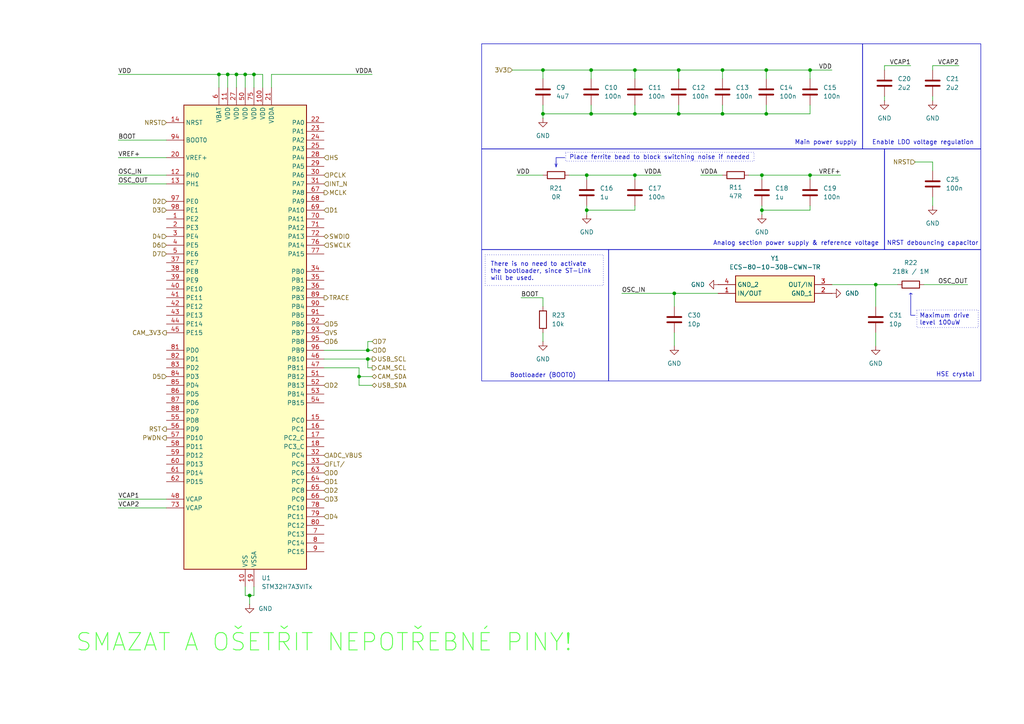
<source format=kicad_sch>
(kicad_sch
	(version 20231120)
	(generator "eeschema")
	(generator_version "8.0")
	(uuid "f83ac14a-23f7-41bc-9488-0874b6771d47")
	(paper "A4")
	(lib_symbols
		(symbol "Device:C"
			(pin_numbers hide)
			(pin_names
				(offset 0.254)
			)
			(exclude_from_sim no)
			(in_bom yes)
			(on_board yes)
			(property "Reference" "C"
				(at 0.635 2.54 0)
				(effects
					(font
						(size 1.27 1.27)
					)
					(justify left)
				)
			)
			(property "Value" "C"
				(at 0.635 -2.54 0)
				(effects
					(font
						(size 1.27 1.27)
					)
					(justify left)
				)
			)
			(property "Footprint" ""
				(at 0.9652 -3.81 0)
				(effects
					(font
						(size 1.27 1.27)
					)
					(hide yes)
				)
			)
			(property "Datasheet" "~"
				(at 0 0 0)
				(effects
					(font
						(size 1.27 1.27)
					)
					(hide yes)
				)
			)
			(property "Description" "Unpolarized capacitor"
				(at 0 0 0)
				(effects
					(font
						(size 1.27 1.27)
					)
					(hide yes)
				)
			)
			(property "ki_keywords" "cap capacitor"
				(at 0 0 0)
				(effects
					(font
						(size 1.27 1.27)
					)
					(hide yes)
				)
			)
			(property "ki_fp_filters" "C_*"
				(at 0 0 0)
				(effects
					(font
						(size 1.27 1.27)
					)
					(hide yes)
				)
			)
			(symbol "C_0_1"
				(polyline
					(pts
						(xy -2.032 -0.762) (xy 2.032 -0.762)
					)
					(stroke
						(width 0.508)
						(type default)
					)
					(fill
						(type none)
					)
				)
				(polyline
					(pts
						(xy -2.032 0.762) (xy 2.032 0.762)
					)
					(stroke
						(width 0.508)
						(type default)
					)
					(fill
						(type none)
					)
				)
			)
			(symbol "C_1_1"
				(pin passive line
					(at 0 3.81 270)
					(length 2.794)
					(name "~"
						(effects
							(font
								(size 1.27 1.27)
							)
						)
					)
					(number "1"
						(effects
							(font
								(size 1.27 1.27)
							)
						)
					)
				)
				(pin passive line
					(at 0 -3.81 90)
					(length 2.794)
					(name "~"
						(effects
							(font
								(size 1.27 1.27)
							)
						)
					)
					(number "2"
						(effects
							(font
								(size 1.27 1.27)
							)
						)
					)
				)
			)
		)
		(symbol "Device:R"
			(pin_numbers hide)
			(pin_names
				(offset 0)
			)
			(exclude_from_sim no)
			(in_bom yes)
			(on_board yes)
			(property "Reference" "R"
				(at 2.032 0 90)
				(effects
					(font
						(size 1.27 1.27)
					)
				)
			)
			(property "Value" "R"
				(at 0 0 90)
				(effects
					(font
						(size 1.27 1.27)
					)
				)
			)
			(property "Footprint" ""
				(at -1.778 0 90)
				(effects
					(font
						(size 1.27 1.27)
					)
					(hide yes)
				)
			)
			(property "Datasheet" "~"
				(at 0 0 0)
				(effects
					(font
						(size 1.27 1.27)
					)
					(hide yes)
				)
			)
			(property "Description" "Resistor"
				(at 0 0 0)
				(effects
					(font
						(size 1.27 1.27)
					)
					(hide yes)
				)
			)
			(property "ki_keywords" "R res resistor"
				(at 0 0 0)
				(effects
					(font
						(size 1.27 1.27)
					)
					(hide yes)
				)
			)
			(property "ki_fp_filters" "R_*"
				(at 0 0 0)
				(effects
					(font
						(size 1.27 1.27)
					)
					(hide yes)
				)
			)
			(symbol "R_0_1"
				(rectangle
					(start -1.016 -2.54)
					(end 1.016 2.54)
					(stroke
						(width 0.254)
						(type default)
					)
					(fill
						(type none)
					)
				)
			)
			(symbol "R_1_1"
				(pin passive line
					(at 0 3.81 270)
					(length 1.27)
					(name "~"
						(effects
							(font
								(size 1.27 1.27)
							)
						)
					)
					(number "1"
						(effects
							(font
								(size 1.27 1.27)
							)
						)
					)
				)
				(pin passive line
					(at 0 -3.81 90)
					(length 1.27)
					(name "~"
						(effects
							(font
								(size 1.27 1.27)
							)
						)
					)
					(number "2"
						(effects
							(font
								(size 1.27 1.27)
							)
						)
					)
				)
			)
		)
		(symbol "MCU_ST_STM32H7:STM32H7A3VITx"
			(exclude_from_sim no)
			(in_bom yes)
			(on_board yes)
			(property "Reference" "U"
				(at -17.78 69.85 0)
				(effects
					(font
						(size 1.27 1.27)
					)
					(justify left)
				)
			)
			(property "Value" "STM32H7A3VITx"
				(at 10.16 69.85 0)
				(effects
					(font
						(size 1.27 1.27)
					)
					(justify left)
				)
			)
			(property "Footprint" "Package_QFP:LQFP-100_14x14mm_P0.5mm"
				(at -17.78 -66.04 0)
				(effects
					(font
						(size 1.27 1.27)
					)
					(justify right)
					(hide yes)
				)
			)
			(property "Datasheet" "https://www.st.com/resource/en/datasheet/stm32h7a3vi.pdf"
				(at 0 0 0)
				(effects
					(font
						(size 1.27 1.27)
					)
					(hide yes)
				)
			)
			(property "Description" "STMicroelectronics Arm Cortex-M7 MCU, 2048KB flash, 1184KB RAM, 280 MHz, 1.62-3.6V, 82 GPIO, LQFP100"
				(at 0 0 0)
				(effects
					(font
						(size 1.27 1.27)
					)
					(hide yes)
				)
			)
			(property "ki_keywords" "Arm Cortex-M7 STM32H7 STM32H7A3/7B3"
				(at 0 0 0)
				(effects
					(font
						(size 1.27 1.27)
					)
					(hide yes)
				)
			)
			(property "ki_fp_filters" "LQFP*14x14mm*P0.5mm*"
				(at 0 0 0)
				(effects
					(font
						(size 1.27 1.27)
					)
					(hide yes)
				)
			)
			(symbol "STM32H7A3VITx_0_1"
				(rectangle
					(start -17.78 -66.04)
					(end 17.78 68.58)
					(stroke
						(width 0.254)
						(type default)
					)
					(fill
						(type background)
					)
				)
			)
			(symbol "STM32H7A3VITx_1_1"
				(pin bidirectional line
					(at -22.86 35.56 0)
					(length 5.08)
					(name "PE2"
						(effects
							(font
								(size 1.27 1.27)
							)
						)
					)
					(number "1"
						(effects
							(font
								(size 1.27 1.27)
							)
						)
					)
					(alternate "DEBUG_TRACECLK" bidirectional line)
					(alternate "FMC_A23" bidirectional line)
					(alternate "OCTOSPIM_P1_IO2" bidirectional line)
					(alternate "SAI1_CK1" bidirectional line)
					(alternate "SAI1_MCLK_A" bidirectional line)
					(alternate "SPI4_SCK" bidirectional line)
					(alternate "USART10_RX" bidirectional line)
				)
				(pin power_in line
					(at 0 -71.12 90)
					(length 5.08)
					(name "VSS"
						(effects
							(font
								(size 1.27 1.27)
							)
						)
					)
					(number "10"
						(effects
							(font
								(size 1.27 1.27)
							)
						)
					)
				)
				(pin power_in line
					(at 5.08 73.66 270)
					(length 5.08)
					(name "VDD"
						(effects
							(font
								(size 1.27 1.27)
							)
						)
					)
					(number "100"
						(effects
							(font
								(size 1.27 1.27)
							)
						)
					)
				)
				(pin power_in line
					(at -5.08 73.66 270)
					(length 5.08)
					(name "VDD"
						(effects
							(font
								(size 1.27 1.27)
							)
						)
					)
					(number "11"
						(effects
							(font
								(size 1.27 1.27)
							)
						)
					)
				)
				(pin bidirectional line
					(at -22.86 48.26 0)
					(length 5.08)
					(name "PH0"
						(effects
							(font
								(size 1.27 1.27)
							)
						)
					)
					(number "12"
						(effects
							(font
								(size 1.27 1.27)
							)
						)
					)
					(alternate "RCC_OSC_IN" bidirectional line)
				)
				(pin bidirectional line
					(at -22.86 45.72 0)
					(length 5.08)
					(name "PH1"
						(effects
							(font
								(size 1.27 1.27)
							)
						)
					)
					(number "13"
						(effects
							(font
								(size 1.27 1.27)
							)
						)
					)
					(alternate "RCC_OSC_OUT" bidirectional line)
				)
				(pin input line
					(at -22.86 63.5 0)
					(length 5.08)
					(name "NRST"
						(effects
							(font
								(size 1.27 1.27)
							)
						)
					)
					(number "14"
						(effects
							(font
								(size 1.27 1.27)
							)
						)
					)
				)
				(pin bidirectional line
					(at 22.86 -22.86 180)
					(length 5.08)
					(name "PC0"
						(effects
							(font
								(size 1.27 1.27)
							)
						)
					)
					(number "15"
						(effects
							(font
								(size 1.27 1.27)
							)
						)
					)
					(alternate "ADC1_INP10" bidirectional line)
					(alternate "ADC2_INP10" bidirectional line)
					(alternate "DFSDM1_CKIN0" bidirectional line)
					(alternate "DFSDM1_DATIN4" bidirectional line)
					(alternate "FMC_A25" bidirectional line)
					(alternate "FMC_SDNWE" bidirectional line)
					(alternate "LTDC_G2" bidirectional line)
					(alternate "LTDC_R5" bidirectional line)
					(alternate "SAI2_FS_B" bidirectional line)
					(alternate "USB_OTG_HS_ULPI_STP" bidirectional line)
				)
				(pin bidirectional line
					(at 22.86 -25.4 180)
					(length 5.08)
					(name "PC1"
						(effects
							(font
								(size 1.27 1.27)
							)
						)
					)
					(number "16"
						(effects
							(font
								(size 1.27 1.27)
							)
						)
					)
					(alternate "ADC1_INN10" bidirectional line)
					(alternate "ADC1_INP11" bidirectional line)
					(alternate "ADC2_INN10" bidirectional line)
					(alternate "ADC2_INP11" bidirectional line)
					(alternate "DEBUG_TRACED0" bidirectional line)
					(alternate "DFSDM1_CKIN4" bidirectional line)
					(alternate "DFSDM1_DATIN0" bidirectional line)
					(alternate "I2S2_SDO" bidirectional line)
					(alternate "LTDC_G5" bidirectional line)
					(alternate "MDIOS_MDC" bidirectional line)
					(alternate "OCTOSPIM_P1_IO4" bidirectional line)
					(alternate "PWR_WKUP6" bidirectional line)
					(alternate "RTC_TAMP3" bidirectional line)
					(alternate "SAI1_D1" bidirectional line)
					(alternate "SAI1_SD_A" bidirectional line)
					(alternate "SDMMC2_CK" bidirectional line)
					(alternate "SPI2_MOSI" bidirectional line)
				)
				(pin bidirectional line
					(at 22.86 -27.94 180)
					(length 5.08)
					(name "PC2_C"
						(effects
							(font
								(size 1.27 1.27)
							)
						)
					)
					(number "17"
						(effects
							(font
								(size 1.27 1.27)
							)
						)
					)
					(alternate "ADC2_INN1" bidirectional line)
					(alternate "ADC2_INP0" bidirectional line)
					(alternate "DFSDM1_CKIN1" bidirectional line)
					(alternate "DFSDM1_CKOUT" bidirectional line)
					(alternate "FMC_SDNE0" bidirectional line)
					(alternate "I2S2_SDI" bidirectional line)
					(alternate "OCTOSPIM_P1_IO2" bidirectional line)
					(alternate "OCTOSPIM_P1_IO5" bidirectional line)
					(alternate "PWR_CSTOP" bidirectional line)
					(alternate "SPI2_MISO" bidirectional line)
					(alternate "USB_OTG_HS_ULPI_DIR" bidirectional line)
				)
				(pin bidirectional line
					(at 22.86 -30.48 180)
					(length 5.08)
					(name "PC3_C"
						(effects
							(font
								(size 1.27 1.27)
							)
						)
					)
					(number "18"
						(effects
							(font
								(size 1.27 1.27)
							)
						)
					)
					(alternate "ADC2_INP1" bidirectional line)
					(alternate "DFSDM1_DATIN1" bidirectional line)
					(alternate "FMC_SDCKE0" bidirectional line)
					(alternate "I2S2_SDO" bidirectional line)
					(alternate "OCTOSPIM_P1_IO0" bidirectional line)
					(alternate "OCTOSPIM_P1_IO6" bidirectional line)
					(alternate "PWR_CSLEEP" bidirectional line)
					(alternate "SPI2_MOSI" bidirectional line)
					(alternate "USB_OTG_HS_ULPI_NXT" bidirectional line)
				)
				(pin power_in line
					(at 2.54 -71.12 90)
					(length 5.08)
					(name "VSSA"
						(effects
							(font
								(size 1.27 1.27)
							)
						)
					)
					(number "19"
						(effects
							(font
								(size 1.27 1.27)
							)
						)
					)
				)
				(pin bidirectional line
					(at -22.86 33.02 0)
					(length 5.08)
					(name "PE3"
						(effects
							(font
								(size 1.27 1.27)
							)
						)
					)
					(number "2"
						(effects
							(font
								(size 1.27 1.27)
							)
						)
					)
					(alternate "DEBUG_TRACED0" bidirectional line)
					(alternate "FMC_A19" bidirectional line)
					(alternate "SAI1_SD_B" bidirectional line)
					(alternate "TIM15_BKIN" bidirectional line)
					(alternate "USART10_TX" bidirectional line)
				)
				(pin input line
					(at -22.86 53.34 0)
					(length 5.08)
					(name "VREF+"
						(effects
							(font
								(size 1.27 1.27)
							)
						)
					)
					(number "20"
						(effects
							(font
								(size 1.27 1.27)
							)
						)
					)
					(alternate "VREFBUF_OUT" bidirectional line)
				)
				(pin power_in line
					(at 7.62 73.66 270)
					(length 5.08)
					(name "VDDA"
						(effects
							(font
								(size 1.27 1.27)
							)
						)
					)
					(number "21"
						(effects
							(font
								(size 1.27 1.27)
							)
						)
					)
				)
				(pin bidirectional line
					(at 22.86 63.5 180)
					(length 5.08)
					(name "PA0"
						(effects
							(font
								(size 1.27 1.27)
							)
						)
					)
					(number "22"
						(effects
							(font
								(size 1.27 1.27)
							)
						)
					)
					(alternate "ADC1_INP16" bidirectional line)
					(alternate "I2S6_WS" bidirectional line)
					(alternate "PWR_WKUP1" bidirectional line)
					(alternate "SAI2_SD_B" bidirectional line)
					(alternate "SDMMC2_CMD" bidirectional line)
					(alternate "SPI6_NSS" bidirectional line)
					(alternate "TIM15_BKIN" bidirectional line)
					(alternate "TIM2_CH1" bidirectional line)
					(alternate "TIM2_ETR" bidirectional line)
					(alternate "TIM5_CH1" bidirectional line)
					(alternate "TIM8_ETR" bidirectional line)
					(alternate "UART4_TX" bidirectional line)
					(alternate "USART2_CTS" bidirectional line)
					(alternate "USART2_NSS" bidirectional line)
				)
				(pin bidirectional line
					(at 22.86 60.96 180)
					(length 5.08)
					(name "PA1"
						(effects
							(font
								(size 1.27 1.27)
							)
						)
					)
					(number "23"
						(effects
							(font
								(size 1.27 1.27)
							)
						)
					)
					(alternate "ADC1_INN16" bidirectional line)
					(alternate "ADC1_INP17" bidirectional line)
					(alternate "LPTIM3_OUT" bidirectional line)
					(alternate "LTDC_R2" bidirectional line)
					(alternate "OCTOSPIM_P1_DQS" bidirectional line)
					(alternate "OCTOSPIM_P1_IO3" bidirectional line)
					(alternate "SAI2_MCLK_B" bidirectional line)
					(alternate "TIM15_CH1N" bidirectional line)
					(alternate "TIM2_CH2" bidirectional line)
					(alternate "TIM5_CH2" bidirectional line)
					(alternate "UART4_RX" bidirectional line)
					(alternate "USART2_DE" bidirectional line)
					(alternate "USART2_RTS" bidirectional line)
				)
				(pin bidirectional line
					(at 22.86 58.42 180)
					(length 5.08)
					(name "PA2"
						(effects
							(font
								(size 1.27 1.27)
							)
						)
					)
					(number "24"
						(effects
							(font
								(size 1.27 1.27)
							)
						)
					)
					(alternate "ADC1_INP14" bidirectional line)
					(alternate "DFSDM2_CKIN1" bidirectional line)
					(alternate "LTDC_R1" bidirectional line)
					(alternate "MDIOS_MDIO" bidirectional line)
					(alternate "PWR_WKUP2" bidirectional line)
					(alternate "SAI2_SCK_B" bidirectional line)
					(alternate "TIM15_CH1" bidirectional line)
					(alternate "TIM2_CH3" bidirectional line)
					(alternate "TIM5_CH3" bidirectional line)
					(alternate "USART2_TX" bidirectional line)
				)
				(pin bidirectional line
					(at 22.86 55.88 180)
					(length 5.08)
					(name "PA3"
						(effects
							(font
								(size 1.27 1.27)
							)
						)
					)
					(number "25"
						(effects
							(font
								(size 1.27 1.27)
							)
						)
					)
					(alternate "ADC1_INP15" bidirectional line)
					(alternate "I2S6_MCK" bidirectional line)
					(alternate "LTDC_B2" bidirectional line)
					(alternate "LTDC_B5" bidirectional line)
					(alternate "OCTOSPIM_P1_CLK" bidirectional line)
					(alternate "TIM15_CH2" bidirectional line)
					(alternate "TIM2_CH4" bidirectional line)
					(alternate "TIM5_CH4" bidirectional line)
					(alternate "USART2_RX" bidirectional line)
					(alternate "USB_OTG_HS_ULPI_D0" bidirectional line)
				)
				(pin passive line
					(at 0 -71.12 90)
					(length 5.08) hide
					(name "VSS"
						(effects
							(font
								(size 1.27 1.27)
							)
						)
					)
					(number "26"
						(effects
							(font
								(size 1.27 1.27)
							)
						)
					)
				)
				(pin power_in line
					(at -2.54 73.66 270)
					(length 5.08)
					(name "VDD"
						(effects
							(font
								(size 1.27 1.27)
							)
						)
					)
					(number "27"
						(effects
							(font
								(size 1.27 1.27)
							)
						)
					)
				)
				(pin bidirectional line
					(at 22.86 53.34 180)
					(length 5.08)
					(name "PA4"
						(effects
							(font
								(size 1.27 1.27)
							)
						)
					)
					(number "28"
						(effects
							(font
								(size 1.27 1.27)
							)
						)
					)
					(alternate "ADC1_INP18" bidirectional line)
					(alternate "DAC1_OUT1" bidirectional line)
					(alternate "DCMI_HSYNC" bidirectional line)
					(alternate "I2S1_WS" bidirectional line)
					(alternate "I2S3_WS" bidirectional line)
					(alternate "I2S6_WS" bidirectional line)
					(alternate "LTDC_VSYNC" bidirectional line)
					(alternate "PSSI_DE" bidirectional line)
					(alternate "SPI1_NSS" bidirectional line)
					(alternate "SPI3_NSS" bidirectional line)
					(alternate "SPI6_NSS" bidirectional line)
					(alternate "TIM5_ETR" bidirectional line)
					(alternate "USART2_CK" bidirectional line)
				)
				(pin bidirectional line
					(at 22.86 50.8 180)
					(length 5.08)
					(name "PA5"
						(effects
							(font
								(size 1.27 1.27)
							)
						)
					)
					(number "29"
						(effects
							(font
								(size 1.27 1.27)
							)
						)
					)
					(alternate "ADC1_INN18" bidirectional line)
					(alternate "ADC1_INP19" bidirectional line)
					(alternate "DAC1_OUT2" bidirectional line)
					(alternate "I2S1_CK" bidirectional line)
					(alternate "I2S6_CK" bidirectional line)
					(alternate "LTDC_R4" bidirectional line)
					(alternate "PSSI_D14" bidirectional line)
					(alternate "PWR_NDSTOP2" bidirectional line)
					(alternate "SPI1_SCK" bidirectional line)
					(alternate "SPI6_SCK" bidirectional line)
					(alternate "TIM2_CH1" bidirectional line)
					(alternate "TIM2_ETR" bidirectional line)
					(alternate "TIM8_CH1N" bidirectional line)
					(alternate "USB_OTG_HS_ULPI_CK" bidirectional line)
				)
				(pin bidirectional line
					(at -22.86 30.48 0)
					(length 5.08)
					(name "PE4"
						(effects
							(font
								(size 1.27 1.27)
							)
						)
					)
					(number "3"
						(effects
							(font
								(size 1.27 1.27)
							)
						)
					)
					(alternate "DCMI_D4" bidirectional line)
					(alternate "DEBUG_TRACED1" bidirectional line)
					(alternate "DFSDM1_DATIN3" bidirectional line)
					(alternate "FMC_A20" bidirectional line)
					(alternate "LTDC_B0" bidirectional line)
					(alternate "PSSI_D4" bidirectional line)
					(alternate "SAI1_D2" bidirectional line)
					(alternate "SAI1_FS_A" bidirectional line)
					(alternate "SPI4_NSS" bidirectional line)
					(alternate "TIM15_CH1N" bidirectional line)
				)
				(pin bidirectional line
					(at 22.86 48.26 180)
					(length 5.08)
					(name "PA6"
						(effects
							(font
								(size 1.27 1.27)
							)
						)
					)
					(number "30"
						(effects
							(font
								(size 1.27 1.27)
							)
						)
					)
					(alternate "ADC1_INP3" bidirectional line)
					(alternate "ADC2_INP3" bidirectional line)
					(alternate "DAC2_OUT1" bidirectional line)
					(alternate "DCMI_PIXCLK" bidirectional line)
					(alternate "I2S1_SDI" bidirectional line)
					(alternate "I2S6_SDI" bidirectional line)
					(alternate "LTDC_G2" bidirectional line)
					(alternate "MDIOS_MDC" bidirectional line)
					(alternate "OCTOSPIM_P1_IO3" bidirectional line)
					(alternate "PSSI_PDCK" bidirectional line)
					(alternate "SPI1_MISO" bidirectional line)
					(alternate "SPI6_MISO" bidirectional line)
					(alternate "TIM13_CH1" bidirectional line)
					(alternate "TIM1_BKIN" bidirectional line)
					(alternate "TIM1_BKIN_COMP1" bidirectional line)
					(alternate "TIM1_BKIN_COMP2" bidirectional line)
					(alternate "TIM3_CH1" bidirectional line)
					(alternate "TIM8_BKIN" bidirectional line)
					(alternate "TIM8_BKIN_COMP1" bidirectional line)
					(alternate "TIM8_BKIN_COMP2" bidirectional line)
				)
				(pin bidirectional line
					(at 22.86 45.72 180)
					(length 5.08)
					(name "PA7"
						(effects
							(font
								(size 1.27 1.27)
							)
						)
					)
					(number "31"
						(effects
							(font
								(size 1.27 1.27)
							)
						)
					)
					(alternate "ADC1_INN3" bidirectional line)
					(alternate "ADC1_INP7" bidirectional line)
					(alternate "ADC2_INN3" bidirectional line)
					(alternate "ADC2_INP7" bidirectional line)
					(alternate "DFSDM2_DATIN1" bidirectional line)
					(alternate "FMC_SDNWE" bidirectional line)
					(alternate "I2S1_SDO" bidirectional line)
					(alternate "I2S6_SDO" bidirectional line)
					(alternate "LTDC_VSYNC" bidirectional line)
					(alternate "OCTOSPIM_P1_IO2" bidirectional line)
					(alternate "OPAMP1_VINM" bidirectional line)
					(alternate "SPI1_MOSI" bidirectional line)
					(alternate "SPI6_MOSI" bidirectional line)
					(alternate "TIM14_CH1" bidirectional line)
					(alternate "TIM1_CH1N" bidirectional line)
					(alternate "TIM3_CH2" bidirectional line)
					(alternate "TIM8_CH1N" bidirectional line)
				)
				(pin bidirectional line
					(at 22.86 -33.02 180)
					(length 5.08)
					(name "PC4"
						(effects
							(font
								(size 1.27 1.27)
							)
						)
					)
					(number "32"
						(effects
							(font
								(size 1.27 1.27)
							)
						)
					)
					(alternate "ADC1_INP4" bidirectional line)
					(alternate "ADC2_INP4" bidirectional line)
					(alternate "COMP1_INM" bidirectional line)
					(alternate "DFSDM1_CKIN2" bidirectional line)
					(alternate "FMC_SDNE0" bidirectional line)
					(alternate "I2S1_MCK" bidirectional line)
					(alternate "LTDC_R7" bidirectional line)
					(alternate "OPAMP1_VOUT" bidirectional line)
					(alternate "SPDIFRX_IN2" bidirectional line)
				)
				(pin bidirectional line
					(at 22.86 -35.56 180)
					(length 5.08)
					(name "PC5"
						(effects
							(font
								(size 1.27 1.27)
							)
						)
					)
					(number "33"
						(effects
							(font
								(size 1.27 1.27)
							)
						)
					)
					(alternate "ADC1_INN4" bidirectional line)
					(alternate "ADC1_INP8" bidirectional line)
					(alternate "ADC2_INN4" bidirectional line)
					(alternate "ADC2_INP8" bidirectional line)
					(alternate "COMP1_OUT" bidirectional line)
					(alternate "DFSDM1_DATIN2" bidirectional line)
					(alternate "FMC_SDCKE0" bidirectional line)
					(alternate "LTDC_DE" bidirectional line)
					(alternate "OCTOSPIM_P1_DQS" bidirectional line)
					(alternate "OPAMP1_VINM" bidirectional line)
					(alternate "PSSI_D15" bidirectional line)
					(alternate "SAI1_D3" bidirectional line)
					(alternate "SPDIFRX_IN3" bidirectional line)
				)
				(pin bidirectional line
					(at 22.86 20.32 180)
					(length 5.08)
					(name "PB0"
						(effects
							(font
								(size 1.27 1.27)
							)
						)
					)
					(number "34"
						(effects
							(font
								(size 1.27 1.27)
							)
						)
					)
					(alternate "ADC1_INN5" bidirectional line)
					(alternate "ADC1_INP9" bidirectional line)
					(alternate "ADC2_INN5" bidirectional line)
					(alternate "ADC2_INP9" bidirectional line)
					(alternate "COMP1_INP" bidirectional line)
					(alternate "DFSDM1_CKOUT" bidirectional line)
					(alternate "DFSDM2_CKOUT" bidirectional line)
					(alternate "LTDC_G1" bidirectional line)
					(alternate "LTDC_R3" bidirectional line)
					(alternate "OCTOSPIM_P1_IO1" bidirectional line)
					(alternate "OPAMP1_VINP" bidirectional line)
					(alternate "TIM1_CH2N" bidirectional line)
					(alternate "TIM3_CH3" bidirectional line)
					(alternate "TIM8_CH2N" bidirectional line)
					(alternate "UART4_CTS" bidirectional line)
					(alternate "USB_OTG_HS_ULPI_D1" bidirectional line)
				)
				(pin bidirectional line
					(at 22.86 17.78 180)
					(length 5.08)
					(name "PB1"
						(effects
							(font
								(size 1.27 1.27)
							)
						)
					)
					(number "35"
						(effects
							(font
								(size 1.27 1.27)
							)
						)
					)
					(alternate "ADC1_INP5" bidirectional line)
					(alternate "ADC2_INP5" bidirectional line)
					(alternate "COMP1_INM" bidirectional line)
					(alternate "DFSDM1_DATIN1" bidirectional line)
					(alternate "LTDC_G0" bidirectional line)
					(alternate "LTDC_R6" bidirectional line)
					(alternate "OCTOSPIM_P1_IO0" bidirectional line)
					(alternate "TIM1_CH3N" bidirectional line)
					(alternate "TIM3_CH4" bidirectional line)
					(alternate "TIM8_CH3N" bidirectional line)
					(alternate "USB_OTG_HS_ULPI_D2" bidirectional line)
				)
				(pin bidirectional line
					(at 22.86 15.24 180)
					(length 5.08)
					(name "PB2"
						(effects
							(font
								(size 1.27 1.27)
							)
						)
					)
					(number "36"
						(effects
							(font
								(size 1.27 1.27)
							)
						)
					)
					(alternate "COMP1_INP" bidirectional line)
					(alternate "DFSDM1_CKIN1" bidirectional line)
					(alternate "I2S3_SDO" bidirectional line)
					(alternate "OCTOSPIM_P1_CLK" bidirectional line)
					(alternate "OCTOSPIM_P1_DQS" bidirectional line)
					(alternate "RTC_OUT_ALARM" bidirectional line)
					(alternate "RTC_OUT_CALIB" bidirectional line)
					(alternate "SAI1_D1" bidirectional line)
					(alternate "SAI1_SD_A" bidirectional line)
					(alternate "SPI3_MOSI" bidirectional line)
				)
				(pin bidirectional line
					(at -22.86 22.86 0)
					(length 5.08)
					(name "PE7"
						(effects
							(font
								(size 1.27 1.27)
							)
						)
					)
					(number "37"
						(effects
							(font
								(size 1.27 1.27)
							)
						)
					)
					(alternate "COMP2_INM" bidirectional line)
					(alternate "DFSDM1_DATIN2" bidirectional line)
					(alternate "FMC_D4" bidirectional line)
					(alternate "FMC_DA4" bidirectional line)
					(alternate "OCTOSPIM_P1_IO4" bidirectional line)
					(alternate "OPAMP2_VOUT" bidirectional line)
					(alternate "TIM1_ETR" bidirectional line)
					(alternate "UART7_RX" bidirectional line)
				)
				(pin bidirectional line
					(at -22.86 20.32 0)
					(length 5.08)
					(name "PE8"
						(effects
							(font
								(size 1.27 1.27)
							)
						)
					)
					(number "38"
						(effects
							(font
								(size 1.27 1.27)
							)
						)
					)
					(alternate "COMP2_OUT" bidirectional line)
					(alternate "DFSDM1_CKIN2" bidirectional line)
					(alternate "FMC_D5" bidirectional line)
					(alternate "FMC_DA5" bidirectional line)
					(alternate "OCTOSPIM_P1_IO5" bidirectional line)
					(alternate "OPAMP2_VINM" bidirectional line)
					(alternate "TIM1_CH1N" bidirectional line)
					(alternate "UART7_TX" bidirectional line)
				)
				(pin bidirectional line
					(at -22.86 17.78 0)
					(length 5.08)
					(name "PE9"
						(effects
							(font
								(size 1.27 1.27)
							)
						)
					)
					(number "39"
						(effects
							(font
								(size 1.27 1.27)
							)
						)
					)
					(alternate "COMP2_INP" bidirectional line)
					(alternate "DAC1_EXTI9" bidirectional line)
					(alternate "DFSDM1_CKOUT" bidirectional line)
					(alternate "FMC_D6" bidirectional line)
					(alternate "FMC_DA6" bidirectional line)
					(alternate "OCTOSPIM_P1_IO6" bidirectional line)
					(alternate "OPAMP2_VINP" bidirectional line)
					(alternate "TIM1_CH1" bidirectional line)
					(alternate "UART7_DE" bidirectional line)
					(alternate "UART7_RTS" bidirectional line)
				)
				(pin bidirectional line
					(at -22.86 27.94 0)
					(length 5.08)
					(name "PE5"
						(effects
							(font
								(size 1.27 1.27)
							)
						)
					)
					(number "4"
						(effects
							(font
								(size 1.27 1.27)
							)
						)
					)
					(alternate "DCMI_D6" bidirectional line)
					(alternate "DEBUG_TRACED2" bidirectional line)
					(alternate "DFSDM1_CKIN3" bidirectional line)
					(alternate "FMC_A21" bidirectional line)
					(alternate "LTDC_G0" bidirectional line)
					(alternate "PSSI_D6" bidirectional line)
					(alternate "SAI1_CK2" bidirectional line)
					(alternate "SAI1_SCK_A" bidirectional line)
					(alternate "SPI4_MISO" bidirectional line)
					(alternate "TIM15_CH1" bidirectional line)
				)
				(pin bidirectional line
					(at -22.86 15.24 0)
					(length 5.08)
					(name "PE10"
						(effects
							(font
								(size 1.27 1.27)
							)
						)
					)
					(number "40"
						(effects
							(font
								(size 1.27 1.27)
							)
						)
					)
					(alternate "COMP2_INM" bidirectional line)
					(alternate "DFSDM1_DATIN4" bidirectional line)
					(alternate "FMC_D7" bidirectional line)
					(alternate "FMC_DA7" bidirectional line)
					(alternate "OCTOSPIM_P1_IO7" bidirectional line)
					(alternate "TIM1_CH2N" bidirectional line)
					(alternate "UART7_CTS" bidirectional line)
				)
				(pin bidirectional line
					(at -22.86 12.7 0)
					(length 5.08)
					(name "PE11"
						(effects
							(font
								(size 1.27 1.27)
							)
						)
					)
					(number "41"
						(effects
							(font
								(size 1.27 1.27)
							)
						)
					)
					(alternate "ADC1_EXTI11" bidirectional line)
					(alternate "ADC2_EXTI11" bidirectional line)
					(alternate "COMP2_INP" bidirectional line)
					(alternate "DFSDM1_CKIN4" bidirectional line)
					(alternate "FMC_D8" bidirectional line)
					(alternate "FMC_DA8" bidirectional line)
					(alternate "LTDC_G3" bidirectional line)
					(alternate "OCTOSPIM_P1_NCS" bidirectional line)
					(alternate "SAI2_SD_B" bidirectional line)
					(alternate "SPI4_NSS" bidirectional line)
					(alternate "TIM1_CH2" bidirectional line)
				)
				(pin bidirectional line
					(at -22.86 10.16 0)
					(length 5.08)
					(name "PE12"
						(effects
							(font
								(size 1.27 1.27)
							)
						)
					)
					(number "42"
						(effects
							(font
								(size 1.27 1.27)
							)
						)
					)
					(alternate "COMP1_OUT" bidirectional line)
					(alternate "DFSDM1_DATIN5" bidirectional line)
					(alternate "FMC_D9" bidirectional line)
					(alternate "FMC_DA9" bidirectional line)
					(alternate "LTDC_B4" bidirectional line)
					(alternate "SAI2_SCK_B" bidirectional line)
					(alternate "SPI4_SCK" bidirectional line)
					(alternate "TIM1_CH3N" bidirectional line)
				)
				(pin bidirectional line
					(at -22.86 7.62 0)
					(length 5.08)
					(name "PE13"
						(effects
							(font
								(size 1.27 1.27)
							)
						)
					)
					(number "43"
						(effects
							(font
								(size 1.27 1.27)
							)
						)
					)
					(alternate "COMP2_OUT" bidirectional line)
					(alternate "DFSDM1_CKIN5" bidirectional line)
					(alternate "FMC_D10" bidirectional line)
					(alternate "FMC_DA10" bidirectional line)
					(alternate "LTDC_DE" bidirectional line)
					(alternate "SAI2_FS_B" bidirectional line)
					(alternate "SPI4_MISO" bidirectional line)
					(alternate "TIM1_CH3" bidirectional line)
				)
				(pin bidirectional line
					(at -22.86 5.08 0)
					(length 5.08)
					(name "PE14"
						(effects
							(font
								(size 1.27 1.27)
							)
						)
					)
					(number "44"
						(effects
							(font
								(size 1.27 1.27)
							)
						)
					)
					(alternate "FMC_D11" bidirectional line)
					(alternate "FMC_DA11" bidirectional line)
					(alternate "LTDC_CLK" bidirectional line)
					(alternate "SAI2_MCLK_B" bidirectional line)
					(alternate "SPI4_MOSI" bidirectional line)
					(alternate "TIM1_CH4" bidirectional line)
				)
				(pin bidirectional line
					(at -22.86 2.54 0)
					(length 5.08)
					(name "PE15"
						(effects
							(font
								(size 1.27 1.27)
							)
						)
					)
					(number "45"
						(effects
							(font
								(size 1.27 1.27)
							)
						)
					)
					(alternate "ADC1_EXTI15" bidirectional line)
					(alternate "ADC2_EXTI15" bidirectional line)
					(alternate "FMC_D12" bidirectional line)
					(alternate "FMC_DA12" bidirectional line)
					(alternate "LTDC_R7" bidirectional line)
					(alternate "TIM1_BKIN" bidirectional line)
					(alternate "TIM1_BKIN_COMP1" bidirectional line)
					(alternate "TIM1_BKIN_COMP2" bidirectional line)
					(alternate "USART10_CK" bidirectional line)
				)
				(pin bidirectional line
					(at 22.86 -5.08 180)
					(length 5.08)
					(name "PB10"
						(effects
							(font
								(size 1.27 1.27)
							)
						)
					)
					(number "46"
						(effects
							(font
								(size 1.27 1.27)
							)
						)
					)
					(alternate "DFSDM1_DATIN7" bidirectional line)
					(alternate "I2C2_SCL" bidirectional line)
					(alternate "I2S2_CK" bidirectional line)
					(alternate "LPTIM2_IN1" bidirectional line)
					(alternate "LTDC_G4" bidirectional line)
					(alternate "OCTOSPIM_P1_NCS" bidirectional line)
					(alternate "SPI2_SCK" bidirectional line)
					(alternate "TIM2_CH3" bidirectional line)
					(alternate "USART3_TX" bidirectional line)
					(alternate "USB_OTG_HS_ULPI_D3" bidirectional line)
				)
				(pin bidirectional line
					(at 22.86 -7.62 180)
					(length 5.08)
					(name "PB11"
						(effects
							(font
								(size 1.27 1.27)
							)
						)
					)
					(number "47"
						(effects
							(font
								(size 1.27 1.27)
							)
						)
					)
					(alternate "ADC1_EXTI11" bidirectional line)
					(alternate "ADC2_EXTI11" bidirectional line)
					(alternate "DFSDM1_CKIN7" bidirectional line)
					(alternate "I2C2_SDA" bidirectional line)
					(alternate "LPTIM2_ETR" bidirectional line)
					(alternate "LTDC_G5" bidirectional line)
					(alternate "TIM2_CH4" bidirectional line)
					(alternate "USART3_RX" bidirectional line)
					(alternate "USB_OTG_HS_ULPI_D4" bidirectional line)
				)
				(pin power_out line
					(at -22.86 -45.72 0)
					(length 5.08)
					(name "VCAP"
						(effects
							(font
								(size 1.27 1.27)
							)
						)
					)
					(number "48"
						(effects
							(font
								(size 1.27 1.27)
							)
						)
					)
				)
				(pin passive line
					(at 0 -71.12 90)
					(length 5.08) hide
					(name "VSS"
						(effects
							(font
								(size 1.27 1.27)
							)
						)
					)
					(number "49"
						(effects
							(font
								(size 1.27 1.27)
							)
						)
					)
				)
				(pin bidirectional line
					(at -22.86 25.4 0)
					(length 5.08)
					(name "PE6"
						(effects
							(font
								(size 1.27 1.27)
							)
						)
					)
					(number "5"
						(effects
							(font
								(size 1.27 1.27)
							)
						)
					)
					(alternate "DCMI_D7" bidirectional line)
					(alternate "DEBUG_TRACED3" bidirectional line)
					(alternate "FMC_A22" bidirectional line)
					(alternate "LTDC_G1" bidirectional line)
					(alternate "PSSI_D7" bidirectional line)
					(alternate "SAI1_D1" bidirectional line)
					(alternate "SAI1_SD_A" bidirectional line)
					(alternate "SAI2_MCLK_B" bidirectional line)
					(alternate "SPI4_MOSI" bidirectional line)
					(alternate "TIM15_CH2" bidirectional line)
					(alternate "TIM1_BKIN2" bidirectional line)
					(alternate "TIM1_BKIN2_COMP1" bidirectional line)
					(alternate "TIM1_BKIN2_COMP2" bidirectional line)
				)
				(pin power_in line
					(at 0 73.66 270)
					(length 5.08)
					(name "VDD"
						(effects
							(font
								(size 1.27 1.27)
							)
						)
					)
					(number "50"
						(effects
							(font
								(size 1.27 1.27)
							)
						)
					)
				)
				(pin bidirectional line
					(at 22.86 -10.16 180)
					(length 5.08)
					(name "PB12"
						(effects
							(font
								(size 1.27 1.27)
							)
						)
					)
					(number "51"
						(effects
							(font
								(size 1.27 1.27)
							)
						)
					)
					(alternate "DFSDM1_DATIN1" bidirectional line)
					(alternate "DFSDM2_DATIN1" bidirectional line)
					(alternate "FDCAN2_RX" bidirectional line)
					(alternate "I2C2_SMBA" bidirectional line)
					(alternate "I2S2_WS" bidirectional line)
					(alternate "OCTOSPIM_P1_NCLK" bidirectional line)
					(alternate "SPI2_NSS" bidirectional line)
					(alternate "TIM1_BKIN" bidirectional line)
					(alternate "TIM1_BKIN_COMP1" bidirectional line)
					(alternate "TIM1_BKIN_COMP2" bidirectional line)
					(alternate "UART5_RX" bidirectional line)
					(alternate "USART3_CK" bidirectional line)
					(alternate "USB_OTG_HS_ULPI_D5" bidirectional line)
				)
				(pin bidirectional line
					(at 22.86 -12.7 180)
					(length 5.08)
					(name "PB13"
						(effects
							(font
								(size 1.27 1.27)
							)
						)
					)
					(number "52"
						(effects
							(font
								(size 1.27 1.27)
							)
						)
					)
					(alternate "DCMI_D2" bidirectional line)
					(alternate "DFSDM1_CKIN1" bidirectional line)
					(alternate "DFSDM2_CKIN1" bidirectional line)
					(alternate "FDCAN2_TX" bidirectional line)
					(alternate "I2S2_CK" bidirectional line)
					(alternate "LPTIM2_OUT" bidirectional line)
					(alternate "PSSI_D2" bidirectional line)
					(alternate "SDMMC1_D0" bidirectional line)
					(alternate "SPI2_SCK" bidirectional line)
					(alternate "TIM1_CH1N" bidirectional line)
					(alternate "UART5_TX" bidirectional line)
					(alternate "USART3_CTS" bidirectional line)
					(alternate "USART3_NSS" bidirectional line)
					(alternate "USB_OTG_HS_ULPI_D6" bidirectional line)
				)
				(pin bidirectional line
					(at 22.86 -15.24 180)
					(length 5.08)
					(name "PB14"
						(effects
							(font
								(size 1.27 1.27)
							)
						)
					)
					(number "53"
						(effects
							(font
								(size 1.27 1.27)
							)
						)
					)
					(alternate "DFSDM1_DATIN2" bidirectional line)
					(alternate "I2S2_SDI" bidirectional line)
					(alternate "LTDC_CLK" bidirectional line)
					(alternate "SDMMC2_D0" bidirectional line)
					(alternate "SPI2_MISO" bidirectional line)
					(alternate "TIM12_CH1" bidirectional line)
					(alternate "TIM1_CH2N" bidirectional line)
					(alternate "TIM8_CH2N" bidirectional line)
					(alternate "UART4_DE" bidirectional line)
					(alternate "UART4_RTS" bidirectional line)
					(alternate "USART1_TX" bidirectional line)
					(alternate "USART3_DE" bidirectional line)
					(alternate "USART3_RTS" bidirectional line)
				)
				(pin bidirectional line
					(at 22.86 -17.78 180)
					(length 5.08)
					(name "PB15"
						(effects
							(font
								(size 1.27 1.27)
							)
						)
					)
					(number "54"
						(effects
							(font
								(size 1.27 1.27)
							)
						)
					)
					(alternate "ADC1_EXTI15" bidirectional line)
					(alternate "ADC2_EXTI15" bidirectional line)
					(alternate "DFSDM1_CKIN2" bidirectional line)
					(alternate "I2S2_SDO" bidirectional line)
					(alternate "LTDC_G7" bidirectional line)
					(alternate "RTC_REFIN" bidirectional line)
					(alternate "SDMMC2_D1" bidirectional line)
					(alternate "SPI2_MOSI" bidirectional line)
					(alternate "TIM12_CH2" bidirectional line)
					(alternate "TIM1_CH3N" bidirectional line)
					(alternate "TIM8_CH3N" bidirectional line)
					(alternate "UART4_CTS" bidirectional line)
					(alternate "USART1_RX" bidirectional line)
				)
				(pin bidirectional line
					(at -22.86 -22.86 0)
					(length 5.08)
					(name "PD8"
						(effects
							(font
								(size 1.27 1.27)
							)
						)
					)
					(number "55"
						(effects
							(font
								(size 1.27 1.27)
							)
						)
					)
					(alternate "DFSDM1_CKIN3" bidirectional line)
					(alternate "FMC_D13" bidirectional line)
					(alternate "FMC_DA13" bidirectional line)
					(alternate "SPDIFRX_IN1" bidirectional line)
					(alternate "USART3_TX" bidirectional line)
				)
				(pin bidirectional line
					(at -22.86 -25.4 0)
					(length 5.08)
					(name "PD9"
						(effects
							(font
								(size 1.27 1.27)
							)
						)
					)
					(number "56"
						(effects
							(font
								(size 1.27 1.27)
							)
						)
					)
					(alternate "DAC1_EXTI9" bidirectional line)
					(alternate "DFSDM1_DATIN3" bidirectional line)
					(alternate "FMC_D14" bidirectional line)
					(alternate "FMC_DA14" bidirectional line)
					(alternate "USART3_RX" bidirectional line)
				)
				(pin bidirectional line
					(at -22.86 -27.94 0)
					(length 5.08)
					(name "PD10"
						(effects
							(font
								(size 1.27 1.27)
							)
						)
					)
					(number "57"
						(effects
							(font
								(size 1.27 1.27)
							)
						)
					)
					(alternate "DFSDM1_CKOUT" bidirectional line)
					(alternate "DFSDM2_CKOUT" bidirectional line)
					(alternate "FMC_D15" bidirectional line)
					(alternate "FMC_DA15" bidirectional line)
					(alternate "LTDC_B3" bidirectional line)
					(alternate "USART3_CK" bidirectional line)
				)
				(pin bidirectional line
					(at -22.86 -30.48 0)
					(length 5.08)
					(name "PD11"
						(effects
							(font
								(size 1.27 1.27)
							)
						)
					)
					(number "58"
						(effects
							(font
								(size 1.27 1.27)
							)
						)
					)
					(alternate "ADC1_EXTI11" bidirectional line)
					(alternate "ADC2_EXTI11" bidirectional line)
					(alternate "FMC_A16" bidirectional line)
					(alternate "FMC_CLE" bidirectional line)
					(alternate "I2C4_SMBA" bidirectional line)
					(alternate "LPTIM2_IN2" bidirectional line)
					(alternate "OCTOSPIM_P1_IO0" bidirectional line)
					(alternate "SAI2_SD_A" bidirectional line)
					(alternate "USART3_CTS" bidirectional line)
					(alternate "USART3_NSS" bidirectional line)
				)
				(pin bidirectional line
					(at -22.86 -33.02 0)
					(length 5.08)
					(name "PD12"
						(effects
							(font
								(size 1.27 1.27)
							)
						)
					)
					(number "59"
						(effects
							(font
								(size 1.27 1.27)
							)
						)
					)
					(alternate "DCMI_D12" bidirectional line)
					(alternate "FMC_A17" bidirectional line)
					(alternate "FMC_ALE" bidirectional line)
					(alternate "I2C4_SCL" bidirectional line)
					(alternate "LPTIM1_IN1" bidirectional line)
					(alternate "LPTIM2_IN1" bidirectional line)
					(alternate "OCTOSPIM_P1_IO1" bidirectional line)
					(alternate "PSSI_D12" bidirectional line)
					(alternate "SAI2_FS_A" bidirectional line)
					(alternate "TIM4_CH1" bidirectional line)
					(alternate "USART3_DE" bidirectional line)
					(alternate "USART3_RTS" bidirectional line)
				)
				(pin power_in line
					(at -7.62 73.66 270)
					(length 5.08)
					(name "VBAT"
						(effects
							(font
								(size 1.27 1.27)
							)
						)
					)
					(number "6"
						(effects
							(font
								(size 1.27 1.27)
							)
						)
					)
				)
				(pin bidirectional line
					(at -22.86 -35.56 0)
					(length 5.08)
					(name "PD13"
						(effects
							(font
								(size 1.27 1.27)
							)
						)
					)
					(number "60"
						(effects
							(font
								(size 1.27 1.27)
							)
						)
					)
					(alternate "DCMI_D13" bidirectional line)
					(alternate "FMC_A18" bidirectional line)
					(alternate "I2C4_SDA" bidirectional line)
					(alternate "LPTIM1_OUT" bidirectional line)
					(alternate "OCTOSPIM_P1_IO3" bidirectional line)
					(alternate "PSSI_D13" bidirectional line)
					(alternate "SAI2_SCK_A" bidirectional line)
					(alternate "TIM4_CH2" bidirectional line)
					(alternate "UART9_DE" bidirectional line)
					(alternate "UART9_RTS" bidirectional line)
				)
				(pin bidirectional line
					(at -22.86 -38.1 0)
					(length 5.08)
					(name "PD14"
						(effects
							(font
								(size 1.27 1.27)
							)
						)
					)
					(number "61"
						(effects
							(font
								(size 1.27 1.27)
							)
						)
					)
					(alternate "FMC_D0" bidirectional line)
					(alternate "FMC_DA0" bidirectional line)
					(alternate "TIM4_CH3" bidirectional line)
					(alternate "UART8_CTS" bidirectional line)
					(alternate "UART9_RX" bidirectional line)
				)
				(pin bidirectional line
					(at -22.86 -40.64 0)
					(length 5.08)
					(name "PD15"
						(effects
							(font
								(size 1.27 1.27)
							)
						)
					)
					(number "62"
						(effects
							(font
								(size 1.27 1.27)
							)
						)
					)
					(alternate "ADC1_EXTI15" bidirectional line)
					(alternate "ADC2_EXTI15" bidirectional line)
					(alternate "FMC_D1" bidirectional line)
					(alternate "FMC_DA1" bidirectional line)
					(alternate "TIM4_CH4" bidirectional line)
					(alternate "UART8_DE" bidirectional line)
					(alternate "UART8_RTS" bidirectional line)
					(alternate "UART9_TX" bidirectional line)
				)
				(pin bidirectional line
					(at 22.86 -38.1 180)
					(length 5.08)
					(name "PC6"
						(effects
							(font
								(size 1.27 1.27)
							)
						)
					)
					(number "63"
						(effects
							(font
								(size 1.27 1.27)
							)
						)
					)
					(alternate "DCMI_D0" bidirectional line)
					(alternate "DFSDM1_CKIN3" bidirectional line)
					(alternate "FMC_NWAIT" bidirectional line)
					(alternate "I2S2_MCK" bidirectional line)
					(alternate "LTDC_HSYNC" bidirectional line)
					(alternate "PSSI_D0" bidirectional line)
					(alternate "SDMMC1_D0DIR" bidirectional line)
					(alternate "SDMMC1_D6" bidirectional line)
					(alternate "SDMMC2_D6" bidirectional line)
					(alternate "SWPMI1_IO" bidirectional line)
					(alternate "TIM3_CH1" bidirectional line)
					(alternate "TIM8_CH1" bidirectional line)
					(alternate "USART6_TX" bidirectional line)
				)
				(pin bidirectional line
					(at 22.86 -40.64 180)
					(length 5.08)
					(name "PC7"
						(effects
							(font
								(size 1.27 1.27)
							)
						)
					)
					(number "64"
						(effects
							(font
								(size 1.27 1.27)
							)
						)
					)
					(alternate "DCMI_D1" bidirectional line)
					(alternate "DEBUG_TRGIO" bidirectional line)
					(alternate "DFSDM1_DATIN3" bidirectional line)
					(alternate "FMC_NE1" bidirectional line)
					(alternate "I2S3_MCK" bidirectional line)
					(alternate "LTDC_G6" bidirectional line)
					(alternate "PSSI_D1" bidirectional line)
					(alternate "SDMMC1_D123DIR" bidirectional line)
					(alternate "SDMMC1_D7" bidirectional line)
					(alternate "SDMMC2_D7" bidirectional line)
					(alternate "SWPMI1_TX" bidirectional line)
					(alternate "TIM3_CH2" bidirectional line)
					(alternate "TIM8_CH2" bidirectional line)
					(alternate "USART6_RX" bidirectional line)
				)
				(pin bidirectional line
					(at 22.86 -43.18 180)
					(length 5.08)
					(name "PC8"
						(effects
							(font
								(size 1.27 1.27)
							)
						)
					)
					(number "65"
						(effects
							(font
								(size 1.27 1.27)
							)
						)
					)
					(alternate "DCMI_D2" bidirectional line)
					(alternate "DEBUG_TRACED1" bidirectional line)
					(alternate "FMC_INT" bidirectional line)
					(alternate "FMC_NCE" bidirectional line)
					(alternate "FMC_NE2" bidirectional line)
					(alternate "PSSI_D2" bidirectional line)
					(alternate "SDMMC1_D0" bidirectional line)
					(alternate "SWPMI1_RX" bidirectional line)
					(alternate "TIM3_CH3" bidirectional line)
					(alternate "TIM8_CH3" bidirectional line)
					(alternate "UART5_DE" bidirectional line)
					(alternate "UART5_RTS" bidirectional line)
					(alternate "USART6_CK" bidirectional line)
				)
				(pin bidirectional line
					(at 22.86 -45.72 180)
					(length 5.08)
					(name "PC9"
						(effects
							(font
								(size 1.27 1.27)
							)
						)
					)
					(number "66"
						(effects
							(font
								(size 1.27 1.27)
							)
						)
					)
					(alternate "DAC1_EXTI9" bidirectional line)
					(alternate "DCMI_D3" bidirectional line)
					(alternate "I2C3_SDA" bidirectional line)
					(alternate "I2S_CKIN" bidirectional line)
					(alternate "LTDC_B2" bidirectional line)
					(alternate "LTDC_G3" bidirectional line)
					(alternate "OCTOSPIM_P1_IO0" bidirectional line)
					(alternate "PSSI_D3" bidirectional line)
					(alternate "RCC_MCO_2" bidirectional line)
					(alternate "SDMMC1_D1" bidirectional line)
					(alternate "SWPMI1_SUSPEND" bidirectional line)
					(alternate "TIM3_CH4" bidirectional line)
					(alternate "TIM8_CH4" bidirectional line)
					(alternate "UART5_CTS" bidirectional line)
				)
				(pin bidirectional line
					(at 22.86 43.18 180)
					(length 5.08)
					(name "PA8"
						(effects
							(font
								(size 1.27 1.27)
							)
						)
					)
					(number "67"
						(effects
							(font
								(size 1.27 1.27)
							)
						)
					)
					(alternate "I2C3_SCL" bidirectional line)
					(alternate "LTDC_B3" bidirectional line)
					(alternate "LTDC_R6" bidirectional line)
					(alternate "RCC_MCO_1" bidirectional line)
					(alternate "TIM1_CH1" bidirectional line)
					(alternate "TIM8_BKIN2" bidirectional line)
					(alternate "TIM8_BKIN2_COMP1" bidirectional line)
					(alternate "TIM8_BKIN2_COMP2" bidirectional line)
					(alternate "UART7_RX" bidirectional line)
					(alternate "USART1_CK" bidirectional line)
					(alternate "USB_OTG_HS_SOF" bidirectional line)
				)
				(pin bidirectional line
					(at 22.86 40.64 180)
					(length 5.08)
					(name "PA9"
						(effects
							(font
								(size 1.27 1.27)
							)
						)
					)
					(number "68"
						(effects
							(font
								(size 1.27 1.27)
							)
						)
					)
					(alternate "DAC1_EXTI9" bidirectional line)
					(alternate "DCMI_D0" bidirectional line)
					(alternate "I2C3_SMBA" bidirectional line)
					(alternate "I2S2_CK" bidirectional line)
					(alternate "LPUART1_TX" bidirectional line)
					(alternate "LTDC_R5" bidirectional line)
					(alternate "PSSI_D0" bidirectional line)
					(alternate "SPI2_SCK" bidirectional line)
					(alternate "TIM1_CH2" bidirectional line)
					(alternate "USART1_TX" bidirectional line)
					(alternate "USB_OTG_HS_VBUS" bidirectional line)
				)
				(pin bidirectional line
					(at 22.86 38.1 180)
					(length 5.08)
					(name "PA10"
						(effects
							(font
								(size 1.27 1.27)
							)
						)
					)
					(number "69"
						(effects
							(font
								(size 1.27 1.27)
							)
						)
					)
					(alternate "DCMI_D1" bidirectional line)
					(alternate "LPUART1_RX" bidirectional line)
					(alternate "LTDC_B1" bidirectional line)
					(alternate "LTDC_B4" bidirectional line)
					(alternate "MDIOS_MDIO" bidirectional line)
					(alternate "PSSI_D1" bidirectional line)
					(alternate "TIM1_CH3" bidirectional line)
					(alternate "USART1_RX" bidirectional line)
					(alternate "USB_OTG_HS_ID" bidirectional line)
				)
				(pin bidirectional line
					(at 22.86 -55.88 180)
					(length 5.08)
					(name "PC13"
						(effects
							(font
								(size 1.27 1.27)
							)
						)
					)
					(number "7"
						(effects
							(font
								(size 1.27 1.27)
							)
						)
					)
					(alternate "PWR_WKUP4" bidirectional line)
					(alternate "RTC_OUT_ALARM" bidirectional line)
					(alternate "RTC_OUT_CALIB" bidirectional line)
					(alternate "RTC_TAMP1" bidirectional line)
					(alternate "RTC_TS" bidirectional line)
				)
				(pin bidirectional line
					(at 22.86 35.56 180)
					(length 5.08)
					(name "PA11"
						(effects
							(font
								(size 1.27 1.27)
							)
						)
					)
					(number "70"
						(effects
							(font
								(size 1.27 1.27)
							)
						)
					)
					(alternate "ADC1_EXTI11" bidirectional line)
					(alternate "ADC2_EXTI11" bidirectional line)
					(alternate "FDCAN1_RX" bidirectional line)
					(alternate "I2S2_WS" bidirectional line)
					(alternate "LPUART1_CTS" bidirectional line)
					(alternate "LTDC_R4" bidirectional line)
					(alternate "SPI2_NSS" bidirectional line)
					(alternate "TIM1_CH4" bidirectional line)
					(alternate "UART4_RX" bidirectional line)
					(alternate "USART1_CTS" bidirectional line)
					(alternate "USART1_NSS" bidirectional line)
					(alternate "USB_OTG_HS_DM" bidirectional line)
				)
				(pin bidirectional line
					(at 22.86 33.02 180)
					(length 5.08)
					(name "PA12"
						(effects
							(font
								(size 1.27 1.27)
							)
						)
					)
					(number "71"
						(effects
							(font
								(size 1.27 1.27)
							)
						)
					)
					(alternate "FDCAN1_TX" bidirectional line)
					(alternate "I2S2_CK" bidirectional line)
					(alternate "LPUART1_DE" bidirectional line)
					(alternate "LPUART1_RTS" bidirectional line)
					(alternate "LTDC_R5" bidirectional line)
					(alternate "SAI2_FS_B" bidirectional line)
					(alternate "SPI2_SCK" bidirectional line)
					(alternate "TIM1_ETR" bidirectional line)
					(alternate "UART4_TX" bidirectional line)
					(alternate "USART1_DE" bidirectional line)
					(alternate "USART1_RTS" bidirectional line)
					(alternate "USB_OTG_HS_DP" bidirectional line)
				)
				(pin bidirectional line
					(at 22.86 30.48 180)
					(length 5.08)
					(name "PA13"
						(effects
							(font
								(size 1.27 1.27)
							)
						)
					)
					(number "72"
						(effects
							(font
								(size 1.27 1.27)
							)
						)
					)
					(alternate "DEBUG_JTMS-SWDIO" bidirectional line)
				)
				(pin power_out line
					(at -22.86 -48.26 0)
					(length 5.08)
					(name "VCAP"
						(effects
							(font
								(size 1.27 1.27)
							)
						)
					)
					(number "73"
						(effects
							(font
								(size 1.27 1.27)
							)
						)
					)
				)
				(pin passive line
					(at 0 -71.12 90)
					(length 5.08) hide
					(name "VSS"
						(effects
							(font
								(size 1.27 1.27)
							)
						)
					)
					(number "74"
						(effects
							(font
								(size 1.27 1.27)
							)
						)
					)
				)
				(pin power_in line
					(at 2.54 73.66 270)
					(length 5.08)
					(name "VDD"
						(effects
							(font
								(size 1.27 1.27)
							)
						)
					)
					(number "75"
						(effects
							(font
								(size 1.27 1.27)
							)
						)
					)
				)
				(pin bidirectional line
					(at 22.86 27.94 180)
					(length 5.08)
					(name "PA14"
						(effects
							(font
								(size 1.27 1.27)
							)
						)
					)
					(number "76"
						(effects
							(font
								(size 1.27 1.27)
							)
						)
					)
					(alternate "DEBUG_JTCK-SWCLK" bidirectional line)
				)
				(pin bidirectional line
					(at 22.86 25.4 180)
					(length 5.08)
					(name "PA15"
						(effects
							(font
								(size 1.27 1.27)
							)
						)
					)
					(number "77"
						(effects
							(font
								(size 1.27 1.27)
							)
						)
					)
					(alternate "ADC1_EXTI15" bidirectional line)
					(alternate "ADC2_EXTI15" bidirectional line)
					(alternate "CEC" bidirectional line)
					(alternate "DEBUG_JTDI" bidirectional line)
					(alternate "I2S1_WS" bidirectional line)
					(alternate "I2S3_WS" bidirectional line)
					(alternate "I2S6_WS" bidirectional line)
					(alternate "LTDC_B6" bidirectional line)
					(alternate "LTDC_R3" bidirectional line)
					(alternate "SPI1_NSS" bidirectional line)
					(alternate "SPI3_NSS" bidirectional line)
					(alternate "SPI6_NSS" bidirectional line)
					(alternate "TIM2_CH1" bidirectional line)
					(alternate "TIM2_ETR" bidirectional line)
					(alternate "UART4_DE" bidirectional line)
					(alternate "UART4_RTS" bidirectional line)
					(alternate "UART7_TX" bidirectional line)
				)
				(pin bidirectional line
					(at 22.86 -48.26 180)
					(length 5.08)
					(name "PC10"
						(effects
							(font
								(size 1.27 1.27)
							)
						)
					)
					(number "78"
						(effects
							(font
								(size 1.27 1.27)
							)
						)
					)
					(alternate "DCMI_D8" bidirectional line)
					(alternate "DFSDM1_CKIN5" bidirectional line)
					(alternate "DFSDM2_CKIN0" bidirectional line)
					(alternate "I2S3_CK" bidirectional line)
					(alternate "LTDC_B1" bidirectional line)
					(alternate "LTDC_R2" bidirectional line)
					(alternate "OCTOSPIM_P1_IO1" bidirectional line)
					(alternate "PSSI_D8" bidirectional line)
					(alternate "SDMMC1_D2" bidirectional line)
					(alternate "SPI3_SCK" bidirectional line)
					(alternate "SWPMI1_RX" bidirectional line)
					(alternate "UART4_TX" bidirectional line)
					(alternate "USART3_TX" bidirectional line)
				)
				(pin bidirectional line
					(at 22.86 -50.8 180)
					(length 5.08)
					(name "PC11"
						(effects
							(font
								(size 1.27 1.27)
							)
						)
					)
					(number "79"
						(effects
							(font
								(size 1.27 1.27)
							)
						)
					)
					(alternate "ADC1_EXTI11" bidirectional line)
					(alternate "ADC2_EXTI11" bidirectional line)
					(alternate "DCMI_D4" bidirectional line)
					(alternate "DFSDM1_DATIN5" bidirectional line)
					(alternate "DFSDM2_DATIN0" bidirectional line)
					(alternate "I2S3_SDI" bidirectional line)
					(alternate "LTDC_B4" bidirectional line)
					(alternate "OCTOSPIM_P1_NCS" bidirectional line)
					(alternate "PSSI_D4" bidirectional line)
					(alternate "SDMMC1_D3" bidirectional line)
					(alternate "SPI3_MISO" bidirectional line)
					(alternate "UART4_RX" bidirectional line)
					(alternate "USART3_RX" bidirectional line)
				)
				(pin bidirectional line
					(at 22.86 -58.42 180)
					(length 5.08)
					(name "PC14"
						(effects
							(font
								(size 1.27 1.27)
							)
						)
					)
					(number "8"
						(effects
							(font
								(size 1.27 1.27)
							)
						)
					)
					(alternate "RCC_OSC32_IN" bidirectional line)
				)
				(pin bidirectional line
					(at 22.86 -53.34 180)
					(length 5.08)
					(name "PC12"
						(effects
							(font
								(size 1.27 1.27)
							)
						)
					)
					(number "80"
						(effects
							(font
								(size 1.27 1.27)
							)
						)
					)
					(alternate "DCMI_D9" bidirectional line)
					(alternate "DEBUG_TRACED3" bidirectional line)
					(alternate "DFSDM2_CKOUT" bidirectional line)
					(alternate "I2S3_SDO" bidirectional line)
					(alternate "I2S6_CK" bidirectional line)
					(alternate "LTDC_R6" bidirectional line)
					(alternate "PSSI_D9" bidirectional line)
					(alternate "SDMMC1_CK" bidirectional line)
					(alternate "SPI3_MOSI" bidirectional line)
					(alternate "SPI6_SCK" bidirectional line)
					(alternate "TIM15_CH1" bidirectional line)
					(alternate "UART5_TX" bidirectional line)
					(alternate "USART3_CK" bidirectional line)
				)
				(pin bidirectional line
					(at -22.86 -2.54 0)
					(length 5.08)
					(name "PD0"
						(effects
							(font
								(size 1.27 1.27)
							)
						)
					)
					(number "81"
						(effects
							(font
								(size 1.27 1.27)
							)
						)
					)
					(alternate "DFSDM1_CKIN6" bidirectional line)
					(alternate "FDCAN1_RX" bidirectional line)
					(alternate "FMC_D2" bidirectional line)
					(alternate "FMC_DA2" bidirectional line)
					(alternate "LTDC_B1" bidirectional line)
					(alternate "UART4_RX" bidirectional line)
					(alternate "UART9_CTS" bidirectional line)
				)
				(pin bidirectional line
					(at -22.86 -5.08 0)
					(length 5.08)
					(name "PD1"
						(effects
							(font
								(size 1.27 1.27)
							)
						)
					)
					(number "82"
						(effects
							(font
								(size 1.27 1.27)
							)
						)
					)
					(alternate "DFSDM1_DATIN6" bidirectional line)
					(alternate "FDCAN1_TX" bidirectional line)
					(alternate "FMC_D3" bidirectional line)
					(alternate "FMC_DA3" bidirectional line)
					(alternate "UART4_TX" bidirectional line)
				)
				(pin bidirectional line
					(at -22.86 -7.62 0)
					(length 5.08)
					(name "PD2"
						(effects
							(font
								(size 1.27 1.27)
							)
						)
					)
					(number "83"
						(effects
							(font
								(size 1.27 1.27)
							)
						)
					)
					(alternate "DCMI_D11" bidirectional line)
					(alternate "DEBUG_TRACED2" bidirectional line)
					(alternate "LTDC_B2" bidirectional line)
					(alternate "LTDC_B7" bidirectional line)
					(alternate "PSSI_D11" bidirectional line)
					(alternate "SDMMC1_CMD" bidirectional line)
					(alternate "TIM15_BKIN" bidirectional line)
					(alternate "TIM3_ETR" bidirectional line)
					(alternate "UART5_RX" bidirectional line)
				)
				(pin bidirectional line
					(at -22.86 -10.16 0)
					(length 5.08)
					(name "PD3"
						(effects
							(font
								(size 1.27 1.27)
							)
						)
					)
					(number "84"
						(effects
							(font
								(size 1.27 1.27)
							)
						)
					)
					(alternate "DCMI_D5" bidirectional line)
					(alternate "DFSDM1_CKOUT" bidirectional line)
					(alternate "FMC_CLK" bidirectional line)
					(alternate "I2S2_CK" bidirectional line)
					(alternate "LTDC_G7" bidirectional line)
					(alternate "PSSI_D5" bidirectional line)
					(alternate "SPI2_SCK" bidirectional line)
					(alternate "USART2_CTS" bidirectional line)
					(alternate "USART2_NSS" bidirectional line)
				)
				(pin bidirectional line
					(at -22.86 -12.7 0)
					(length 5.08)
					(name "PD4"
						(effects
							(font
								(size 1.27 1.27)
							)
						)
					)
					(number "85"
						(effects
							(font
								(size 1.27 1.27)
							)
						)
					)
					(alternate "FMC_NOE" bidirectional line)
					(alternate "OCTOSPIM_P1_IO4" bidirectional line)
					(alternate "USART2_DE" bidirectional line)
					(alternate "USART2_RTS" bidirectional line)
				)
				(pin bidirectional line
					(at -22.86 -15.24 0)
					(length 5.08)
					(name "PD5"
						(effects
							(font
								(size 1.27 1.27)
							)
						)
					)
					(number "86"
						(effects
							(font
								(size 1.27 1.27)
							)
						)
					)
					(alternate "FMC_NWE" bidirectional line)
					(alternate "OCTOSPIM_P1_IO5" bidirectional line)
					(alternate "USART2_TX" bidirectional line)
				)
				(pin bidirectional line
					(at -22.86 -17.78 0)
					(length 5.08)
					(name "PD6"
						(effects
							(font
								(size 1.27 1.27)
							)
						)
					)
					(number "87"
						(effects
							(font
								(size 1.27 1.27)
							)
						)
					)
					(alternate "DCMI_D10" bidirectional line)
					(alternate "DFSDM1_CKIN4" bidirectional line)
					(alternate "DFSDM1_DATIN1" bidirectional line)
					(alternate "FMC_NWAIT" bidirectional line)
					(alternate "I2S3_SDO" bidirectional line)
					(alternate "LTDC_B2" bidirectional line)
					(alternate "OCTOSPIM_P1_IO6" bidirectional line)
					(alternate "PSSI_D10" bidirectional line)
					(alternate "SAI1_D1" bidirectional line)
					(alternate "SAI1_SD_A" bidirectional line)
					(alternate "SDMMC2_CK" bidirectional line)
					(alternate "SPI3_MOSI" bidirectional line)
					(alternate "USART2_RX" bidirectional line)
				)
				(pin bidirectional line
					(at -22.86 -20.32 0)
					(length 5.08)
					(name "PD7"
						(effects
							(font
								(size 1.27 1.27)
							)
						)
					)
					(number "88"
						(effects
							(font
								(size 1.27 1.27)
							)
						)
					)
					(alternate "DFSDM1_CKIN1" bidirectional line)
					(alternate "DFSDM1_DATIN4" bidirectional line)
					(alternate "FMC_NE1" bidirectional line)
					(alternate "I2S1_SDO" bidirectional line)
					(alternate "OCTOSPIM_P1_IO7" bidirectional line)
					(alternate "SDMMC2_CMD" bidirectional line)
					(alternate "SPDIFRX_IN0" bidirectional line)
					(alternate "SPI1_MOSI" bidirectional line)
					(alternate "USART2_CK" bidirectional line)
				)
				(pin bidirectional line
					(at 22.86 12.7 180)
					(length 5.08)
					(name "PB3"
						(effects
							(font
								(size 1.27 1.27)
							)
						)
					)
					(number "89"
						(effects
							(font
								(size 1.27 1.27)
							)
						)
					)
					(alternate "CRS_SYNC" bidirectional line)
					(alternate "DEBUG_JTDO-SWO" bidirectional line)
					(alternate "I2S1_CK" bidirectional line)
					(alternate "I2S3_CK" bidirectional line)
					(alternate "I2S6_CK" bidirectional line)
					(alternate "SDMMC2_D2" bidirectional line)
					(alternate "SPI1_SCK" bidirectional line)
					(alternate "SPI3_SCK" bidirectional line)
					(alternate "SPI6_SCK" bidirectional line)
					(alternate "TIM2_CH2" bidirectional line)
					(alternate "UART7_RX" bidirectional line)
				)
				(pin bidirectional line
					(at 22.86 -60.96 180)
					(length 5.08)
					(name "PC15"
						(effects
							(font
								(size 1.27 1.27)
							)
						)
					)
					(number "9"
						(effects
							(font
								(size 1.27 1.27)
							)
						)
					)
					(alternate "ADC1_EXTI15" bidirectional line)
					(alternate "ADC2_EXTI15" bidirectional line)
					(alternate "RCC_OSC32_OUT" bidirectional line)
				)
				(pin bidirectional line
					(at 22.86 10.16 180)
					(length 5.08)
					(name "PB4"
						(effects
							(font
								(size 1.27 1.27)
							)
						)
					)
					(number "90"
						(effects
							(font
								(size 1.27 1.27)
							)
						)
					)
					(alternate "DEBUG_JTRST" bidirectional line)
					(alternate "I2S1_SDI" bidirectional line)
					(alternate "I2S2_WS" bidirectional line)
					(alternate "I2S3_SDI" bidirectional line)
					(alternate "I2S6_SDI" bidirectional line)
					(alternate "SDMMC2_D3" bidirectional line)
					(alternate "SPI1_MISO" bidirectional line)
					(alternate "SPI2_NSS" bidirectional line)
					(alternate "SPI3_MISO" bidirectional line)
					(alternate "SPI6_MISO" bidirectional line)
					(alternate "TIM16_BKIN" bidirectional line)
					(alternate "TIM3_CH1" bidirectional line)
					(alternate "UART7_TX" bidirectional line)
				)
				(pin bidirectional line
					(at 22.86 7.62 180)
					(length 5.08)
					(name "PB5"
						(effects
							(font
								(size 1.27 1.27)
							)
						)
					)
					(number "91"
						(effects
							(font
								(size 1.27 1.27)
							)
						)
					)
					(alternate "DCMI_D10" bidirectional line)
					(alternate "FDCAN2_RX" bidirectional line)
					(alternate "FMC_SDCKE1" bidirectional line)
					(alternate "I2C1_SMBA" bidirectional line)
					(alternate "I2C4_SMBA" bidirectional line)
					(alternate "I2S1_SDO" bidirectional line)
					(alternate "I2S3_SDO" bidirectional line)
					(alternate "I2S6_SDO" bidirectional line)
					(alternate "LTDC_B5" bidirectional line)
					(alternate "PSSI_D10" bidirectional line)
					(alternate "SPI1_MOSI" bidirectional line)
					(alternate "SPI3_MOSI" bidirectional line)
					(alternate "SPI6_MOSI" bidirectional line)
					(alternate "TIM17_BKIN" bidirectional line)
					(alternate "TIM3_CH2" bidirectional line)
					(alternate "UART5_RX" bidirectional line)
					(alternate "USB_OTG_HS_ULPI_D7" bidirectional line)
				)
				(pin bidirectional line
					(at 22.86 5.08 180)
					(length 5.08)
					(name "PB6"
						(effects
							(font
								(size 1.27 1.27)
							)
						)
					)
					(number "92"
						(effects
							(font
								(size 1.27 1.27)
							)
						)
					)
					(alternate "CEC" bidirectional line)
					(alternate "DCMI_D5" bidirectional line)
					(alternate "DFSDM1_DATIN5" bidirectional line)
					(alternate "FDCAN2_TX" bidirectional line)
					(alternate "FMC_SDNE1" bidirectional line)
					(alternate "I2C1_SCL" bidirectional line)
					(alternate "I2C4_SCL" bidirectional line)
					(alternate "LPUART1_TX" bidirectional line)
					(alternate "OCTOSPIM_P1_NCS" bidirectional line)
					(alternate "PSSI_D5" bidirectional line)
					(alternate "TIM16_CH1N" bidirectional line)
					(alternate "TIM4_CH1" bidirectional line)
					(alternate "UART5_TX" bidirectional line)
					(alternate "USART1_TX" bidirectional line)
				)
				(pin bidirectional line
					(at 22.86 2.54 180)
					(length 5.08)
					(name "PB7"
						(effects
							(font
								(size 1.27 1.27)
							)
						)
					)
					(number "93"
						(effects
							(font
								(size 1.27 1.27)
							)
						)
					)
					(alternate "DCMI_VSYNC" bidirectional line)
					(alternate "DFSDM1_CKIN5" bidirectional line)
					(alternate "FMC_NL" bidirectional line)
					(alternate "I2C1_SDA" bidirectional line)
					(alternate "I2C4_SDA" bidirectional line)
					(alternate "LPUART1_RX" bidirectional line)
					(alternate "PSSI_RDY" bidirectional line)
					(alternate "PWR_PVD_IN" bidirectional line)
					(alternate "TIM17_CH1N" bidirectional line)
					(alternate "TIM4_CH2" bidirectional line)
					(alternate "USART1_RX" bidirectional line)
				)
				(pin input line
					(at -22.86 58.42 0)
					(length 5.08)
					(name "BOOT0"
						(effects
							(font
								(size 1.27 1.27)
							)
						)
					)
					(number "94"
						(effects
							(font
								(size 1.27 1.27)
							)
						)
					)
				)
				(pin bidirectional line
					(at 22.86 0 180)
					(length 5.08)
					(name "PB8"
						(effects
							(font
								(size 1.27 1.27)
							)
						)
					)
					(number "95"
						(effects
							(font
								(size 1.27 1.27)
							)
						)
					)
					(alternate "DCMI_D6" bidirectional line)
					(alternate "DFSDM1_CKIN7" bidirectional line)
					(alternate "FDCAN1_RX" bidirectional line)
					(alternate "I2C1_SCL" bidirectional line)
					(alternate "I2C4_SCL" bidirectional line)
					(alternate "LTDC_B6" bidirectional line)
					(alternate "PSSI_D6" bidirectional line)
					(alternate "SDMMC1_CKIN" bidirectional line)
					(alternate "SDMMC1_D4" bidirectional line)
					(alternate "SDMMC2_D4" bidirectional line)
					(alternate "TIM16_CH1" bidirectional line)
					(alternate "TIM4_CH3" bidirectional line)
					(alternate "UART4_RX" bidirectional line)
				)
				(pin bidirectional line
					(at 22.86 -2.54 180)
					(length 5.08)
					(name "PB9"
						(effects
							(font
								(size 1.27 1.27)
							)
						)
					)
					(number "96"
						(effects
							(font
								(size 1.27 1.27)
							)
						)
					)
					(alternate "DAC1_EXTI9" bidirectional line)
					(alternate "DCMI_D7" bidirectional line)
					(alternate "DFSDM1_DATIN7" bidirectional line)
					(alternate "FDCAN1_TX" bidirectional line)
					(alternate "I2C1_SDA" bidirectional line)
					(alternate "I2C4_SDA" bidirectional line)
					(alternate "I2C4_SMBA" bidirectional line)
					(alternate "I2S2_WS" bidirectional line)
					(alternate "LTDC_B7" bidirectional line)
					(alternate "PSSI_D7" bidirectional line)
					(alternate "SDMMC1_CDIR" bidirectional line)
					(alternate "SDMMC1_D5" bidirectional line)
					(alternate "SDMMC2_D5" bidirectional line)
					(alternate "SPI2_NSS" bidirectional line)
					(alternate "TIM17_CH1" bidirectional line)
					(alternate "TIM4_CH4" bidirectional line)
					(alternate "UART4_TX" bidirectional line)
				)
				(pin bidirectional line
					(at -22.86 40.64 0)
					(length 5.08)
					(name "PE0"
						(effects
							(font
								(size 1.27 1.27)
							)
						)
					)
					(number "97"
						(effects
							(font
								(size 1.27 1.27)
							)
						)
					)
					(alternate "DCMI_D2" bidirectional line)
					(alternate "FMC_NBL0" bidirectional line)
					(alternate "LPTIM1_ETR" bidirectional line)
					(alternate "LPTIM2_ETR" bidirectional line)
					(alternate "LTDC_R0" bidirectional line)
					(alternate "PSSI_D2" bidirectional line)
					(alternate "SAI2_MCLK_A" bidirectional line)
					(alternate "TIM4_ETR" bidirectional line)
					(alternate "UART8_RX" bidirectional line)
				)
				(pin bidirectional line
					(at -22.86 38.1 0)
					(length 5.08)
					(name "PE1"
						(effects
							(font
								(size 1.27 1.27)
							)
						)
					)
					(number "98"
						(effects
							(font
								(size 1.27 1.27)
							)
						)
					)
					(alternate "DCMI_D3" bidirectional line)
					(alternate "FMC_NBL1" bidirectional line)
					(alternate "LPTIM1_IN2" bidirectional line)
					(alternate "LTDC_R6" bidirectional line)
					(alternate "PSSI_D3" bidirectional line)
					(alternate "UART8_TX" bidirectional line)
				)
				(pin passive line
					(at 0 -71.12 90)
					(length 5.08) hide
					(name "VSS"
						(effects
							(font
								(size 1.27 1.27)
							)
						)
					)
					(number "99"
						(effects
							(font
								(size 1.27 1.27)
							)
						)
					)
				)
			)
		)
		(symbol "SamacSys_Parts:ECS-80-10-30B-CWN-TR"
			(exclude_from_sim no)
			(in_bom yes)
			(on_board yes)
			(property "Reference" "Y"
				(at 29.21 7.62 0)
				(effects
					(font
						(size 1.27 1.27)
					)
					(justify left top)
				)
			)
			(property "Value" "ECS-80-10-30B-CWN-TR"
				(at 29.21 5.08 0)
				(effects
					(font
						(size 1.27 1.27)
					)
					(justify left top)
				)
			)
			(property "Footprint" "ECS801830BAGNTR"
				(at 29.21 -94.92 0)
				(effects
					(font
						(size 1.27 1.27)
					)
					(justify left top)
					(hide yes)
				)
			)
			(property "Datasheet" "https://www.mouser.se/datasheet/2/122/ecx_53b-3074848.pdf"
				(at 29.21 -194.92 0)
				(effects
					(font
						(size 1.27 1.27)
					)
					(justify left top)
					(hide yes)
				)
			)
			(property "Description" "Crystals 8MHz 10ppm 10pF -40C +85C"
				(at 0 0 0)
				(effects
					(font
						(size 1.27 1.27)
					)
					(hide yes)
				)
			)
			(property "Height" "0.85"
				(at 29.21 -394.92 0)
				(effects
					(font
						(size 1.27 1.27)
					)
					(justify left top)
					(hide yes)
				)
			)
			(property "Manufacturer_Name" "ECS"
				(at 29.21 -494.92 0)
				(effects
					(font
						(size 1.27 1.27)
					)
					(justify left top)
					(hide yes)
				)
			)
			(property "Manufacturer_Part_Number" "ECS-80-10-30B-CWN-TR"
				(at 29.21 -594.92 0)
				(effects
					(font
						(size 1.27 1.27)
					)
					(justify left top)
					(hide yes)
				)
			)
			(property "Mouser Part Number" "520-80-10-30B-CWNT"
				(at 29.21 -694.92 0)
				(effects
					(font
						(size 1.27 1.27)
					)
					(justify left top)
					(hide yes)
				)
			)
			(property "Mouser Price/Stock" "https://www.mouser.co.uk/ProductDetail/ECS/ECS-80-10-30B-CWN-TR?qs=wd5RIQLrsJjScbDQ1D8y3Q%3D%3D"
				(at 29.21 -794.92 0)
				(effects
					(font
						(size 1.27 1.27)
					)
					(justify left top)
					(hide yes)
				)
			)
			(property "Arrow Part Number" "ECS-80-10-30B-CWN-TR"
				(at 29.21 -894.92 0)
				(effects
					(font
						(size 1.27 1.27)
					)
					(justify left top)
					(hide yes)
				)
			)
			(property "Arrow Price/Stock" "https://www.arrow.com/en/products/ecs-80-10-30b-cwn-tr/ecs-international?region=nac"
				(at 29.21 -994.92 0)
				(effects
					(font
						(size 1.27 1.27)
					)
					(justify left top)
					(hide yes)
				)
			)
			(symbol "ECS-80-10-30B-CWN-TR_1_1"
				(rectangle
					(start 5.08 2.54)
					(end 27.94 -5.08)
					(stroke
						(width 0.254)
						(type default)
					)
					(fill
						(type background)
					)
				)
				(pin passive line
					(at 0 -2.54 0)
					(length 5.08)
					(name "IN/OUT"
						(effects
							(font
								(size 1.27 1.27)
							)
						)
					)
					(number "1"
						(effects
							(font
								(size 1.27 1.27)
							)
						)
					)
				)
				(pin passive line
					(at 33.02 -2.54 180)
					(length 5.08)
					(name "GND_1"
						(effects
							(font
								(size 1.27 1.27)
							)
						)
					)
					(number "2"
						(effects
							(font
								(size 1.27 1.27)
							)
						)
					)
				)
				(pin passive line
					(at 33.02 0 180)
					(length 5.08)
					(name "OUT/IN"
						(effects
							(font
								(size 1.27 1.27)
							)
						)
					)
					(number "3"
						(effects
							(font
								(size 1.27 1.27)
							)
						)
					)
				)
				(pin passive line
					(at 0 0 0)
					(length 5.08)
					(name "GND_2"
						(effects
							(font
								(size 1.27 1.27)
							)
						)
					)
					(number "4"
						(effects
							(font
								(size 1.27 1.27)
							)
						)
					)
				)
			)
		)
		(symbol "power:GND"
			(power)
			(pin_numbers hide)
			(pin_names
				(offset 0) hide)
			(exclude_from_sim no)
			(in_bom yes)
			(on_board yes)
			(property "Reference" "#PWR"
				(at 0 -6.35 0)
				(effects
					(font
						(size 1.27 1.27)
					)
					(hide yes)
				)
			)
			(property "Value" "GND"
				(at 0 -3.81 0)
				(effects
					(font
						(size 1.27 1.27)
					)
				)
			)
			(property "Footprint" ""
				(at 0 0 0)
				(effects
					(font
						(size 1.27 1.27)
					)
					(hide yes)
				)
			)
			(property "Datasheet" ""
				(at 0 0 0)
				(effects
					(font
						(size 1.27 1.27)
					)
					(hide yes)
				)
			)
			(property "Description" "Power symbol creates a global label with name \"GND\" , ground"
				(at 0 0 0)
				(effects
					(font
						(size 1.27 1.27)
					)
					(hide yes)
				)
			)
			(property "ki_keywords" "global power"
				(at 0 0 0)
				(effects
					(font
						(size 1.27 1.27)
					)
					(hide yes)
				)
			)
			(symbol "GND_0_1"
				(polyline
					(pts
						(xy 0 0) (xy 0 -1.27) (xy 1.27 -1.27) (xy 0 -2.54) (xy -1.27 -1.27) (xy 0 -1.27)
					)
					(stroke
						(width 0)
						(type default)
					)
					(fill
						(type none)
					)
				)
			)
			(symbol "GND_1_1"
				(pin power_in line
					(at 0 0 270)
					(length 0)
					(name "~"
						(effects
							(font
								(size 1.27 1.27)
							)
						)
					)
					(number "1"
						(effects
							(font
								(size 1.27 1.27)
							)
						)
					)
				)
			)
		)
	)
	(junction
		(at 254 82.55)
		(diameter 0)
		(color 0 0 0 0)
		(uuid "0a7b0454-3c77-4bb3-a445-b3eb7c7d3ec8")
	)
	(junction
		(at 106.68 101.6)
		(diameter 0)
		(color 0 0 0 0)
		(uuid "1491e9e0-17a6-419d-ae12-92aa0c23a07e")
	)
	(junction
		(at 104.14 109.22)
		(diameter 0)
		(color 0 0 0 0)
		(uuid "1d992727-b967-4ebf-8728-34d5aff91cb8")
	)
	(junction
		(at 73.66 21.59)
		(diameter 0)
		(color 0 0 0 0)
		(uuid "33f06ba1-096a-4161-aefb-0898c4f9cdf0")
	)
	(junction
		(at 209.55 33.02)
		(diameter 0)
		(color 0 0 0 0)
		(uuid "3478e75c-48a9-47f9-bba8-27d5d50f8e30")
	)
	(junction
		(at 195.58 85.09)
		(diameter 0)
		(color 0 0 0 0)
		(uuid "40c66d84-57a1-45e5-9d9e-80888897c4e8")
	)
	(junction
		(at 184.15 50.8)
		(diameter 0)
		(color 0 0 0 0)
		(uuid "4bd7db80-8f37-43dd-9d08-6eaa77c3eaab")
	)
	(junction
		(at 184.15 20.32)
		(diameter 0)
		(color 0 0 0 0)
		(uuid "4f2702d6-b0ad-48d3-866b-bec07818f4a7")
	)
	(junction
		(at 157.48 33.02)
		(diameter 0)
		(color 0 0 0 0)
		(uuid "5747d270-8e66-40dc-a8ff-3b0188062782")
	)
	(junction
		(at 220.98 50.8)
		(diameter 0)
		(color 0 0 0 0)
		(uuid "5e75a95b-eb78-499d-8b08-d593302929bd")
	)
	(junction
		(at 106.68 104.14)
		(diameter 0)
		(color 0 0 0 0)
		(uuid "5f32b2e7-6472-4a18-ab6d-8939be6d1145")
	)
	(junction
		(at 170.18 60.96)
		(diameter 0)
		(color 0 0 0 0)
		(uuid "603422aa-fa58-4dd6-8472-497101dcdaa7")
	)
	(junction
		(at 234.95 20.32)
		(diameter 0)
		(color 0 0 0 0)
		(uuid "6897c269-c89a-496f-942c-257932e47cc6")
	)
	(junction
		(at 170.18 50.8)
		(diameter 0)
		(color 0 0 0 0)
		(uuid "706519b7-3825-48c9-9e3f-2df86fe24742")
	)
	(junction
		(at 171.45 33.02)
		(diameter 0)
		(color 0 0 0 0)
		(uuid "7218f0f8-114a-418d-a6e8-feb35616d22c")
	)
	(junction
		(at 234.95 50.8)
		(diameter 0)
		(color 0 0 0 0)
		(uuid "751b2d14-ed3c-4c44-b9e9-2e28a209270b")
	)
	(junction
		(at 222.25 33.02)
		(diameter 0)
		(color 0 0 0 0)
		(uuid "7576179b-54d5-4df5-8c6c-6ba7ffc89978")
	)
	(junction
		(at 66.04 21.59)
		(diameter 0)
		(color 0 0 0 0)
		(uuid "8b88ece3-5211-487b-8233-d7540278bdd9")
	)
	(junction
		(at 196.85 33.02)
		(diameter 0)
		(color 0 0 0 0)
		(uuid "971ad6bc-3ba1-4e09-838e-9f0210085b79")
	)
	(junction
		(at 63.5 21.59)
		(diameter 0)
		(color 0 0 0 0)
		(uuid "9e50d549-dec2-4094-8d8a-17261dfd7bdb")
	)
	(junction
		(at 220.98 60.96)
		(diameter 0)
		(color 0 0 0 0)
		(uuid "a566db83-8982-4de6-b650-8ce46de883dd")
	)
	(junction
		(at 222.25 20.32)
		(diameter 0)
		(color 0 0 0 0)
		(uuid "b39e6922-84c4-4c68-b6e8-e009348b48b0")
	)
	(junction
		(at 184.15 33.02)
		(diameter 0)
		(color 0 0 0 0)
		(uuid "b8469a74-ffd9-4fef-9cca-2ebe57a3cd62")
	)
	(junction
		(at 68.58 21.59)
		(diameter 0)
		(color 0 0 0 0)
		(uuid "c317a568-9e4e-4eda-a6c8-141bd4b2b0d0")
	)
	(junction
		(at 196.85 20.32)
		(diameter 0)
		(color 0 0 0 0)
		(uuid "dcee2a93-2c76-4a13-bd3d-7a13ade7f7f1")
	)
	(junction
		(at 209.55 20.32)
		(diameter 0)
		(color 0 0 0 0)
		(uuid "dfff760d-5d62-4cac-a4e4-353b2ba43e12")
	)
	(junction
		(at 171.45 20.32)
		(diameter 0)
		(color 0 0 0 0)
		(uuid "e8558f1b-605f-42bf-b74b-091243571f58")
	)
	(junction
		(at 71.12 21.59)
		(diameter 0)
		(color 0 0 0 0)
		(uuid "eae6467d-bfe6-4f05-9a0f-6e0043698af1")
	)
	(junction
		(at 157.48 20.32)
		(diameter 0)
		(color 0 0 0 0)
		(uuid "f738396a-1d2c-4669-a766-0a3ce12a93a9")
	)
	(junction
		(at 72.39 172.72)
		(diameter 0)
		(color 0 0 0 0)
		(uuid "fd403133-e2e0-4005-b0b1-6454554219f1")
	)
	(wire
		(pts
			(xy 184.15 50.8) (xy 191.77 50.8)
		)
		(stroke
			(width 0)
			(type default)
		)
		(uuid "0244a403-7703-4a57-b053-89df649c18c8")
	)
	(wire
		(pts
			(xy 184.15 30.48) (xy 184.15 33.02)
		)
		(stroke
			(width 0)
			(type default)
		)
		(uuid "03d952ec-2732-45ed-8aa0-527641001063")
	)
	(wire
		(pts
			(xy 63.5 21.59) (xy 66.04 21.59)
		)
		(stroke
			(width 0)
			(type default)
		)
		(uuid "05a5da11-a959-44d9-803a-59917daa395b")
	)
	(wire
		(pts
			(xy 71.12 21.59) (xy 73.66 21.59)
		)
		(stroke
			(width 0)
			(type default)
		)
		(uuid "08d22184-b7c7-474f-93b3-990f202200b5")
	)
	(wire
		(pts
			(xy 270.51 20.32) (xy 270.51 19.05)
		)
		(stroke
			(width 0)
			(type default)
		)
		(uuid "0ab17bb8-e595-438d-8bd7-46036d236b4b")
	)
	(wire
		(pts
			(xy 209.55 20.32) (xy 222.25 20.32)
		)
		(stroke
			(width 0)
			(type default)
		)
		(uuid "0cac55cf-ea9f-495d-a3cb-3bcba219f821")
	)
	(wire
		(pts
			(xy 267.97 82.55) (xy 280.67 82.55)
		)
		(stroke
			(width 0)
			(type default)
		)
		(uuid "1060e32b-74a4-42d2-a830-dad761eaa0e3")
	)
	(wire
		(pts
			(xy 171.45 20.32) (xy 184.15 20.32)
		)
		(stroke
			(width 0)
			(type default)
		)
		(uuid "1105ddc8-a359-434d-8169-5ce2052b9219")
	)
	(wire
		(pts
			(xy 104.14 109.22) (xy 107.95 109.22)
		)
		(stroke
			(width 0)
			(type default)
		)
		(uuid "1158e312-5a2b-4b3c-a741-8c4b150c8bd0")
	)
	(wire
		(pts
			(xy 78.74 21.59) (xy 107.95 21.59)
		)
		(stroke
			(width 0)
			(type default)
		)
		(uuid "1326d875-731a-434b-9db2-e5009c46a0d7")
	)
	(wire
		(pts
			(xy 71.12 21.59) (xy 71.12 25.4)
		)
		(stroke
			(width 0)
			(type default)
		)
		(uuid "16d077f7-b84d-43b3-abcd-06a7968d415c")
	)
	(wire
		(pts
			(xy 104.14 106.68) (xy 104.14 109.22)
		)
		(stroke
			(width 0)
			(type default)
		)
		(uuid "18f167b3-9bfe-4d44-af35-c958397b05c5")
	)
	(wire
		(pts
			(xy 73.66 21.59) (xy 73.66 25.4)
		)
		(stroke
			(width 0)
			(type default)
		)
		(uuid "19614f50-3683-4ac0-9c91-8de83493d84e")
	)
	(wire
		(pts
			(xy 106.68 104.14) (xy 93.98 104.14)
		)
		(stroke
			(width 0)
			(type default)
		)
		(uuid "1a57a94b-ae3d-4ff6-9f7b-a5e01892212c")
	)
	(wire
		(pts
			(xy 222.25 33.02) (xy 209.55 33.02)
		)
		(stroke
			(width 0)
			(type default)
		)
		(uuid "1b6bcfe9-af2b-4c6e-bdc0-632ab258363d")
	)
	(wire
		(pts
			(xy 209.55 33.02) (xy 196.85 33.02)
		)
		(stroke
			(width 0)
			(type default)
		)
		(uuid "1c3c81e4-3d96-445b-ba85-2f9cbbe5ac45")
	)
	(wire
		(pts
			(xy 171.45 22.86) (xy 171.45 20.32)
		)
		(stroke
			(width 0)
			(type default)
		)
		(uuid "1c54a752-30a7-4b27-8e59-be48f549adfe")
	)
	(wire
		(pts
			(xy 170.18 50.8) (xy 184.15 50.8)
		)
		(stroke
			(width 0)
			(type default)
		)
		(uuid "1d7c37b1-37b2-42b2-a676-7d142af423f6")
	)
	(wire
		(pts
			(xy 209.55 20.32) (xy 209.55 22.86)
		)
		(stroke
			(width 0)
			(type default)
		)
		(uuid "1dc9f70c-047b-4996-9f09-b6dd02629f3d")
	)
	(wire
		(pts
			(xy 220.98 59.69) (xy 220.98 60.96)
		)
		(stroke
			(width 0)
			(type default)
		)
		(uuid "1ef643fd-c821-49e9-b205-229218c22668")
	)
	(wire
		(pts
			(xy 72.39 172.72) (xy 72.39 175.26)
		)
		(stroke
			(width 0)
			(type default)
		)
		(uuid "1f163b09-0632-4361-9c16-920e8be21055")
	)
	(wire
		(pts
			(xy 73.66 21.59) (xy 76.2 21.59)
		)
		(stroke
			(width 0)
			(type default)
		)
		(uuid "1f48f513-9f96-415e-8142-29a34153a639")
	)
	(wire
		(pts
			(xy 106.68 99.06) (xy 106.68 101.6)
		)
		(stroke
			(width 0)
			(type default)
		)
		(uuid "211d0958-46c1-4605-ba0c-c2c72f573cc2")
	)
	(wire
		(pts
			(xy 203.2 50.8) (xy 209.55 50.8)
		)
		(stroke
			(width 0)
			(type default)
		)
		(uuid "26caa6c7-2639-4150-bea1-67af898d2d03")
	)
	(wire
		(pts
			(xy 234.95 50.8) (xy 220.98 50.8)
		)
		(stroke
			(width 0)
			(type default)
		)
		(uuid "2cb92ebf-d510-4452-8ca2-d79da2a11664")
	)
	(wire
		(pts
			(xy 196.85 30.48) (xy 196.85 33.02)
		)
		(stroke
			(width 0)
			(type default)
		)
		(uuid "2de5b621-77a1-48ba-b285-1b767bf2e77c")
	)
	(wire
		(pts
			(xy 66.04 21.59) (xy 66.04 25.4)
		)
		(stroke
			(width 0)
			(type default)
		)
		(uuid "2e6bcb3d-20ea-4f6e-888c-5109c63a0ce8")
	)
	(wire
		(pts
			(xy 148.59 20.32) (xy 157.48 20.32)
		)
		(stroke
			(width 0)
			(type default)
		)
		(uuid "3048b3bb-e8bc-4e7d-97fd-0b9f5826de0d")
	)
	(wire
		(pts
			(xy 184.15 20.32) (xy 196.85 20.32)
		)
		(stroke
			(width 0)
			(type default)
		)
		(uuid "34001668-1812-4e0b-a193-a729ff7a55b1")
	)
	(wire
		(pts
			(xy 93.98 101.6) (xy 106.68 101.6)
		)
		(stroke
			(width 0)
			(type default)
		)
		(uuid "356a1f77-a74d-4a10-a980-752dfdf04c19")
	)
	(wire
		(pts
			(xy 149.86 50.8) (xy 157.48 50.8)
		)
		(stroke
			(width 0)
			(type default)
		)
		(uuid "35858107-d859-4e03-bac7-45b5a2ffa75e")
	)
	(polyline
		(pts
			(xy 161.29 48.26) (xy 161.29 46.99)
		)
		(stroke
			(width 0)
			(type default)
		)
		(uuid "37fb8be9-22b4-42c9-87ee-c4734253a031")
	)
	(wire
		(pts
			(xy 184.15 20.32) (xy 184.15 22.86)
		)
		(stroke
			(width 0)
			(type default)
		)
		(uuid "397c8a2f-2421-4fdf-b26b-650fea30ab3f")
	)
	(wire
		(pts
			(xy 157.48 33.02) (xy 157.48 34.29)
		)
		(stroke
			(width 0)
			(type default)
		)
		(uuid "3a3e582e-900a-48ac-86d2-e7e92556d073")
	)
	(wire
		(pts
			(xy 270.51 29.21) (xy 270.51 27.94)
		)
		(stroke
			(width 0)
			(type default)
		)
		(uuid "3c3898e2-5143-4ba3-8dd4-50d4749d46b3")
	)
	(wire
		(pts
			(xy 234.95 60.96) (xy 220.98 60.96)
		)
		(stroke
			(width 0)
			(type default)
		)
		(uuid "3f16010c-253d-4cf7-8508-129c6d11535b")
	)
	(wire
		(pts
			(xy 34.29 147.32) (xy 48.26 147.32)
		)
		(stroke
			(width 0)
			(type default)
		)
		(uuid "4299bb4d-bbbb-46dc-98f6-c8a42cd4df25")
	)
	(wire
		(pts
			(xy 265.43 46.99) (xy 270.51 46.99)
		)
		(stroke
			(width 0)
			(type default)
		)
		(uuid "4417c61c-2f9f-4acd-ab2c-d901107cfd0f")
	)
	(wire
		(pts
			(xy 106.68 101.6) (xy 107.95 101.6)
		)
		(stroke
			(width 0)
			(type default)
		)
		(uuid "45f8e4f6-0fdf-4761-a955-6e1ccb88ca84")
	)
	(wire
		(pts
			(xy 107.95 99.06) (xy 106.68 99.06)
		)
		(stroke
			(width 0)
			(type default)
		)
		(uuid "4bd053d6-26ae-4f41-b171-769cc02ce4c4")
	)
	(wire
		(pts
			(xy 73.66 172.72) (xy 72.39 172.72)
		)
		(stroke
			(width 0)
			(type default)
		)
		(uuid "4dcd595b-3258-4702-ac92-994b3dcd788f")
	)
	(wire
		(pts
			(xy 195.58 100.33) (xy 195.58 96.52)
		)
		(stroke
			(width 0)
			(type default)
		)
		(uuid "4e1d15e0-3002-48bf-b009-6ac4423cea42")
	)
	(wire
		(pts
			(xy 157.48 88.9) (xy 157.48 86.36)
		)
		(stroke
			(width 0)
			(type default)
		)
		(uuid "53e71677-f66f-41ff-9d36-70e4f2698fbb")
	)
	(wire
		(pts
			(xy 157.48 33.02) (xy 171.45 33.02)
		)
		(stroke
			(width 0)
			(type default)
		)
		(uuid "59b3d875-ee12-4836-beec-81eeb1743fb3")
	)
	(wire
		(pts
			(xy 171.45 30.48) (xy 171.45 33.02)
		)
		(stroke
			(width 0)
			(type default)
		)
		(uuid "59e31547-f8cd-446e-85b9-59bc4fa2e2d8")
	)
	(wire
		(pts
			(xy 270.51 19.05) (xy 278.13 19.05)
		)
		(stroke
			(width 0)
			(type default)
		)
		(uuid "5c5c5977-2074-4367-9bd0-4825f674189e")
	)
	(wire
		(pts
			(xy 34.29 144.78) (xy 48.26 144.78)
		)
		(stroke
			(width 0)
			(type default)
		)
		(uuid "5f0db404-6c82-4d61-9145-c182a3a2dd95")
	)
	(wire
		(pts
			(xy 34.29 45.72) (xy 48.26 45.72)
		)
		(stroke
			(width 0)
			(type default)
		)
		(uuid "60c515a7-2ba5-45f5-a770-84f46713d3b6")
	)
	(wire
		(pts
			(xy 34.29 40.64) (xy 48.26 40.64)
		)
		(stroke
			(width 0)
			(type default)
		)
		(uuid "6557423c-740e-4f8f-8ec2-c26abf716da1")
	)
	(wire
		(pts
			(xy 157.48 20.32) (xy 157.48 22.86)
		)
		(stroke
			(width 0)
			(type default)
		)
		(uuid "65ceb620-4a00-4bcb-8580-43e14b6cb30f")
	)
	(wire
		(pts
			(xy 34.29 21.59) (xy 63.5 21.59)
		)
		(stroke
			(width 0)
			(type default)
		)
		(uuid "6621afb0-0edb-4306-9506-f9f1cf15fefe")
	)
	(wire
		(pts
			(xy 241.3 82.55) (xy 254 82.55)
		)
		(stroke
			(width 0)
			(type default)
		)
		(uuid "6f0a4508-e242-4fc3-9fe7-01ad2c22a6bd")
	)
	(wire
		(pts
			(xy 66.04 21.59) (xy 68.58 21.59)
		)
		(stroke
			(width 0)
			(type default)
		)
		(uuid "7123c9a6-c699-4671-b8fa-e16b0d2c66b6")
	)
	(wire
		(pts
			(xy 254 82.55) (xy 260.35 82.55)
		)
		(stroke
			(width 0)
			(type default)
		)
		(uuid "77af0fe0-46ae-40e0-a77b-76bc6d881f1e")
	)
	(wire
		(pts
			(xy 107.95 111.76) (xy 104.14 111.76)
		)
		(stroke
			(width 0)
			(type default)
		)
		(uuid "7801993d-a908-4763-929b-58113ebe1a4c")
	)
	(wire
		(pts
			(xy 270.51 57.15) (xy 270.51 59.69)
		)
		(stroke
			(width 0)
			(type default)
		)
		(uuid "7c881a9f-9f92-4344-8993-7129e76b333c")
	)
	(wire
		(pts
			(xy 220.98 52.07) (xy 220.98 50.8)
		)
		(stroke
			(width 0)
			(type default)
		)
		(uuid "7ca319e4-84a3-4dec-91b7-273d6f3f4055")
	)
	(wire
		(pts
			(xy 170.18 52.07) (xy 170.18 50.8)
		)
		(stroke
			(width 0)
			(type default)
		)
		(uuid "80825a97-a8ae-427f-9a30-efaa35ae5b72")
	)
	(wire
		(pts
			(xy 71.12 170.18) (xy 71.12 172.72)
		)
		(stroke
			(width 0)
			(type default)
		)
		(uuid "817e2f5e-6857-4660-be6c-fca4f3e26ee1")
	)
	(wire
		(pts
			(xy 222.25 20.32) (xy 234.95 20.32)
		)
		(stroke
			(width 0)
			(type default)
		)
		(uuid "81d42ad8-c887-49d8-bba5-48786f0af393")
	)
	(wire
		(pts
			(xy 234.95 20.32) (xy 241.3 20.32)
		)
		(stroke
			(width 0)
			(type default)
		)
		(uuid "86d93b02-4a76-4311-9b1a-0d51c0fa6349")
	)
	(wire
		(pts
			(xy 165.1 50.8) (xy 170.18 50.8)
		)
		(stroke
			(width 0)
			(type default)
		)
		(uuid "889fea70-8fc1-42f0-b83c-a61eae51c67e")
	)
	(polyline
		(pts
			(xy 161.29 45.72) (xy 163.83 45.72)
		)
		(stroke
			(width 0)
			(type default)
		)
		(uuid "8d800568-e02a-4e67-918d-61d390432709")
	)
	(wire
		(pts
			(xy 157.48 30.48) (xy 157.48 33.02)
		)
		(stroke
			(width 0)
			(type default)
		)
		(uuid "8ee9c238-18b2-4d9f-913c-e9ce6dfdc509")
	)
	(wire
		(pts
			(xy 222.25 20.32) (xy 222.25 22.86)
		)
		(stroke
			(width 0)
			(type default)
		)
		(uuid "911bfab4-4db2-47f4-af33-baca2a9845dc")
	)
	(wire
		(pts
			(xy 157.48 96.52) (xy 157.48 99.06)
		)
		(stroke
			(width 0)
			(type default)
		)
		(uuid "92bdc552-f81f-4dc5-b44a-3f4827593708")
	)
	(wire
		(pts
			(xy 195.58 85.09) (xy 208.28 85.09)
		)
		(stroke
			(width 0)
			(type default)
		)
		(uuid "9378f530-17e9-4c4b-9b19-37b73e916290")
	)
	(polyline
		(pts
			(xy 161.29 46.99) (xy 161.29 45.72)
		)
		(stroke
			(width 0)
			(type default)
		)
		(uuid "959b3013-57f5-42c1-8666-a279044b780a")
	)
	(wire
		(pts
			(xy 104.14 109.22) (xy 104.14 111.76)
		)
		(stroke
			(width 0)
			(type default)
		)
		(uuid "95a1788f-9b2b-4687-9175-19585f7530b9")
	)
	(wire
		(pts
			(xy 78.74 21.59) (xy 78.74 25.4)
		)
		(stroke
			(width 0)
			(type default)
		)
		(uuid "95c62387-dd63-4c4f-a7e3-cddf3568219d")
	)
	(wire
		(pts
			(xy 234.95 52.07) (xy 234.95 50.8)
		)
		(stroke
			(width 0)
			(type default)
		)
		(uuid "9762566c-7e20-4ad2-9444-cbd91c203272")
	)
	(wire
		(pts
			(xy 72.39 172.72) (xy 71.12 172.72)
		)
		(stroke
			(width 0)
			(type default)
		)
		(uuid "9d2dec00-d8c8-4a17-96e1-2177a1290a24")
	)
	(wire
		(pts
			(xy 104.14 106.68) (xy 93.98 106.68)
		)
		(stroke
			(width 0)
			(type default)
		)
		(uuid "9d4acb37-0e91-43d2-8c0f-3010d6a7f20f")
	)
	(wire
		(pts
			(xy 34.29 50.8) (xy 48.26 50.8)
		)
		(stroke
			(width 0)
			(type default)
		)
		(uuid "a24c32bd-f857-4f5f-85cf-c26b3c04ba6b")
	)
	(wire
		(pts
			(xy 184.15 50.8) (xy 184.15 52.07)
		)
		(stroke
			(width 0)
			(type default)
		)
		(uuid "a7380486-d68d-4967-bce8-15e69b5ec66e")
	)
	(wire
		(pts
			(xy 106.68 106.68) (xy 106.68 104.14)
		)
		(stroke
			(width 0)
			(type default)
		)
		(uuid "a747693e-8c49-4d29-9d19-f1e349017f34")
	)
	(wire
		(pts
			(xy 234.95 33.02) (xy 222.25 33.02)
		)
		(stroke
			(width 0)
			(type default)
		)
		(uuid "a9caeabf-9b05-4742-a1ad-d9ac941b0465")
	)
	(wire
		(pts
			(xy 63.5 21.59) (xy 63.5 25.4)
		)
		(stroke
			(width 0)
			(type default)
		)
		(uuid "ac5ef0bd-2e87-4582-8dbc-f6a4e1a5ac8f")
	)
	(polyline
		(pts
			(xy 264.16 85.09) (xy 264.16 91.44)
		)
		(stroke
			(width 0)
			(type default)
		)
		(uuid "acb0205d-a44c-40e0-b657-c3196cde3182")
	)
	(wire
		(pts
			(xy 170.18 60.96) (xy 170.18 62.23)
		)
		(stroke
			(width 0)
			(type default)
		)
		(uuid "acfa5818-97b8-477d-95cb-f9061d1de31f")
	)
	(wire
		(pts
			(xy 234.95 20.32) (xy 234.95 22.86)
		)
		(stroke
			(width 0)
			(type default)
		)
		(uuid "b5c1a8b5-e197-430f-b540-0fbacdc77f1e")
	)
	(wire
		(pts
			(xy 234.95 30.48) (xy 234.95 33.02)
		)
		(stroke
			(width 0)
			(type default)
		)
		(uuid "b618f4a0-5d5d-4479-a7e1-84aa6106c40f")
	)
	(wire
		(pts
			(xy 34.29 53.34) (xy 48.26 53.34)
		)
		(stroke
			(width 0)
			(type default)
		)
		(uuid "b6a53fe0-85ad-4780-b25b-9235cbe98ee2")
	)
	(wire
		(pts
			(xy 196.85 33.02) (xy 184.15 33.02)
		)
		(stroke
			(width 0)
			(type default)
		)
		(uuid "b907b92e-4643-45c5-8454-c3d20ee754d2")
	)
	(wire
		(pts
			(xy 68.58 21.59) (xy 68.58 25.4)
		)
		(stroke
			(width 0)
			(type default)
		)
		(uuid "bc48a260-80c4-4d30-9443-f12c772cdf92")
	)
	(wire
		(pts
			(xy 76.2 21.59) (xy 76.2 25.4)
		)
		(stroke
			(width 0)
			(type default)
		)
		(uuid "bdc1b089-49a2-4d0a-a83c-5f0810aaaa3a")
	)
	(wire
		(pts
			(xy 220.98 50.8) (xy 217.17 50.8)
		)
		(stroke
			(width 0)
			(type default)
		)
		(uuid "bfa6be6f-9c21-4bd7-a566-acb51d43cdb4")
	)
	(wire
		(pts
			(xy 73.66 170.18) (xy 73.66 172.72)
		)
		(stroke
			(width 0)
			(type default)
		)
		(uuid "c34a0864-f07c-4b6c-92ab-8835ad60303b")
	)
	(wire
		(pts
			(xy 195.58 85.09) (xy 195.58 88.9)
		)
		(stroke
			(width 0)
			(type default)
		)
		(uuid "c59989a9-e882-4e82-b9bc-860db7999466")
	)
	(wire
		(pts
			(xy 180.34 85.09) (xy 195.58 85.09)
		)
		(stroke
			(width 0)
			(type default)
		)
		(uuid "c60358cf-0a79-4fef-85db-4846c4814fb2")
	)
	(wire
		(pts
			(xy 256.54 20.32) (xy 256.54 19.05)
		)
		(stroke
			(width 0)
			(type default)
		)
		(uuid "cdc3267b-eb59-445d-bc59-c0aab3858b39")
	)
	(wire
		(pts
			(xy 234.95 50.8) (xy 243.84 50.8)
		)
		(stroke
			(width 0)
			(type default)
		)
		(uuid "cf48a158-a8f9-422e-9a87-4c74ba894e2b")
	)
	(wire
		(pts
			(xy 256.54 19.05) (xy 264.16 19.05)
		)
		(stroke
			(width 0)
			(type default)
		)
		(uuid "d09a9a0d-2f08-4778-9ffb-ff784066bcef")
	)
	(wire
		(pts
			(xy 170.18 59.69) (xy 170.18 60.96)
		)
		(stroke
			(width 0)
			(type default)
		)
		(uuid "d6a23051-acec-4f42-b12a-e5ffb48bf4ed")
	)
	(wire
		(pts
			(xy 107.95 106.68) (xy 106.68 106.68)
		)
		(stroke
			(width 0)
			(type default)
		)
		(uuid "d8e5d28d-7cce-4ff2-abd3-2c9230af90f2")
	)
	(wire
		(pts
			(xy 222.25 30.48) (xy 222.25 33.02)
		)
		(stroke
			(width 0)
			(type default)
		)
		(uuid "da3e8961-3afc-4e9f-a182-fe38f551453b")
	)
	(wire
		(pts
			(xy 184.15 59.69) (xy 184.15 60.96)
		)
		(stroke
			(width 0)
			(type default)
		)
		(uuid "da594642-e5ae-4831-8fb0-f1d4064e513a")
	)
	(wire
		(pts
			(xy 220.98 60.96) (xy 220.98 62.23)
		)
		(stroke
			(width 0)
			(type default)
		)
		(uuid "dd3d2b1c-ad46-4d92-a7dc-c5f12fd00d6d")
	)
	(wire
		(pts
			(xy 171.45 33.02) (xy 184.15 33.02)
		)
		(stroke
			(width 0)
			(type default)
		)
		(uuid "e4f43cc2-467a-44ad-9c3c-fd04e0072a06")
	)
	(wire
		(pts
			(xy 254 100.33) (xy 254 96.52)
		)
		(stroke
			(width 0)
			(type default)
		)
		(uuid "e6f8654e-1f55-426a-acca-2e50add75097")
	)
	(wire
		(pts
			(xy 171.45 20.32) (xy 157.48 20.32)
		)
		(stroke
			(width 0)
			(type default)
		)
		(uuid "e8911cb0-afcc-4ac6-b083-ef1d39b059fe")
	)
	(wire
		(pts
			(xy 196.85 20.32) (xy 209.55 20.32)
		)
		(stroke
			(width 0)
			(type default)
		)
		(uuid "ecff3848-5d1e-496e-8023-61b4afcda41a")
	)
	(wire
		(pts
			(xy 68.58 21.59) (xy 71.12 21.59)
		)
		(stroke
			(width 0)
			(type default)
		)
		(uuid "ed47d797-58e5-45b3-a3ba-570a43d271b7")
	)
	(wire
		(pts
			(xy 234.95 59.69) (xy 234.95 60.96)
		)
		(stroke
			(width 0)
			(type default)
		)
		(uuid "eddc109d-1ad4-4c79-abd8-3cc73f3bf25d")
	)
	(wire
		(pts
			(xy 256.54 29.21) (xy 256.54 27.94)
		)
		(stroke
			(width 0)
			(type default)
		)
		(uuid "ef57a903-a95a-47ae-9395-a5e12b9d9d3c")
	)
	(wire
		(pts
			(xy 107.95 104.14) (xy 106.68 104.14)
		)
		(stroke
			(width 0)
			(type default)
		)
		(uuid "f219ee26-2c73-4fb1-a723-45ae3c9f9397")
	)
	(wire
		(pts
			(xy 254 82.55) (xy 254 88.9)
		)
		(stroke
			(width 0)
			(type default)
		)
		(uuid "f2993cc1-dbfb-47dd-9222-092393b3f3ca")
	)
	(polyline
		(pts
			(xy 264.16 91.44) (xy 265.43 91.44)
		)
		(stroke
			(width 0)
			(type default)
		)
		(uuid "f39eb2fa-957b-4965-9b43-16d0d90b4a8a")
	)
	(wire
		(pts
			(xy 270.51 49.53) (xy 270.51 46.99)
		)
		(stroke
			(width 0)
			(type default)
		)
		(uuid "f50600ab-5795-4661-a72e-46f07eb23064")
	)
	(wire
		(pts
			(xy 151.13 86.36) (xy 157.48 86.36)
		)
		(stroke
			(width 0)
			(type default)
		)
		(uuid "f5d21ce2-c97b-4e66-8631-c453e8c8403d")
	)
	(wire
		(pts
			(xy 209.55 30.48) (xy 209.55 33.02)
		)
		(stroke
			(width 0)
			(type default)
		)
		(uuid "fa737746-a934-42f8-910f-fb659545d982")
	)
	(wire
		(pts
			(xy 184.15 60.96) (xy 170.18 60.96)
		)
		(stroke
			(width 0)
			(type default)
		)
		(uuid "fda5b567-2f8b-4677-9583-cdbea2580ffe")
	)
	(wire
		(pts
			(xy 196.85 20.32) (xy 196.85 22.86)
		)
		(stroke
			(width 0)
			(type default)
		)
		(uuid "ff45298f-95f7-4952-9835-5f7ccef0e014")
	)
	(rectangle
		(start 140.716 73.914)
		(end 175.006 82.804)
		(stroke
			(width 0)
			(type dot)
		)
		(fill
			(type none)
		)
		(uuid 0e6a4760-d5db-4846-8ef5-c05ad1a63112)
	)
	(rectangle
		(start 139.7 72.39)
		(end 176.53 110.49)
		(stroke
			(width 0)
			(type default)
		)
		(fill
			(type none)
		)
		(uuid 1eef402a-e3ea-43c4-99e6-99b5da871201)
	)
	(rectangle
		(start 164.084 44.196)
		(end 218.694 46.736)
		(stroke
			(width 0)
			(type dot)
		)
		(fill
			(type none)
		)
		(uuid 2510b696-1b1e-41c5-92ff-2d6c3cfc88e5)
	)
	(rectangle
		(start 139.7 43.18)
		(end 256.54 72.39)
		(stroke
			(width 0)
			(type default)
		)
		(fill
			(type none)
		)
		(uuid 497d213d-a582-44fa-80a0-9086eff99d43)
	)
	(rectangle
		(start 139.7 12.7)
		(end 250.19 43.18)
		(stroke
			(width 0)
			(type default)
		)
		(fill
			(type none)
		)
		(uuid 4ecf99a6-60db-4243-b721-6b02ebe119d6)
	)
	(rectangle
		(start 265.938 89.916)
		(end 283.718 94.996)
		(stroke
			(width 0)
			(type dot)
		)
		(fill
			(type none)
		)
		(uuid 617145a9-52ee-4701-8315-b1caea9804ea)
	)
	(rectangle
		(start 176.53 72.39)
		(end 284.48 110.49)
		(stroke
			(width 0)
			(type default)
		)
		(fill
			(type none)
		)
		(uuid 72bb7f4e-6c9f-467e-bb14-a8e9078fc8cb)
	)
	(rectangle
		(start 256.54 43.18)
		(end 284.48 72.39)
		(stroke
			(width 0)
			(type default)
		)
		(fill
			(type none)
		)
		(uuid babaa6d8-a37f-446d-8d9a-cb0b268fe660)
	)
	(rectangle
		(start 250.19 12.7)
		(end 284.48 43.18)
		(stroke
			(width 0)
			(type default)
		)
		(fill
			(type none)
		)
		(uuid f72e5cd7-e91f-43c9-bd9e-23cfb31bba36)
	)
	(text "HSE crystal"
		(exclude_from_sim no)
		(at 277.114 108.712 0)
		(effects
			(font
				(size 1.27 1.27)
			)
		)
		(uuid "27441428-5022-4aab-8cf4-f4a92859bafe")
	)
	(text "Enable LDO voltage regulation"
		(exclude_from_sim no)
		(at 267.716 41.402 0)
		(effects
			(font
				(size 1.27 1.27)
			)
		)
		(uuid "38fd2934-eff9-4251-83fa-0bd7da7b4dc1")
	)
	(text "NRST debouncing capacitor"
		(exclude_from_sim no)
		(at 270.51 70.612 0)
		(effects
			(font
				(size 1.27 1.27)
			)
		)
		(uuid "53b7c2ee-4851-4b83-98b9-d8e57fbc394b")
	)
	(text "^"
		(exclude_from_sim no)
		(at 264.16 86.614 0)
		(effects
			(font
				(size 2.3 2.3)
			)
		)
		(uuid "5d8818dd-87ea-49e7-af18-4399b9681bcd")
	)
	(text "Analog section power supply & reference voltage"
		(exclude_from_sim no)
		(at 230.886 70.612 0)
		(effects
			(font
				(size 1.27 1.27)
			)
		)
		(uuid "79133344-5503-4380-9a7e-8afa4bd5de31")
	)
	(text "Maximum drive \nlevel 100uW"
		(exclude_from_sim no)
		(at 266.7 92.71 0)
		(effects
			(font
				(size 1.27 1.27)
			)
			(justify left)
		)
		(uuid "8633301c-7df5-4c37-8531-408c5e888d44")
	)
	(text "There is no need to activate \nthe bootloader, since ST-Link \nwill be used."
		(exclude_from_sim no)
		(at 142.24 78.74 0)
		(effects
			(font
				(size 1.27 1.27)
			)
			(justify left)
		)
		(uuid "925d3f92-4792-4646-82c6-9d07d863e487")
	)
	(text "SMAZAT A OŠETŘIT NEPOTŘEBNÉ PINY!"
		(exclude_from_sim no)
		(at 93.98 186.436 0)
		(effects
			(font
				(size 5 5)
				(thickness 0.254)
				(bold yes)
				(color 85 255 69 1)
			)
		)
		(uuid "d170c7a6-2aae-4865-ad76-35b8b07168bb")
	)
	(text "Place ferrite bead to block switching noise if needed"
		(exclude_from_sim no)
		(at 165.1 45.72 0)
		(effects
			(font
				(size 1.27 1.27)
			)
			(justify left)
		)
		(uuid "e4cfde29-55b6-4474-b87e-cff9ec47f5e5")
	)
	(text "Main power supply"
		(exclude_from_sim no)
		(at 239.522 41.402 0)
		(effects
			(font
				(size 1.27 1.27)
			)
		)
		(uuid "e71f08ca-cf6e-4e51-b998-eee7ae7162f3")
	)
	(text "Bootloader (BOOT0)"
		(exclude_from_sim no)
		(at 157.48 108.966 0)
		(effects
			(font
				(size 1.27 1.27)
			)
		)
		(uuid "ed6c7e9e-9078-48d5-b816-5e6ab3532610")
	)
	(text "V"
		(exclude_from_sim no)
		(at 160.782 48.26 0)
		(effects
			(font
				(size 0.94 0.94)
			)
			(justify left)
		)
		(uuid "f2addbe1-5603-4c41-9f89-c7577d25f6a6")
	)
	(label "VDD"
		(at 149.86 50.8 0)
		(effects
			(font
				(size 1.27 1.27)
			)
			(justify left bottom)
		)
		(uuid "1422dca8-1149-4fe7-a3a5-413fce57f973")
	)
	(label "OSC_OUT"
		(at 34.29 53.34 0)
		(effects
			(font
				(size 1.27 1.27)
			)
			(justify left bottom)
		)
		(uuid "24eb0cb6-caf1-4eec-a5ea-a9056d258377")
	)
	(label "VCAP1"
		(at 34.29 144.78 0)
		(effects
			(font
				(size 1.27 1.27)
			)
			(justify left bottom)
		)
		(uuid "2ed7c384-d3a3-4ee7-836e-d450d3eab38b")
	)
	(label "VDDA"
		(at 107.95 21.59 180)
		(effects
			(font
				(size 1.27 1.27)
			)
			(justify right bottom)
		)
		(uuid "2f8b3e7d-f3eb-436f-aada-55ce7918f1ca")
	)
	(label "OSC_IN"
		(at 34.29 50.8 0)
		(effects
			(font
				(size 1.27 1.27)
			)
			(justify left bottom)
		)
		(uuid "35b66527-0824-4921-8d0e-91e7c45394ca")
	)
	(label "VREF+"
		(at 243.84 50.8 180)
		(effects
			(font
				(size 1.27 1.27)
			)
			(justify right bottom)
		)
		(uuid "421620c0-baf2-41a9-8e4a-a1e136b393ac")
	)
	(label "OSC_OUT"
		(at 280.67 82.55 180)
		(effects
			(font
				(size 1.27 1.27)
			)
			(justify right bottom)
		)
		(uuid "479e1842-9c03-44bf-a22b-3358c8efb0a6")
	)
	(label "VDD"
		(at 34.29 21.59 0)
		(effects
			(font
				(size 1.27 1.27)
			)
			(justify left bottom)
		)
		(uuid "499f2ecc-69a6-4265-9ac9-6f11e2f0210c")
	)
	(label "VDDA"
		(at 191.77 50.8 180)
		(effects
			(font
				(size 1.27 1.27)
			)
			(justify right bottom)
		)
		(uuid "6e3a132b-4097-44ae-b6e7-0adf7afcbef4")
	)
	(label "VREF+"
		(at 34.29 45.72 0)
		(effects
			(font
				(size 1.27 1.27)
			)
			(justify left bottom)
		)
		(uuid "70129e4f-69d3-4ec0-97de-fbf8a7aed20f")
	)
	(label "VCAP2"
		(at 278.13 19.05 180)
		(effects
			(font
				(size 1.27 1.27)
			)
			(justify right bottom)
		)
		(uuid "722b3f0d-5855-4059-938d-a0880a54b854")
	)
	(label "BOOT"
		(at 151.13 86.36 0)
		(effects
			(font
				(size 1.27 1.27)
			)
			(justify left bottom)
		)
		(uuid "790cde8c-e35b-40e9-988a-570de6773ab4")
	)
	(label "VCAP2"
		(at 34.29 147.32 0)
		(effects
			(font
				(size 1.27 1.27)
			)
			(justify left bottom)
		)
		(uuid "79320925-3027-4f6f-81f7-7be2c42edf54")
	)
	(label "VDD"
		(at 241.3 20.32 180)
		(effects
			(font
				(size 1.27 1.27)
			)
			(justify right bottom)
		)
		(uuid "9d2d3026-0e5e-4ad9-b7fa-b7ed00bc5309")
	)
	(label "OSC_IN"
		(at 180.34 85.09 0)
		(effects
			(font
				(size 1.27 1.27)
			)
			(justify left bottom)
		)
		(uuid "a4e96193-a6e8-4bf0-b79a-78ce01313d7f")
	)
	(label "BOOT"
		(at 34.29 40.64 0)
		(effects
			(font
				(size 1.27 1.27)
			)
			(justify left bottom)
		)
		(uuid "b0e61920-02c1-470f-b2cf-076b3089273b")
	)
	(label "VCAP1"
		(at 264.16 19.05 180)
		(effects
			(font
				(size 1.27 1.27)
			)
			(justify right bottom)
		)
		(uuid "d4d42023-32d9-4632-8c84-0df877b13842")
	)
	(label "VDDA"
		(at 203.2 50.8 0)
		(effects
			(font
				(size 1.27 1.27)
			)
			(justify left bottom)
		)
		(uuid "dedf8366-718b-471e-8e16-9983569a5f7b")
	)
	(hierarchical_label "D6"
		(shape input)
		(at 93.98 99.06 0)
		(effects
			(font
				(size 1.27 1.27)
			)
			(justify left)
		)
		(uuid "01730ffe-7450-40f2-8a96-04b2d0d52552")
	)
	(hierarchical_label "FLT{slash}"
		(shape input)
		(at 93.98 134.62 0)
		(effects
			(font
				(size 1.27 1.27)
			)
			(justify left)
		)
		(uuid "1723a74b-9f9d-45e3-915b-6e4bd2ae8ae7")
	)
	(hierarchical_label "D2"
		(shape input)
		(at 48.26 58.42 180)
		(effects
			(font
				(size 1.27 1.27)
			)
			(justify right)
		)
		(uuid "18a1bb09-25f8-4e85-8eec-b8c9f392790b")
	)
	(hierarchical_label "SWCLK"
		(shape input)
		(at 93.98 71.12 0)
		(effects
			(font
				(size 1.27 1.27)
			)
			(justify left)
		)
		(uuid "2199b492-0ed5-4b45-876d-48f698ed2023")
	)
	(hierarchical_label "D5"
		(shape input)
		(at 93.98 93.98 0)
		(effects
			(font
				(size 1.27 1.27)
			)
			(justify left)
		)
		(uuid "2293b51d-2f66-49fe-84ff-d01faba0ebb0")
	)
	(hierarchical_label "D1"
		(shape input)
		(at 93.98 60.96 0)
		(effects
			(font
				(size 1.27 1.27)
			)
			(justify left)
		)
		(uuid "234eeb4a-ee63-45ab-b22b-490c56f90df2")
	)
	(hierarchical_label "D2"
		(shape input)
		(at 93.98 111.76 0)
		(effects
			(font
				(size 1.27 1.27)
			)
			(justify left)
		)
		(uuid "250acfe3-6ac3-40d6-aade-10ce4d805ba7")
	)
	(hierarchical_label "SWDIO"
		(shape bidirectional)
		(at 93.98 68.58 0)
		(effects
			(font
				(size 1.27 1.27)
			)
			(justify left)
		)
		(uuid "2868f604-0fc9-4416-bd08-44fb9081d472")
	)
	(hierarchical_label "TRACE"
		(shape output)
		(at 93.98 86.36 0)
		(effects
			(font
				(size 1.27 1.27)
			)
			(justify left)
		)
		(uuid "28b0120f-330e-4b2c-b45f-0c1449d475f1")
	)
	(hierarchical_label "CAM_SDA"
		(shape bidirectional)
		(at 107.95 109.22 0)
		(effects
			(font
				(size 1.27 1.27)
			)
			(justify left)
		)
		(uuid "2d891d9d-0982-4a2d-8d8f-c3bfdc27af0d")
	)
	(hierarchical_label "VS"
		(shape input)
		(at 93.98 96.52 0)
		(effects
			(font
				(size 1.27 1.27)
			)
			(justify left)
		)
		(uuid "2e54fff6-39c7-4e34-9ec2-c1ca596b7177")
	)
	(hierarchical_label "CAM_3V3"
		(shape output)
		(at 48.26 96.52 180)
		(effects
			(font
				(size 1.27 1.27)
			)
			(justify right)
		)
		(uuid "2e64554e-1058-437e-b4d8-d4217ac0b43c")
	)
	(hierarchical_label "D6"
		(shape input)
		(at 48.26 71.12 180)
		(effects
			(font
				(size 1.27 1.27)
			)
			(justify right)
		)
		(uuid "30888ebd-9427-4ac9-880b-579300501be5")
	)
	(hierarchical_label "3V3"
		(shape input)
		(at 148.59 20.32 180)
		(effects
			(font
				(size 1.27 1.27)
			)
			(justify right)
		)
		(uuid "3ab778a1-2b77-470d-b457-f93b64ddf6c7")
	)
	(hierarchical_label "NRST"
		(shape input)
		(at 48.26 35.56 180)
		(effects
			(font
				(size 1.27 1.27)
			)
			(justify right)
		)
		(uuid "52d627cb-d52a-4ea2-8f13-e3a6e8dcfe3f")
	)
	(hierarchical_label "D4"
		(shape input)
		(at 93.98 149.86 0)
		(effects
			(font
				(size 1.27 1.27)
			)
			(justify left)
		)
		(uuid "5c46602a-8414-4b9a-96bf-b971cee4c1a9")
	)
	(hierarchical_label "D7"
		(shape input)
		(at 107.95 99.06 0)
		(effects
			(font
				(size 1.27 1.27)
			)
			(justify left)
		)
		(uuid "689da724-ece2-476e-8afb-5f7fa3bcf754")
	)
	(hierarchical_label "USB_SDA"
		(shape bidirectional)
		(at 107.95 111.76 0)
		(effects
			(font
				(size 1.27 1.27)
			)
			(justify left)
		)
		(uuid "7104f918-0935-44ec-8f58-9198bb9de91b")
	)
	(hierarchical_label "ADC_VBUS"
		(shape input)
		(at 93.98 132.08 0)
		(effects
			(font
				(size 1.27 1.27)
			)
			(justify left)
		)
		(uuid "80d9a838-571f-45ab-8c48-70731c5e69c3")
	)
	(hierarchical_label "MCLK"
		(shape output)
		(at 93.98 55.88 0)
		(effects
			(font
				(size 1.27 1.27)
			)
			(justify left)
		)
		(uuid "81eae3dc-4a9b-4a55-b0fa-24db99bcaea8")
	)
	(hierarchical_label "D2"
		(shape input)
		(at 93.98 142.24 0)
		(effects
			(font
				(size 1.27 1.27)
			)
			(justify left)
		)
		(uuid "837fb612-30d6-473c-b798-6247aa0a75f1")
	)
	(hierarchical_label "D3"
		(shape input)
		(at 48.26 60.96 180)
		(effects
			(font
				(size 1.27 1.27)
			)
			(justify right)
		)
		(uuid "855edeb1-528a-4582-b75a-8c48e9190a4b")
	)
	(hierarchical_label "PCLK"
		(shape input)
		(at 93.98 50.8 0)
		(effects
			(font
				(size 1.27 1.27)
			)
			(justify left)
		)
		(uuid "8f5632bc-a3f1-4a2a-a0a7-a0bf441e6cdb")
	)
	(hierarchical_label "CAM_SCL"
		(shape output)
		(at 107.95 106.68 0)
		(effects
			(font
				(size 1.27 1.27)
			)
			(justify left)
		)
		(uuid "aab74c94-bb73-4d57-ba43-85444c02af79")
	)
	(hierarchical_label "D7"
		(shape input)
		(at 48.26 73.66 180)
		(effects
			(font
				(size 1.27 1.27)
			)
			(justify right)
		)
		(uuid "ae86e770-4115-4024-9864-3795a476bd1c")
	)
	(hierarchical_label "INT_N"
		(shape input)
		(at 93.98 53.34 0)
		(effects
			(font
				(size 1.27 1.27)
			)
			(justify left)
		)
		(uuid "b9037010-07d8-4da1-b3be-4328d6c14d67")
	)
	(hierarchical_label "D0"
		(shape input)
		(at 93.98 137.16 0)
		(effects
			(font
				(size 1.27 1.27)
			)
			(justify left)
		)
		(uuid "ba375942-27b6-4e66-ac84-3cc255cd131f")
	)
	(hierarchical_label "NRST"
		(shape input)
		(at 265.43 46.99 180)
		(effects
			(font
				(size 1.27 1.27)
			)
			(justify right)
		)
		(uuid "bc7b91a5-4dde-4f58-a153-87b2a3a4b365")
	)
	(hierarchical_label "D1"
		(shape input)
		(at 93.98 139.7 0)
		(effects
			(font
				(size 1.27 1.27)
			)
			(justify left)
		)
		(uuid "c3eab87f-5886-4459-aa5a-d2d97626988b")
	)
	(hierarchical_label "HS"
		(shape input)
		(at 93.98 45.72 0)
		(effects
			(font
				(size 1.27 1.27)
			)
			(justify left)
		)
		(uuid "c43b3787-6d96-4ff8-8276-837f31bb3d23")
	)
	(hierarchical_label "RST"
		(shape output)
		(at 48.26 124.46 180)
		(effects
			(font
				(size 1.27 1.27)
			)
			(justify right)
		)
		(uuid "db31f2a2-b58a-40db-8b39-d772980c20c1")
	)
	(hierarchical_label "D5"
		(shape input)
		(at 48.26 109.22 180)
		(effects
			(font
				(size 1.27 1.27)
			)
			(justify right)
		)
		(uuid "e1098eac-0ebc-41aa-9f47-8c3e039f1498")
	)
	(hierarchical_label "D3"
		(shape input)
		(at 93.98 144.78 0)
		(effects
			(font
				(size 1.27 1.27)
			)
			(justify left)
		)
		(uuid "eee67f76-aff5-4444-8fb9-5f20839bf7bb")
	)
	(hierarchical_label "D0"
		(shape input)
		(at 107.95 101.6 0)
		(effects
			(font
				(size 1.27 1.27)
			)
			(justify left)
		)
		(uuid "f3a7edc5-c779-442f-8ea7-4cb7fa905d23")
	)
	(hierarchical_label "D4"
		(shape input)
		(at 48.26 68.58 180)
		(effects
			(font
				(size 1.27 1.27)
			)
			(justify right)
		)
		(uuid "f79bb358-1565-4a54-b106-86d4be00ffd1")
	)
	(hierarchical_label "PWDN"
		(shape output)
		(at 48.26 127 180)
		(effects
			(font
				(size 1.27 1.27)
			)
			(justify right)
		)
		(uuid "fc19d223-2101-4f69-85e1-9f0144652695")
	)
	(hierarchical_label "USB_SCL"
		(shape output)
		(at 107.95 104.14 0)
		(effects
			(font
				(size 1.27 1.27)
			)
			(justify left)
		)
		(uuid "ff6ea237-d4bd-42ba-a04f-d5c424f233e6")
	)
	(symbol
		(lib_id "Device:C")
		(at 234.95 55.88 0)
		(unit 1)
		(exclude_from_sim no)
		(in_bom yes)
		(on_board yes)
		(dnp no)
		(fields_autoplaced yes)
		(uuid "088a463f-aed9-4558-a4bc-0c3267e72791")
		(property "Reference" "C19"
			(at 238.76 54.6099 0)
			(effects
				(font
					(size 1.27 1.27)
				)
				(justify left)
			)
		)
		(property "Value" "100n"
			(at 238.76 57.1499 0)
			(effects
				(font
					(size 1.27 1.27)
				)
				(justify left)
			)
		)
		(property "Footprint" "Capacitor_SMD:C_0402_1005Metric"
			(at 235.9152 59.69 0)
			(effects
				(font
					(size 1.27 1.27)
				)
				(hide yes)
			)
		)
		(property "Datasheet" "~"
			(at 234.95 55.88 0)
			(effects
				(font
					(size 1.27 1.27)
				)
				(hide yes)
			)
		)
		(property "Description" "Unpolarized capacitor"
			(at 234.95 55.88 0)
			(effects
				(font
					(size 1.27 1.27)
				)
				(hide yes)
			)
		)
		(pin "1"
			(uuid "ab115922-35e4-43c3-9b74-fe35ab3d0a49")
		)
		(pin "2"
			(uuid "e2df550c-5858-44f9-b122-a357509128f2")
		)
		(instances
			(project "obvod"
				(path "/e8e834c4-1afb-42f7-b718-3cb720dae1d5/67c85143-d51e-4a89-ab5a-3edcba0d09a9"
					(reference "C19")
					(unit 1)
				)
			)
		)
	)
	(symbol
		(lib_id "power:GND")
		(at 270.51 59.69 0)
		(unit 1)
		(exclude_from_sim no)
		(in_bom yes)
		(on_board yes)
		(dnp no)
		(fields_autoplaced yes)
		(uuid "0ff9055c-5919-434c-b1d8-c96a97c6ecd1")
		(property "Reference" "#PWR047"
			(at 270.51 66.04 0)
			(effects
				(font
					(size 1.27 1.27)
				)
				(hide yes)
			)
		)
		(property "Value" "GND"
			(at 270.51 64.77 0)
			(effects
				(font
					(size 1.27 1.27)
				)
			)
		)
		(property "Footprint" ""
			(at 270.51 59.69 0)
			(effects
				(font
					(size 1.27 1.27)
				)
				(hide yes)
			)
		)
		(property "Datasheet" ""
			(at 270.51 59.69 0)
			(effects
				(font
					(size 1.27 1.27)
				)
				(hide yes)
			)
		)
		(property "Description" "Power symbol creates a global label with name \"GND\" , ground"
			(at 270.51 59.69 0)
			(effects
				(font
					(size 1.27 1.27)
				)
				(hide yes)
			)
		)
		(pin "1"
			(uuid "5c75387e-b39e-422b-99f6-e715397d953a")
		)
		(instances
			(project "obvod"
				(path "/e8e834c4-1afb-42f7-b718-3cb720dae1d5/67c85143-d51e-4a89-ab5a-3edcba0d09a9"
					(reference "#PWR047")
					(unit 1)
				)
			)
		)
	)
	(symbol
		(lib_id "Device:C")
		(at 170.18 55.88 0)
		(unit 1)
		(exclude_from_sim no)
		(in_bom yes)
		(on_board yes)
		(dnp no)
		(fields_autoplaced yes)
		(uuid "1150d6ba-677a-4a4a-93d0-ff2362b92df8")
		(property "Reference" "C16"
			(at 173.99 54.6099 0)
			(effects
				(font
					(size 1.27 1.27)
				)
				(justify left)
			)
		)
		(property "Value" "1u"
			(at 173.99 57.1499 0)
			(effects
				(font
					(size 1.27 1.27)
				)
				(justify left)
			)
		)
		(property "Footprint" "Capacitor_SMD:C_0805_2012Metric"
			(at 171.1452 59.69 0)
			(effects
				(font
					(size 1.27 1.27)
				)
				(hide yes)
			)
		)
		(property "Datasheet" "~"
			(at 170.18 55.88 0)
			(effects
				(font
					(size 1.27 1.27)
				)
				(hide yes)
			)
		)
		(property "Description" "Unpolarized capacitor"
			(at 170.18 55.88 0)
			(effects
				(font
					(size 1.27 1.27)
				)
				(hide yes)
			)
		)
		(pin "1"
			(uuid "1ba92fa8-588d-461b-8220-ffb1f18dd2ac")
		)
		(pin "2"
			(uuid "ff459407-907a-4ef1-8c20-e1b33947152a")
		)
		(instances
			(project "obvod"
				(path "/e8e834c4-1afb-42f7-b718-3cb720dae1d5/67c85143-d51e-4a89-ab5a-3edcba0d09a9"
					(reference "C16")
					(unit 1)
				)
			)
		)
	)
	(symbol
		(lib_id "power:GND")
		(at 254 100.33 0)
		(unit 1)
		(exclude_from_sim no)
		(in_bom yes)
		(on_board yes)
		(dnp no)
		(fields_autoplaced yes)
		(uuid "21cc2941-ccc3-44d5-a2c1-efb61de2e8a2")
		(property "Reference" "#PWR056"
			(at 254 106.68 0)
			(effects
				(font
					(size 1.27 1.27)
				)
				(hide yes)
			)
		)
		(property "Value" "GND"
			(at 254 105.41 0)
			(effects
				(font
					(size 1.27 1.27)
				)
			)
		)
		(property "Footprint" ""
			(at 254 100.33 0)
			(effects
				(font
					(size 1.27 1.27)
				)
				(hide yes)
			)
		)
		(property "Datasheet" ""
			(at 254 100.33 0)
			(effects
				(font
					(size 1.27 1.27)
				)
				(hide yes)
			)
		)
		(property "Description" "Power symbol creates a global label with name \"GND\" , ground"
			(at 254 100.33 0)
			(effects
				(font
					(size 1.27 1.27)
				)
				(hide yes)
			)
		)
		(pin "1"
			(uuid "c5337c03-139f-4e08-8040-21ebfe4d4c55")
		)
		(instances
			(project "obvod"
				(path "/e8e834c4-1afb-42f7-b718-3cb720dae1d5/67c85143-d51e-4a89-ab5a-3edcba0d09a9"
					(reference "#PWR056")
					(unit 1)
				)
			)
		)
	)
	(symbol
		(lib_id "power:GND")
		(at 170.18 62.23 0)
		(unit 1)
		(exclude_from_sim no)
		(in_bom yes)
		(on_board yes)
		(dnp no)
		(fields_autoplaced yes)
		(uuid "23b3f1a4-743d-43ea-9179-26f5fe229b73")
		(property "Reference" "#PWR023"
			(at 170.18 68.58 0)
			(effects
				(font
					(size 1.27 1.27)
				)
				(hide yes)
			)
		)
		(property "Value" "GND"
			(at 170.18 67.31 0)
			(effects
				(font
					(size 1.27 1.27)
				)
			)
		)
		(property "Footprint" ""
			(at 170.18 62.23 0)
			(effects
				(font
					(size 1.27 1.27)
				)
				(hide yes)
			)
		)
		(property "Datasheet" ""
			(at 170.18 62.23 0)
			(effects
				(font
					(size 1.27 1.27)
				)
				(hide yes)
			)
		)
		(property "Description" "Power symbol creates a global label with name \"GND\" , ground"
			(at 170.18 62.23 0)
			(effects
				(font
					(size 1.27 1.27)
				)
				(hide yes)
			)
		)
		(pin "1"
			(uuid "d2c9556b-a53e-41c9-990a-b2410fd2d0d7")
		)
		(instances
			(project "obvod"
				(path "/e8e834c4-1afb-42f7-b718-3cb720dae1d5/67c85143-d51e-4a89-ab5a-3edcba0d09a9"
					(reference "#PWR023")
					(unit 1)
				)
			)
		)
	)
	(symbol
		(lib_id "Device:C")
		(at 270.51 53.34 0)
		(unit 1)
		(exclude_from_sim no)
		(in_bom yes)
		(on_board yes)
		(dnp no)
		(fields_autoplaced yes)
		(uuid "2a5a5a3f-2ae1-4b09-a177-bb9649932a5d")
		(property "Reference" "C25"
			(at 274.32 52.0699 0)
			(effects
				(font
					(size 1.27 1.27)
				)
				(justify left)
			)
		)
		(property "Value" "100n"
			(at 274.32 54.6099 0)
			(effects
				(font
					(size 1.27 1.27)
				)
				(justify left)
			)
		)
		(property "Footprint" "Capacitor_SMD:C_0402_1005Metric"
			(at 271.4752 57.15 0)
			(effects
				(font
					(size 1.27 1.27)
				)
				(hide yes)
			)
		)
		(property "Datasheet" "~"
			(at 270.51 53.34 0)
			(effects
				(font
					(size 1.27 1.27)
				)
				(hide yes)
			)
		)
		(property "Description" "Unpolarized capacitor"
			(at 270.51 53.34 0)
			(effects
				(font
					(size 1.27 1.27)
				)
				(hide yes)
			)
		)
		(pin "1"
			(uuid "304e07ca-2754-4bd5-892a-f5c820280412")
		)
		(pin "2"
			(uuid "62179744-a45e-4ec9-a22b-5d4a1ed6d7d3")
		)
		(instances
			(project "obvod"
				(path "/e8e834c4-1afb-42f7-b718-3cb720dae1d5/67c85143-d51e-4a89-ab5a-3edcba0d09a9"
					(reference "C25")
					(unit 1)
				)
			)
		)
	)
	(symbol
		(lib_id "Device:R")
		(at 264.16 82.55 90)
		(unit 1)
		(exclude_from_sim no)
		(in_bom yes)
		(on_board yes)
		(dnp no)
		(fields_autoplaced yes)
		(uuid "317d28b6-09c2-4354-a39a-0a3d0a3ded00")
		(property "Reference" "R22"
			(at 264.16 76.2 90)
			(effects
				(font
					(size 1.27 1.27)
				)
			)
		)
		(property "Value" "218k / 1M"
			(at 264.16 78.74 90)
			(effects
				(font
					(size 1.27 1.27)
				)
			)
		)
		(property "Footprint" "Resistor_SMD:R_0603_1608Metric"
			(at 264.16 84.328 90)
			(effects
				(font
					(size 1.27 1.27)
				)
				(hide yes)
			)
		)
		(property "Datasheet" "~"
			(at 264.16 82.55 0)
			(effects
				(font
					(size 1.27 1.27)
				)
				(hide yes)
			)
		)
		(property "Description" "Resistor"
			(at 264.16 82.55 0)
			(effects
				(font
					(size 1.27 1.27)
				)
				(hide yes)
			)
		)
		(pin "2"
			(uuid "9cd4e6c2-27ef-4bf6-b11f-a56f81107070")
		)
		(pin "1"
			(uuid "61aa040f-d319-4734-8ac2-114edbe3727f")
		)
		(instances
			(project ""
				(path "/e8e834c4-1afb-42f7-b718-3cb720dae1d5/67c85143-d51e-4a89-ab5a-3edcba0d09a9"
					(reference "R22")
					(unit 1)
				)
			)
		)
	)
	(symbol
		(lib_id "Device:R")
		(at 161.29 50.8 90)
		(unit 1)
		(exclude_from_sim no)
		(in_bom yes)
		(on_board yes)
		(dnp no)
		(uuid "32724b6e-b04b-4ea9-a026-f8ca15b8a7eb")
		(property "Reference" "R21"
			(at 161.29 54.61 90)
			(effects
				(font
					(size 1.27 1.27)
				)
			)
		)
		(property "Value" "0R"
			(at 161.29 57.15 90)
			(effects
				(font
					(size 1.27 1.27)
				)
			)
		)
		(property "Footprint" "Resistor_SMD:R_0603_1608Metric"
			(at 161.29 52.578 90)
			(effects
				(font
					(size 1.27 1.27)
				)
				(hide yes)
			)
		)
		(property "Datasheet" "~"
			(at 161.29 50.8 0)
			(effects
				(font
					(size 1.27 1.27)
				)
				(hide yes)
			)
		)
		(property "Description" "Resistor"
			(at 161.29 50.8 0)
			(effects
				(font
					(size 1.27 1.27)
				)
				(hide yes)
			)
		)
		(pin "2"
			(uuid "45c6f821-5595-4fd8-92ad-0d4e7a7e9985")
		)
		(pin "1"
			(uuid "5c42c48d-89ae-4db0-b148-131422bf1f3d")
		)
		(instances
			(project "obvod"
				(path "/e8e834c4-1afb-42f7-b718-3cb720dae1d5/67c85143-d51e-4a89-ab5a-3edcba0d09a9"
					(reference "R21")
					(unit 1)
				)
			)
		)
	)
	(symbol
		(lib_id "Device:C")
		(at 184.15 55.88 0)
		(unit 1)
		(exclude_from_sim no)
		(in_bom yes)
		(on_board yes)
		(dnp no)
		(fields_autoplaced yes)
		(uuid "35ebd294-959d-454d-a94d-6a812d403231")
		(property "Reference" "C17"
			(at 187.96 54.6099 0)
			(effects
				(font
					(size 1.27 1.27)
				)
				(justify left)
			)
		)
		(property "Value" "100n"
			(at 187.96 57.1499 0)
			(effects
				(font
					(size 1.27 1.27)
				)
				(justify left)
			)
		)
		(property "Footprint" "Capacitor_SMD:C_0402_1005Metric"
			(at 185.1152 59.69 0)
			(effects
				(font
					(size 1.27 1.27)
				)
				(hide yes)
			)
		)
		(property "Datasheet" "~"
			(at 184.15 55.88 0)
			(effects
				(font
					(size 1.27 1.27)
				)
				(hide yes)
			)
		)
		(property "Description" "Unpolarized capacitor"
			(at 184.15 55.88 0)
			(effects
				(font
					(size 1.27 1.27)
				)
				(hide yes)
			)
		)
		(pin "1"
			(uuid "dc485839-b441-4f8f-a8ef-e13218ad4e35")
		)
		(pin "2"
			(uuid "b0681a5b-970b-48cd-8980-56f46bc3a008")
		)
		(instances
			(project "obvod"
				(path "/e8e834c4-1afb-42f7-b718-3cb720dae1d5/67c85143-d51e-4a89-ab5a-3edcba0d09a9"
					(reference "C17")
					(unit 1)
				)
			)
		)
	)
	(symbol
		(lib_id "Device:C")
		(at 157.48 26.67 0)
		(unit 1)
		(exclude_from_sim no)
		(in_bom yes)
		(on_board yes)
		(dnp no)
		(fields_autoplaced yes)
		(uuid "3992f9f6-a531-4d8e-aac8-b1ce031c7996")
		(property "Reference" "C9"
			(at 161.29 25.3999 0)
			(effects
				(font
					(size 1.27 1.27)
				)
				(justify left)
			)
		)
		(property "Value" "4u7"
			(at 161.29 27.9399 0)
			(effects
				(font
					(size 1.27 1.27)
				)
				(justify left)
			)
		)
		(property "Footprint" "Capacitor_SMD:C_0805_2012Metric"
			(at 158.4452 30.48 0)
			(effects
				(font
					(size 1.27 1.27)
				)
				(hide yes)
			)
		)
		(property "Datasheet" "~"
			(at 157.48 26.67 0)
			(effects
				(font
					(size 1.27 1.27)
				)
				(hide yes)
			)
		)
		(property "Description" "Unpolarized capacitor"
			(at 157.48 26.67 0)
			(effects
				(font
					(size 1.27 1.27)
				)
				(hide yes)
			)
		)
		(pin "1"
			(uuid "5bcd7625-afbb-45ab-90fe-1549fac53c47")
		)
		(pin "2"
			(uuid "ac3182eb-a442-4a37-a244-3d5699d68807")
		)
		(instances
			(project ""
				(path "/e8e834c4-1afb-42f7-b718-3cb720dae1d5/67c85143-d51e-4a89-ab5a-3edcba0d09a9"
					(reference "C9")
					(unit 1)
				)
			)
		)
	)
	(symbol
		(lib_id "power:GND")
		(at 208.28 82.55 270)
		(unit 1)
		(exclude_from_sim no)
		(in_bom yes)
		(on_board yes)
		(dnp no)
		(fields_autoplaced yes)
		(uuid "3d04be55-538b-4ae1-88a7-f79a98b47166")
		(property "Reference" "#PWR045"
			(at 201.93 82.55 0)
			(effects
				(font
					(size 1.27 1.27)
				)
				(hide yes)
			)
		)
		(property "Value" "GND"
			(at 204.47 82.5499 90)
			(effects
				(font
					(size 1.27 1.27)
				)
				(justify right)
			)
		)
		(property "Footprint" ""
			(at 208.28 82.55 0)
			(effects
				(font
					(size 1.27 1.27)
				)
				(hide yes)
			)
		)
		(property "Datasheet" ""
			(at 208.28 82.55 0)
			(effects
				(font
					(size 1.27 1.27)
				)
				(hide yes)
			)
		)
		(property "Description" "Power symbol creates a global label with name \"GND\" , ground"
			(at 208.28 82.55 0)
			(effects
				(font
					(size 1.27 1.27)
				)
				(hide yes)
			)
		)
		(pin "1"
			(uuid "78855675-08ba-48bb-8b5a-18073f130165")
		)
		(instances
			(project ""
				(path "/e8e834c4-1afb-42f7-b718-3cb720dae1d5/67c85143-d51e-4a89-ab5a-3edcba0d09a9"
					(reference "#PWR045")
					(unit 1)
				)
			)
		)
	)
	(symbol
		(lib_id "power:GND")
		(at 256.54 29.21 0)
		(unit 1)
		(exclude_from_sim no)
		(in_bom yes)
		(on_board yes)
		(dnp no)
		(fields_autoplaced yes)
		(uuid "4d8b7989-3cce-4c57-ae3d-b6c700e48027")
		(property "Reference" "#PWR025"
			(at 256.54 35.56 0)
			(effects
				(font
					(size 1.27 1.27)
				)
				(hide yes)
			)
		)
		(property "Value" "GND"
			(at 256.54 34.29 0)
			(effects
				(font
					(size 1.27 1.27)
				)
			)
		)
		(property "Footprint" ""
			(at 256.54 29.21 0)
			(effects
				(font
					(size 1.27 1.27)
				)
				(hide yes)
			)
		)
		(property "Datasheet" ""
			(at 256.54 29.21 0)
			(effects
				(font
					(size 1.27 1.27)
				)
				(hide yes)
			)
		)
		(property "Description" "Power symbol creates a global label with name \"GND\" , ground"
			(at 256.54 29.21 0)
			(effects
				(font
					(size 1.27 1.27)
				)
				(hide yes)
			)
		)
		(pin "1"
			(uuid "cf92174a-a3d1-4e67-aa9a-d6aef0346bf8")
		)
		(instances
			(project "obvod"
				(path "/e8e834c4-1afb-42f7-b718-3cb720dae1d5/67c85143-d51e-4a89-ab5a-3edcba0d09a9"
					(reference "#PWR025")
					(unit 1)
				)
			)
		)
	)
	(symbol
		(lib_id "Device:C")
		(at 220.98 55.88 0)
		(unit 1)
		(exclude_from_sim no)
		(in_bom yes)
		(on_board yes)
		(dnp no)
		(fields_autoplaced yes)
		(uuid "51833b34-72a3-4f56-9cd0-fef44139b812")
		(property "Reference" "C18"
			(at 224.79 54.6099 0)
			(effects
				(font
					(size 1.27 1.27)
				)
				(justify left)
			)
		)
		(property "Value" "1u"
			(at 224.79 57.1499 0)
			(effects
				(font
					(size 1.27 1.27)
				)
				(justify left)
			)
		)
		(property "Footprint" "Capacitor_SMD:C_0805_2012Metric"
			(at 221.9452 59.69 0)
			(effects
				(font
					(size 1.27 1.27)
				)
				(hide yes)
			)
		)
		(property "Datasheet" "~"
			(at 220.98 55.88 0)
			(effects
				(font
					(size 1.27 1.27)
				)
				(hide yes)
			)
		)
		(property "Description" "Unpolarized capacitor"
			(at 220.98 55.88 0)
			(effects
				(font
					(size 1.27 1.27)
				)
				(hide yes)
			)
		)
		(pin "1"
			(uuid "e1f9c994-5e0c-43ec-902f-bd6318ea95fa")
		)
		(pin "2"
			(uuid "82311fb2-b514-4c29-8603-ed7559477d61")
		)
		(instances
			(project "obvod"
				(path "/e8e834c4-1afb-42f7-b718-3cb720dae1d5/67c85143-d51e-4a89-ab5a-3edcba0d09a9"
					(reference "C18")
					(unit 1)
				)
			)
		)
	)
	(symbol
		(lib_id "Device:C")
		(at 209.55 26.67 0)
		(unit 1)
		(exclude_from_sim no)
		(in_bom yes)
		(on_board yes)
		(dnp no)
		(fields_autoplaced yes)
		(uuid "547e33af-5ddd-41d2-b795-9273bda171f7")
		(property "Reference" "C13"
			(at 213.36 25.3999 0)
			(effects
				(font
					(size 1.27 1.27)
				)
				(justify left)
			)
		)
		(property "Value" "100n"
			(at 213.36 27.9399 0)
			(effects
				(font
					(size 1.27 1.27)
				)
				(justify left)
			)
		)
		(property "Footprint" "Capacitor_SMD:C_0402_1005Metric"
			(at 210.5152 30.48 0)
			(effects
				(font
					(size 1.27 1.27)
				)
				(hide yes)
			)
		)
		(property "Datasheet" "~"
			(at 209.55 26.67 0)
			(effects
				(font
					(size 1.27 1.27)
				)
				(hide yes)
			)
		)
		(property "Description" "Unpolarized capacitor"
			(at 209.55 26.67 0)
			(effects
				(font
					(size 1.27 1.27)
				)
				(hide yes)
			)
		)
		(pin "1"
			(uuid "720ae3c2-f4f1-4346-a0c3-b5c3b05ac3ae")
		)
		(pin "2"
			(uuid "e26cadcd-78f4-4fb2-bd7f-fdf647d466c0")
		)
		(instances
			(project "obvod"
				(path "/e8e834c4-1afb-42f7-b718-3cb720dae1d5/67c85143-d51e-4a89-ab5a-3edcba0d09a9"
					(reference "C13")
					(unit 1)
				)
			)
		)
	)
	(symbol
		(lib_id "power:GND")
		(at 270.51 29.21 0)
		(unit 1)
		(exclude_from_sim no)
		(in_bom yes)
		(on_board yes)
		(dnp no)
		(fields_autoplaced yes)
		(uuid "5716dd82-7fae-4817-90ba-cf4748fb48bd")
		(property "Reference" "#PWR026"
			(at 270.51 35.56 0)
			(effects
				(font
					(size 1.27 1.27)
				)
				(hide yes)
			)
		)
		(property "Value" "GND"
			(at 270.51 34.29 0)
			(effects
				(font
					(size 1.27 1.27)
				)
			)
		)
		(property "Footprint" ""
			(at 270.51 29.21 0)
			(effects
				(font
					(size 1.27 1.27)
				)
				(hide yes)
			)
		)
		(property "Datasheet" ""
			(at 270.51 29.21 0)
			(effects
				(font
					(size 1.27 1.27)
				)
				(hide yes)
			)
		)
		(property "Description" "Power symbol creates a global label with name \"GND\" , ground"
			(at 270.51 29.21 0)
			(effects
				(font
					(size 1.27 1.27)
				)
				(hide yes)
			)
		)
		(pin "1"
			(uuid "656f3dd5-bdec-4a18-b667-127030393395")
		)
		(instances
			(project "obvod"
				(path "/e8e834c4-1afb-42f7-b718-3cb720dae1d5/67c85143-d51e-4a89-ab5a-3edcba0d09a9"
					(reference "#PWR026")
					(unit 1)
				)
			)
		)
	)
	(symbol
		(lib_id "Device:R")
		(at 213.36 50.8 270)
		(unit 1)
		(exclude_from_sim no)
		(in_bom yes)
		(on_board yes)
		(dnp no)
		(uuid "589615d1-7aa9-4f69-9b76-274c32b420c2")
		(property "Reference" "R11"
			(at 213.36 54.356 90)
			(effects
				(font
					(size 1.27 1.27)
				)
			)
		)
		(property "Value" "47R"
			(at 213.36 56.896 90)
			(effects
				(font
					(size 1.27 1.27)
				)
			)
		)
		(property "Footprint" ""
			(at 213.36 49.022 90)
			(effects
				(font
					(size 1.27 1.27)
				)
				(hide yes)
			)
		)
		(property "Datasheet" "~"
			(at 213.36 50.8 0)
			(effects
				(font
					(size 1.27 1.27)
				)
				(hide yes)
			)
		)
		(property "Description" "Resistor"
			(at 213.36 50.8 0)
			(effects
				(font
					(size 1.27 1.27)
				)
				(hide yes)
			)
		)
		(pin "1"
			(uuid "bf08d218-d808-486b-8f65-f158c434dbc4")
		)
		(pin "2"
			(uuid "4b85e3be-2219-4da7-8d10-716084fc018b")
		)
		(instances
			(project ""
				(path "/e8e834c4-1afb-42f7-b718-3cb720dae1d5/67c85143-d51e-4a89-ab5a-3edcba0d09a9"
					(reference "R11")
					(unit 1)
				)
			)
		)
	)
	(symbol
		(lib_id "power:GND")
		(at 157.48 99.06 0)
		(unit 1)
		(exclude_from_sim no)
		(in_bom yes)
		(on_board yes)
		(dnp no)
		(fields_autoplaced yes)
		(uuid "5df850b7-8814-449b-a3f9-59a26b433909")
		(property "Reference" "#PWR049"
			(at 157.48 105.41 0)
			(effects
				(font
					(size 1.27 1.27)
				)
				(hide yes)
			)
		)
		(property "Value" "GND"
			(at 157.48 104.14 0)
			(effects
				(font
					(size 1.27 1.27)
				)
			)
		)
		(property "Footprint" ""
			(at 157.48 99.06 0)
			(effects
				(font
					(size 1.27 1.27)
				)
				(hide yes)
			)
		)
		(property "Datasheet" ""
			(at 157.48 99.06 0)
			(effects
				(font
					(size 1.27 1.27)
				)
				(hide yes)
			)
		)
		(property "Description" "Power symbol creates a global label with name \"GND\" , ground"
			(at 157.48 99.06 0)
			(effects
				(font
					(size 1.27 1.27)
				)
				(hide yes)
			)
		)
		(pin "1"
			(uuid "0ad6189c-c58b-408c-8b58-bf22faed9dd3")
		)
		(instances
			(project "obvod"
				(path "/e8e834c4-1afb-42f7-b718-3cb720dae1d5/67c85143-d51e-4a89-ab5a-3edcba0d09a9"
					(reference "#PWR049")
					(unit 1)
				)
			)
		)
	)
	(symbol
		(lib_id "Device:C")
		(at 234.95 26.67 0)
		(unit 1)
		(exclude_from_sim no)
		(in_bom yes)
		(on_board yes)
		(dnp no)
		(fields_autoplaced yes)
		(uuid "676af02a-337e-4b1d-bd20-f27475af1a54")
		(property "Reference" "C15"
			(at 238.76 25.3999 0)
			(effects
				(font
					(size 1.27 1.27)
				)
				(justify left)
			)
		)
		(property "Value" "100n"
			(at 238.76 27.9399 0)
			(effects
				(font
					(size 1.27 1.27)
				)
				(justify left)
			)
		)
		(property "Footprint" "Capacitor_SMD:C_0402_1005Metric"
			(at 235.9152 30.48 0)
			(effects
				(font
					(size 1.27 1.27)
				)
				(hide yes)
			)
		)
		(property "Datasheet" "~"
			(at 234.95 26.67 0)
			(effects
				(font
					(size 1.27 1.27)
				)
				(hide yes)
			)
		)
		(property "Description" "Unpolarized capacitor"
			(at 234.95 26.67 0)
			(effects
				(font
					(size 1.27 1.27)
				)
				(hide yes)
			)
		)
		(pin "1"
			(uuid "dbbc02fa-2c4e-4005-bd37-6c217a58d7e3")
		)
		(pin "2"
			(uuid "d705ac61-f69e-4f60-a06a-f0b8080fd754")
		)
		(instances
			(project "obvod"
				(path "/e8e834c4-1afb-42f7-b718-3cb720dae1d5/67c85143-d51e-4a89-ab5a-3edcba0d09a9"
					(reference "C15")
					(unit 1)
				)
			)
		)
	)
	(symbol
		(lib_id "Device:C")
		(at 222.25 26.67 0)
		(unit 1)
		(exclude_from_sim no)
		(in_bom yes)
		(on_board yes)
		(dnp no)
		(fields_autoplaced yes)
		(uuid "7604d018-8d36-4855-bcf7-6019f8eef32d")
		(property "Reference" "C14"
			(at 226.06 25.3999 0)
			(effects
				(font
					(size 1.27 1.27)
				)
				(justify left)
			)
		)
		(property "Value" "100n"
			(at 226.06 27.9399 0)
			(effects
				(font
					(size 1.27 1.27)
				)
				(justify left)
			)
		)
		(property "Footprint" "Capacitor_SMD:C_0402_1005Metric"
			(at 223.2152 30.48 0)
			(effects
				(font
					(size 1.27 1.27)
				)
				(hide yes)
			)
		)
		(property "Datasheet" "~"
			(at 222.25 26.67 0)
			(effects
				(font
					(size 1.27 1.27)
				)
				(hide yes)
			)
		)
		(property "Description" "Unpolarized capacitor"
			(at 222.25 26.67 0)
			(effects
				(font
					(size 1.27 1.27)
				)
				(hide yes)
			)
		)
		(pin "1"
			(uuid "9a959928-f05d-49f6-9b53-1b77955af382")
		)
		(pin "2"
			(uuid "198a9ada-8371-4793-9faf-00b16b2fcf87")
		)
		(instances
			(project "obvod"
				(path "/e8e834c4-1afb-42f7-b718-3cb720dae1d5/67c85143-d51e-4a89-ab5a-3edcba0d09a9"
					(reference "C14")
					(unit 1)
				)
			)
		)
	)
	(symbol
		(lib_id "power:GND")
		(at 220.98 62.23 0)
		(unit 1)
		(exclude_from_sim no)
		(in_bom yes)
		(on_board yes)
		(dnp no)
		(fields_autoplaced yes)
		(uuid "77fb1f85-a314-44f5-9fcd-462c3f97d766")
		(property "Reference" "#PWR024"
			(at 220.98 68.58 0)
			(effects
				(font
					(size 1.27 1.27)
				)
				(hide yes)
			)
		)
		(property "Value" "GND"
			(at 220.98 67.31 0)
			(effects
				(font
					(size 1.27 1.27)
				)
			)
		)
		(property "Footprint" ""
			(at 220.98 62.23 0)
			(effects
				(font
					(size 1.27 1.27)
				)
				(hide yes)
			)
		)
		(property "Datasheet" ""
			(at 220.98 62.23 0)
			(effects
				(font
					(size 1.27 1.27)
				)
				(hide yes)
			)
		)
		(property "Description" "Power symbol creates a global label with name \"GND\" , ground"
			(at 220.98 62.23 0)
			(effects
				(font
					(size 1.27 1.27)
				)
				(hide yes)
			)
		)
		(pin "1"
			(uuid "92f65644-fe00-4949-b1cc-9fd8979b8146")
		)
		(instances
			(project "obvod"
				(path "/e8e834c4-1afb-42f7-b718-3cb720dae1d5/67c85143-d51e-4a89-ab5a-3edcba0d09a9"
					(reference "#PWR024")
					(unit 1)
				)
			)
		)
	)
	(symbol
		(lib_id "power:GND")
		(at 195.58 100.33 0)
		(unit 1)
		(exclude_from_sim no)
		(in_bom yes)
		(on_board yes)
		(dnp no)
		(fields_autoplaced yes)
		(uuid "7a48ce87-5fe5-459d-bec2-830a4fd3ab71")
		(property "Reference" "#PWR055"
			(at 195.58 106.68 0)
			(effects
				(font
					(size 1.27 1.27)
				)
				(hide yes)
			)
		)
		(property "Value" "GND"
			(at 195.58 105.41 0)
			(effects
				(font
					(size 1.27 1.27)
				)
			)
		)
		(property "Footprint" ""
			(at 195.58 100.33 0)
			(effects
				(font
					(size 1.27 1.27)
				)
				(hide yes)
			)
		)
		(property "Datasheet" ""
			(at 195.58 100.33 0)
			(effects
				(font
					(size 1.27 1.27)
				)
				(hide yes)
			)
		)
		(property "Description" "Power symbol creates a global label with name \"GND\" , ground"
			(at 195.58 100.33 0)
			(effects
				(font
					(size 1.27 1.27)
				)
				(hide yes)
			)
		)
		(pin "1"
			(uuid "a532df08-9f24-414f-b33f-a696840819ee")
		)
		(instances
			(project "obvod"
				(path "/e8e834c4-1afb-42f7-b718-3cb720dae1d5/67c85143-d51e-4a89-ab5a-3edcba0d09a9"
					(reference "#PWR055")
					(unit 1)
				)
			)
		)
	)
	(symbol
		(lib_id "Device:C")
		(at 196.85 26.67 0)
		(unit 1)
		(exclude_from_sim no)
		(in_bom yes)
		(on_board yes)
		(dnp no)
		(fields_autoplaced yes)
		(uuid "86165b9e-88e8-4c25-99bc-8e2c4ec91cfd")
		(property "Reference" "C12"
			(at 200.66 25.3999 0)
			(effects
				(font
					(size 1.27 1.27)
				)
				(justify left)
			)
		)
		(property "Value" "100n"
			(at 200.66 27.9399 0)
			(effects
				(font
					(size 1.27 1.27)
				)
				(justify left)
			)
		)
		(property "Footprint" "Capacitor_SMD:C_0402_1005Metric"
			(at 197.8152 30.48 0)
			(effects
				(font
					(size 1.27 1.27)
				)
				(hide yes)
			)
		)
		(property "Datasheet" "~"
			(at 196.85 26.67 0)
			(effects
				(font
					(size 1.27 1.27)
				)
				(hide yes)
			)
		)
		(property "Description" "Unpolarized capacitor"
			(at 196.85 26.67 0)
			(effects
				(font
					(size 1.27 1.27)
				)
				(hide yes)
			)
		)
		(pin "1"
			(uuid "6c42bd2f-e3a0-4449-b352-c15455d85b3c")
		)
		(pin "2"
			(uuid "0c1e1be4-b916-4691-b386-c9c5240506e3")
		)
		(instances
			(project "obvod"
				(path "/e8e834c4-1afb-42f7-b718-3cb720dae1d5/67c85143-d51e-4a89-ab5a-3edcba0d09a9"
					(reference "C12")
					(unit 1)
				)
			)
		)
	)
	(symbol
		(lib_id "Device:C")
		(at 254 92.71 0)
		(unit 1)
		(exclude_from_sim no)
		(in_bom yes)
		(on_board yes)
		(dnp no)
		(fields_autoplaced yes)
		(uuid "88348237-86fd-4867-a8ea-5efcfea343f7")
		(property "Reference" "C31"
			(at 257.81 91.4399 0)
			(effects
				(font
					(size 1.27 1.27)
				)
				(justify left)
			)
		)
		(property "Value" "10p"
			(at 257.81 93.9799 0)
			(effects
				(font
					(size 1.27 1.27)
				)
				(justify left)
			)
		)
		(property "Footprint" "Capacitor_SMD:C_0402_1005Metric"
			(at 254.9652 96.52 0)
			(effects
				(font
					(size 1.27 1.27)
				)
				(hide yes)
			)
		)
		(property "Datasheet" "~"
			(at 254 92.71 0)
			(effects
				(font
					(size 1.27 1.27)
				)
				(hide yes)
			)
		)
		(property "Description" "Unpolarized capacitor"
			(at 254 92.71 0)
			(effects
				(font
					(size 1.27 1.27)
				)
				(hide yes)
			)
		)
		(pin "1"
			(uuid "b87bf48b-c167-4c5f-aadb-c8249fb9053f")
		)
		(pin "2"
			(uuid "4190115c-6a5e-4b4d-8f2e-6a9452eb577d")
		)
		(instances
			(project ""
				(path "/e8e834c4-1afb-42f7-b718-3cb720dae1d5/67c85143-d51e-4a89-ab5a-3edcba0d09a9"
					(reference "C31")
					(unit 1)
				)
			)
		)
	)
	(symbol
		(lib_id "Device:C")
		(at 195.58 92.71 0)
		(unit 1)
		(exclude_from_sim no)
		(in_bom yes)
		(on_board yes)
		(dnp no)
		(fields_autoplaced yes)
		(uuid "8dd92d3f-ccca-49c6-97d3-9d26f2a5092c")
		(property "Reference" "C30"
			(at 199.39 91.4399 0)
			(effects
				(font
					(size 1.27 1.27)
				)
				(justify left)
			)
		)
		(property "Value" "10p"
			(at 199.39 93.9799 0)
			(effects
				(font
					(size 1.27 1.27)
				)
				(justify left)
			)
		)
		(property "Footprint" "Capacitor_SMD:C_0402_1005Metric"
			(at 196.5452 96.52 0)
			(effects
				(font
					(size 1.27 1.27)
				)
				(hide yes)
			)
		)
		(property "Datasheet" "~"
			(at 195.58 92.71 0)
			(effects
				(font
					(size 1.27 1.27)
				)
				(hide yes)
			)
		)
		(property "Description" "Unpolarized capacitor"
			(at 195.58 92.71 0)
			(effects
				(font
					(size 1.27 1.27)
				)
				(hide yes)
			)
		)
		(pin "1"
			(uuid "e5202f91-52a2-447c-b75d-642dd70701b3")
		)
		(pin "2"
			(uuid "23b183a3-ce69-4705-90f9-91ca96ec0608")
		)
		(instances
			(project ""
				(path "/e8e834c4-1afb-42f7-b718-3cb720dae1d5/67c85143-d51e-4a89-ab5a-3edcba0d09a9"
					(reference "C30")
					(unit 1)
				)
			)
		)
	)
	(symbol
		(lib_id "power:GND")
		(at 241.3 85.09 90)
		(unit 1)
		(exclude_from_sim no)
		(in_bom yes)
		(on_board yes)
		(dnp no)
		(fields_autoplaced yes)
		(uuid "9648b51f-872c-4cc6-baa1-8cb2196ebf62")
		(property "Reference" "#PWR046"
			(at 247.65 85.09 0)
			(effects
				(font
					(size 1.27 1.27)
				)
				(hide yes)
			)
		)
		(property "Value" "GND"
			(at 245.11 85.0899 90)
			(effects
				(font
					(size 1.27 1.27)
				)
				(justify right)
			)
		)
		(property "Footprint" ""
			(at 241.3 85.09 0)
			(effects
				(font
					(size 1.27 1.27)
				)
				(hide yes)
			)
		)
		(property "Datasheet" ""
			(at 241.3 85.09 0)
			(effects
				(font
					(size 1.27 1.27)
				)
				(hide yes)
			)
		)
		(property "Description" "Power symbol creates a global label with name \"GND\" , ground"
			(at 241.3 85.09 0)
			(effects
				(font
					(size 1.27 1.27)
				)
				(hide yes)
			)
		)
		(pin "1"
			(uuid "d569c0c9-92bc-4ef4-b5b5-dfbaf29bc5aa")
		)
		(instances
			(project "obvod"
				(path "/e8e834c4-1afb-42f7-b718-3cb720dae1d5/67c85143-d51e-4a89-ab5a-3edcba0d09a9"
					(reference "#PWR046")
					(unit 1)
				)
			)
		)
	)
	(symbol
		(lib_id "Device:C")
		(at 184.15 26.67 0)
		(unit 1)
		(exclude_from_sim no)
		(in_bom yes)
		(on_board yes)
		(dnp no)
		(fields_autoplaced yes)
		(uuid "9fdb9d6d-0c76-411a-8169-644040fec3a8")
		(property "Reference" "C11"
			(at 187.96 25.3999 0)
			(effects
				(font
					(size 1.27 1.27)
				)
				(justify left)
			)
		)
		(property "Value" "100n"
			(at 187.96 27.9399 0)
			(effects
				(font
					(size 1.27 1.27)
				)
				(justify left)
			)
		)
		(property "Footprint" "Capacitor_SMD:C_0402_1005Metric"
			(at 185.1152 30.48 0)
			(effects
				(font
					(size 1.27 1.27)
				)
				(hide yes)
			)
		)
		(property "Datasheet" "~"
			(at 184.15 26.67 0)
			(effects
				(font
					(size 1.27 1.27)
				)
				(hide yes)
			)
		)
		(property "Description" "Unpolarized capacitor"
			(at 184.15 26.67 0)
			(effects
				(font
					(size 1.27 1.27)
				)
				(hide yes)
			)
		)
		(pin "1"
			(uuid "7139cadc-f295-4ee2-a2fd-9130f54edf55")
		)
		(pin "2"
			(uuid "451748f8-81cc-4f67-8c90-267622a42cbc")
		)
		(instances
			(project "obvod"
				(path "/e8e834c4-1afb-42f7-b718-3cb720dae1d5/67c85143-d51e-4a89-ab5a-3edcba0d09a9"
					(reference "C11")
					(unit 1)
				)
			)
		)
	)
	(symbol
		(lib_id "SamacSys_Parts:ECS-80-10-30B-CWN-TR")
		(at 208.28 82.55 0)
		(unit 1)
		(exclude_from_sim no)
		(in_bom yes)
		(on_board yes)
		(dnp no)
		(fields_autoplaced yes)
		(uuid "a3d9857f-2d43-4c79-b943-2e63fc74c2ca")
		(property "Reference" "Y1"
			(at 224.79 74.93 0)
			(effects
				(font
					(size 1.27 1.27)
				)
			)
		)
		(property "Value" "ECS-80-10-30B-CWN-TR"
			(at 224.79 77.47 0)
			(effects
				(font
					(size 1.27 1.27)
				)
			)
		)
		(property "Footprint" "SamacSys_Parts:ECS801830BAGNTR"
			(at 237.49 177.47 0)
			(effects
				(font
					(size 1.27 1.27)
				)
				(justify left top)
				(hide yes)
			)
		)
		(property "Datasheet" "https://www.mouser.se/datasheet/2/122/ecx_53b-3074848.pdf"
			(at 237.49 277.47 0)
			(effects
				(font
					(size 1.27 1.27)
				)
				(justify left top)
				(hide yes)
			)
		)
		(property "Description" "Crystals 8MHz 10ppm 10pF -40C +85C"
			(at 208.28 82.55 0)
			(effects
				(font
					(size 1.27 1.27)
				)
				(hide yes)
			)
		)
		(property "Height" "0.85"
			(at 237.49 477.47 0)
			(effects
				(font
					(size 1.27 1.27)
				)
				(justify left top)
				(hide yes)
			)
		)
		(property "Manufacturer_Name" "ECS"
			(at 237.49 577.47 0)
			(effects
				(font
					(size 1.27 1.27)
				)
				(justify left top)
				(hide yes)
			)
		)
		(property "Manufacturer_Part_Number" "ECS-80-10-30B-CWN-TR"
			(at 237.49 677.47 0)
			(effects
				(font
					(size 1.27 1.27)
				)
				(justify left top)
				(hide yes)
			)
		)
		(property "Mouser Part Number" "520-80-10-30B-CWNT"
			(at 237.49 777.47 0)
			(effects
				(font
					(size 1.27 1.27)
				)
				(justify left top)
				(hide yes)
			)
		)
		(property "Mouser Price/Stock" "https://www.mouser.co.uk/ProductDetail/ECS/ECS-80-10-30B-CWN-TR?qs=wd5RIQLrsJjScbDQ1D8y3Q%3D%3D"
			(at 237.49 877.47 0)
			(effects
				(font
					(size 1.27 1.27)
				)
				(justify left top)
				(hide yes)
			)
		)
		(property "Arrow Part Number" "ECS-80-10-30B-CWN-TR"
			(at 237.49 977.47 0)
			(effects
				(font
					(size 1.27 1.27)
				)
				(justify left top)
				(hide yes)
			)
		)
		(property "Arrow Price/Stock" "https://www.arrow.com/en/products/ecs-80-10-30b-cwn-tr/ecs-international?region=nac"
			(at 237.49 1077.47 0)
			(effects
				(font
					(size 1.27 1.27)
				)
				(justify left top)
				(hide yes)
			)
		)
		(pin "1"
			(uuid "02a6437f-d69f-46e9-836d-75bf6424eb5a")
		)
		(pin "4"
			(uuid "94a69d91-ce63-4e52-951b-c3019e6174f4")
		)
		(pin "2"
			(uuid "74e139d7-332e-43ca-b7d4-5d4eaac3d3d0")
		)
		(pin "3"
			(uuid "c94d31d6-5b31-4bc0-af4c-a572d2833f53")
		)
		(instances
			(project ""
				(path "/e8e834c4-1afb-42f7-b718-3cb720dae1d5/67c85143-d51e-4a89-ab5a-3edcba0d09a9"
					(reference "Y1")
					(unit 1)
				)
			)
		)
	)
	(symbol
		(lib_id "Device:C")
		(at 270.51 24.13 0)
		(unit 1)
		(exclude_from_sim no)
		(in_bom yes)
		(on_board yes)
		(dnp no)
		(fields_autoplaced yes)
		(uuid "b351859d-c6b5-427a-be08-4d196fdac727")
		(property "Reference" "C21"
			(at 274.32 22.8599 0)
			(effects
				(font
					(size 1.27 1.27)
				)
				(justify left)
			)
		)
		(property "Value" "2u2"
			(at 274.32 25.3999 0)
			(effects
				(font
					(size 1.27 1.27)
				)
				(justify left)
			)
		)
		(property "Footprint" "Capacitor_SMD:C_0603_1608Metric"
			(at 271.4752 27.94 0)
			(effects
				(font
					(size 1.27 1.27)
				)
				(hide yes)
			)
		)
		(property "Datasheet" "~"
			(at 270.51 24.13 0)
			(effects
				(font
					(size 1.27 1.27)
				)
				(hide yes)
			)
		)
		(property "Description" "Unpolarized capacitor"
			(at 270.51 24.13 0)
			(effects
				(font
					(size 1.27 1.27)
				)
				(hide yes)
			)
		)
		(pin "2"
			(uuid "f4c9c0de-92ad-4242-8f85-b6cf0bf3f780")
		)
		(pin "1"
			(uuid "d4a81da0-384b-4cc0-9b89-e8cd61182a9e")
		)
		(instances
			(project "obvod"
				(path "/e8e834c4-1afb-42f7-b718-3cb720dae1d5/67c85143-d51e-4a89-ab5a-3edcba0d09a9"
					(reference "C21")
					(unit 1)
				)
			)
		)
	)
	(symbol
		(lib_id "Device:C")
		(at 171.45 26.67 0)
		(unit 1)
		(exclude_from_sim no)
		(in_bom yes)
		(on_board yes)
		(dnp no)
		(fields_autoplaced yes)
		(uuid "ba77a1d1-11fd-4695-854c-240020a8632d")
		(property "Reference" "C10"
			(at 175.26 25.3999 0)
			(effects
				(font
					(size 1.27 1.27)
				)
				(justify left)
			)
		)
		(property "Value" "100n"
			(at 175.26 27.9399 0)
			(effects
				(font
					(size 1.27 1.27)
				)
				(justify left)
			)
		)
		(property "Footprint" "Capacitor_SMD:C_0402_1005Metric"
			(at 172.4152 30.48 0)
			(effects
				(font
					(size 1.27 1.27)
				)
				(hide yes)
			)
		)
		(property "Datasheet" "~"
			(at 171.45 26.67 0)
			(effects
				(font
					(size 1.27 1.27)
				)
				(hide yes)
			)
		)
		(property "Description" "Unpolarized capacitor"
			(at 171.45 26.67 0)
			(effects
				(font
					(size 1.27 1.27)
				)
				(hide yes)
			)
		)
		(pin "1"
			(uuid "0aea2461-49bd-4541-af58-62265b9a9665")
		)
		(pin "2"
			(uuid "58a06ca4-c1c0-4d96-ae2f-1c728f4dfc27")
		)
		(instances
			(project "obvod"
				(path "/e8e834c4-1afb-42f7-b718-3cb720dae1d5/67c85143-d51e-4a89-ab5a-3edcba0d09a9"
					(reference "C10")
					(unit 1)
				)
			)
		)
	)
	(symbol
		(lib_id "MCU_ST_STM32H7:STM32H7A3VITx")
		(at 71.12 99.06 0)
		(unit 1)
		(exclude_from_sim no)
		(in_bom yes)
		(on_board yes)
		(dnp no)
		(fields_autoplaced yes)
		(uuid "d7a05986-6a44-44f9-adfc-2856669ff048")
		(property "Reference" "U1"
			(at 75.8541 167.64 0)
			(effects
				(font
					(size 1.27 1.27)
				)
				(justify left)
			)
		)
		(property "Value" "STM32H7A3VITx"
			(at 75.8541 170.18 0)
			(effects
				(font
					(size 1.27 1.27)
				)
				(justify left)
			)
		)
		(property "Footprint" "Package_QFP:LQFP-100_14x14mm_P0.5mm"
			(at 53.34 165.1 0)
			(effects
				(font
					(size 1.27 1.27)
				)
				(justify right)
				(hide yes)
			)
		)
		(property "Datasheet" "https://www.st.com/resource/en/datasheet/stm32h7a3vi.pdf"
			(at 71.12 99.06 0)
			(effects
				(font
					(size 1.27 1.27)
				)
				(hide yes)
			)
		)
		(property "Description" "STMicroelectronics Arm Cortex-M7 MCU, 2048KB flash, 1184KB RAM, 280 MHz, 1.62-3.6V, 82 GPIO, LQFP100"
			(at 71.12 99.06 0)
			(effects
				(font
					(size 1.27 1.27)
				)
				(hide yes)
			)
		)
		(pin "46"
			(uuid "999a15e8-5d67-4aa9-a0ee-ae1837d9f460")
		)
		(pin "1"
			(uuid "252b362a-b545-47e9-9a4f-70af763f171e")
		)
		(pin "11"
			(uuid "a62c34c4-656f-4e25-a2ed-5296d89ffc59")
		)
		(pin "12"
			(uuid "47f6c9ae-238e-417d-85da-888f75c16210")
		)
		(pin "100"
			(uuid "f4612abc-092c-4b32-a9ba-40948f39ac8f")
		)
		(pin "14"
			(uuid "6871c5f6-27a1-4c22-963e-8d55473d6b27")
		)
		(pin "15"
			(uuid "4603c88c-1e49-4002-88e0-b62d3ccb07dd")
		)
		(pin "36"
			(uuid "8dafefe3-4a0f-4a1e-a084-c8a84c5693fd")
		)
		(pin "22"
			(uuid "973cca9b-fc2b-405a-a9ae-e31cbe8a160f")
		)
		(pin "29"
			(uuid "b47b1e58-233e-48e9-8fe5-bcca5f40771f")
		)
		(pin "39"
			(uuid "61c1cf49-369a-49bd-9e4d-015947eecae7")
		)
		(pin "24"
			(uuid "9e8001f8-faf3-4e50-806f-f763bd2614dd")
		)
		(pin "40"
			(uuid "51aad162-133c-47a0-821a-ad45dfda9baa")
		)
		(pin "47"
			(uuid "8d20d2f9-db1a-48e7-8f31-33ad790ec2ff")
		)
		(pin "5"
			(uuid "4da613cd-6d61-4bc9-afc6-e450b27a2a32")
		)
		(pin "4"
			(uuid "f0fcbda3-f34e-40bf-9ce6-660fd52342ca")
		)
		(pin "52"
			(uuid "b4ef6a8e-a3e1-4248-ae76-9a9b4a066af3")
		)
		(pin "54"
			(uuid "dff0bd17-f693-4534-b923-932d5fce3ce8")
		)
		(pin "55"
			(uuid "a08987b9-c909-4937-b002-182f2f2079bd")
		)
		(pin "56"
			(uuid "70695762-9874-4cfb-b581-8bcaf4282845")
		)
		(pin "57"
			(uuid "1e734e4e-7784-49af-b140-da74a5de774f")
		)
		(pin "26"
			(uuid "b83f50fc-9d2a-4386-bc81-ff7f6afb9fde")
		)
		(pin "6"
			(uuid "8b3d0640-43e4-4fd0-8807-2c9667dd5558")
		)
		(pin "33"
			(uuid "52beb1be-ef18-47c2-ada4-3d6a9246dadd")
		)
		(pin "53"
			(uuid "1b6d623c-af5a-4f57-a462-719310e7b06b")
		)
		(pin "60"
			(uuid "cb2b8f0a-bfb8-4893-8573-63fc0dd5970f")
		)
		(pin "13"
			(uuid "7affa1e2-fe20-4344-9408-f939a9fe6c42")
		)
		(pin "17"
			(uuid "2b77665b-42a8-4e3f-bd5b-e5a3645bc917")
		)
		(pin "25"
			(uuid "89d7f54d-d3fd-4f68-ab39-5dad39360664")
		)
		(pin "45"
			(uuid "91f5cb5f-3f84-461b-886d-d8dc6c01eaf1")
		)
		(pin "48"
			(uuid "57b7eda1-bd78-427e-8beb-5c041b309862")
		)
		(pin "2"
			(uuid "95c80ff1-50ea-44db-ad24-2995274f79b9")
		)
		(pin "37"
			(uuid "dd29950a-d91c-471d-9b6a-82f3ebf120ae")
		)
		(pin "19"
			(uuid "3b68d72f-f919-4a69-8887-1202151f2c36")
		)
		(pin "61"
			(uuid "034038e9-939f-4f53-8134-00aa86b1d093")
		)
		(pin "62"
			(uuid "5a8853a1-5d2e-44b9-92d7-774bf2d4a0bd")
		)
		(pin "32"
			(uuid "dbfa9526-fde0-4bad-9200-b79f53a9dd81")
		)
		(pin "30"
			(uuid "16692c97-23c5-4c01-931d-6dbd682e87fa")
		)
		(pin "41"
			(uuid "571cf261-8635-42a0-80ee-6f9150200fc4")
		)
		(pin "50"
			(uuid "c9c335f6-e7f1-4a02-8b84-15d110e974cf")
		)
		(pin "21"
			(uuid "7a7d585d-c6c2-4428-bda3-42b416de122f")
		)
		(pin "35"
			(uuid "015b2a9c-25ce-44f6-83fd-bae9f2f923e9")
		)
		(pin "59"
			(uuid "312a60b6-5e01-478c-a255-5ac337603d92")
		)
		(pin "63"
			(uuid "c28cff6b-5f90-49d7-b3c1-199654ca31bb")
		)
		(pin "27"
			(uuid "2ddb7f59-6ff0-45f6-a9c9-218736d8c417")
		)
		(pin "34"
			(uuid "5f60c44f-bd38-4ce4-b7e4-b3ce103b1bb2")
		)
		(pin "64"
			(uuid "4b4b8b5c-df75-4855-a78f-4c8bc3cf512c")
		)
		(pin "65"
			(uuid "0c0c5a80-87ce-4f0a-9546-6b39a225d26e")
		)
		(pin "66"
			(uuid "13493c68-9a7f-439a-9e98-b74ca2154423")
		)
		(pin "3"
			(uuid "3b902f51-aee3-4a60-bad5-3cd8e2e4752a")
		)
		(pin "18"
			(uuid "2e0112a9-fc5b-4727-8603-e327aa81c4e3")
		)
		(pin "31"
			(uuid "29cc47ce-e45b-4655-9959-faea6612a1ca")
		)
		(pin "20"
			(uuid "d4e024f1-e207-4a7e-b212-55a51a83b97a")
		)
		(pin "42"
			(uuid "98193743-7359-4e39-b00f-12b38f2e5498")
		)
		(pin "23"
			(uuid "5956e664-d92c-45f0-98a8-90306d00cb92")
		)
		(pin "44"
			(uuid "d2c1bfa8-7596-442c-baf8-14bb26067821")
		)
		(pin "49"
			(uuid "39822f34-6248-452b-bd6b-e3a5ce0811b7")
		)
		(pin "58"
			(uuid "9a32f24b-5d44-4bdd-9b81-9557a3757522")
		)
		(pin "51"
			(uuid "8a8cf7aa-5034-486b-8ec6-1ae943d28244")
		)
		(pin "28"
			(uuid "2da9bb18-676c-463d-863d-84cefffa1bde")
		)
		(pin "16"
			(uuid "61973bf6-4f3d-4469-85c5-8f6cc4489bd2")
		)
		(pin "38"
			(uuid "c53cf9ff-ac60-4208-aac6-e0f4f5856201")
		)
		(pin "10"
			(uuid "28d2a6c5-b311-49c3-8613-d62e1a2df229")
		)
		(pin "43"
			(uuid "1feea48f-5e9b-44bc-85ba-feee0f5e8c70")
		)
		(pin "93"
			(uuid "1b94db39-ab8d-4cd2-a5e6-f6271f342616")
		)
		(pin "73"
			(uuid "8dfd1cd1-3b9f-4def-9f16-d60582f4ee16")
		)
		(pin "94"
			(uuid "54d8c665-8a3e-4201-b448-639676e5eed1")
		)
		(pin "89"
			(uuid "543c00f4-4f78-4cba-889c-9edef42a8bcb")
		)
		(pin "99"
			(uuid "204169db-40f3-4c06-9aa6-1428aa063b05")
		)
		(pin "68"
			(uuid "c620555e-004c-48be-8d0e-59579232a616")
		)
		(pin "80"
			(uuid "a39273ba-7e11-4c01-bc08-d502dda05071")
		)
		(pin "82"
			(uuid "9b5aae3e-e555-4af5-9e0c-2246ce6c71cf")
		)
		(pin "71"
			(uuid "af193e49-bc3f-41dd-b561-e11d31690eab")
		)
		(pin "67"
			(uuid "21424198-28a2-4f06-8a8b-8f2a9817d653")
		)
		(pin "75"
			(uuid "484ade61-5f96-4da0-9088-1c35ff26659a")
		)
		(pin "79"
			(uuid "42fa5c89-7f33-489a-99c0-b2d3a505d9c6")
		)
		(pin "8"
			(uuid "e7af3d70-4744-4cb1-a758-6c0db0b4097f")
		)
		(pin "84"
			(uuid "2068a021-0381-47f8-88f2-6f15bf1ac1c8")
		)
		(pin "85"
			(uuid "353a9f12-63db-47ee-913c-069ae3bb27a3")
		)
		(pin "87"
			(uuid "a286a575-580a-42e5-9080-5e9dae789dcc")
		)
		(pin "95"
			(uuid "f04d002e-e512-48b1-adc1-54ff4356db11")
		)
		(pin "96"
			(uuid "39c92101-9a04-4cd9-90c5-d1fca6bb95f8")
		)
		(pin "69"
			(uuid "1bd0052a-204d-4839-985b-f47404392aa3")
		)
		(pin "77"
			(uuid "c9fcd0f9-f90d-4d14-91be-240e3bc979d7")
		)
		(pin "70"
			(uuid "f8ff95e5-f667-4ee0-ae45-aab1f16455f1")
		)
		(pin "81"
			(uuid "b832719a-f00b-4674-bf9c-e8c46faea8f9")
		)
		(pin "76"
			(uuid "0273c37a-9887-45a8-8771-b6785159b3ac")
		)
		(pin "86"
			(uuid "c8dfef91-644d-4033-a893-31d4b6f67876")
		)
		(pin "9"
			(uuid "86a86c79-6015-4a06-a16e-921d292fe1ad")
		)
		(pin "91"
			(uuid "aa423436-d7b1-48c0-a3bb-1b15c70c7bcc")
		)
		(pin "97"
			(uuid "23d6cd96-825f-4ac1-80ac-d4b465c0f370")
		)
		(pin "98"
			(uuid "5f2e1788-b695-4018-b908-42b29bf74f01")
		)
		(pin "72"
			(uuid "69800e45-f10a-4790-aa36-940b0dbc59fa")
		)
		(pin "74"
			(uuid "af08811f-a7d6-4e57-adfb-03ec1a174446")
		)
		(pin "78"
			(uuid "a82ec739-e831-4383-9beb-4509ca36152a")
		)
		(pin "83"
			(uuid "22cb7e03-c0aa-4530-a9cf-58df3601db50")
		)
		(pin "88"
			(uuid "7d210ae7-2fd3-4c8f-8ff6-767398fadb46")
		)
		(pin "7"
			(uuid "6a39b2f5-8004-4f82-a446-897a79f79f6c")
		)
		(pin "90"
			(uuid "3d7f268e-e14b-44c7-a060-2713913d1383")
		)
		(pin "92"
			(uuid "8bf963db-a999-4e05-a0d8-0f0fec08dab8")
		)
		(instances
			(project "obvod"
				(path "/e8e834c4-1afb-42f7-b718-3cb720dae1d5/67c85143-d51e-4a89-ab5a-3edcba0d09a9"
					(reference "U1")
					(unit 1)
				)
			)
		)
	)
	(symbol
		(lib_id "Device:R")
		(at 157.48 92.71 180)
		(unit 1)
		(exclude_from_sim no)
		(in_bom yes)
		(on_board yes)
		(dnp no)
		(fields_autoplaced yes)
		(uuid "e14ffc77-68be-4d06-b55d-150d0ae71498")
		(property "Reference" "R23"
			(at 160.02 91.4399 0)
			(effects
				(font
					(size 1.27 1.27)
				)
				(justify right)
			)
		)
		(property "Value" "10k"
			(at 160.02 93.9799 0)
			(effects
				(font
					(size 1.27 1.27)
				)
				(justify right)
			)
		)
		(property "Footprint" "Resistor_SMD:R_0402_1005Metric"
			(at 159.258 92.71 90)
			(effects
				(font
					(size 1.27 1.27)
				)
				(hide yes)
			)
		)
		(property "Datasheet" "~"
			(at 157.48 92.71 0)
			(effects
				(font
					(size 1.27 1.27)
				)
				(hide yes)
			)
		)
		(property "Description" "Resistor"
			(at 157.48 92.71 0)
			(effects
				(font
					(size 1.27 1.27)
				)
				(hide yes)
			)
		)
		(pin "2"
			(uuid "2124cd7f-8016-4ac7-b725-9141ff2afebb")
		)
		(pin "1"
			(uuid "0a2ba02a-e7cc-47c1-aaee-d1222d4739dd")
		)
		(instances
			(project "obvod"
				(path "/e8e834c4-1afb-42f7-b718-3cb720dae1d5/67c85143-d51e-4a89-ab5a-3edcba0d09a9"
					(reference "R23")
					(unit 1)
				)
			)
		)
	)
	(symbol
		(lib_id "power:GND")
		(at 157.48 34.29 0)
		(unit 1)
		(exclude_from_sim no)
		(in_bom yes)
		(on_board yes)
		(dnp no)
		(fields_autoplaced yes)
		(uuid "ee942f31-175b-4524-9e7c-e3f9c917c9de")
		(property "Reference" "#PWR020"
			(at 157.48 40.64 0)
			(effects
				(font
					(size 1.27 1.27)
				)
				(hide yes)
			)
		)
		(property "Value" "GND"
			(at 157.48 39.37 0)
			(effects
				(font
					(size 1.27 1.27)
				)
			)
		)
		(property "Footprint" ""
			(at 157.48 34.29 0)
			(effects
				(font
					(size 1.27 1.27)
				)
				(hide yes)
			)
		)
		(property "Datasheet" ""
			(at 157.48 34.29 0)
			(effects
				(font
					(size 1.27 1.27)
				)
				(hide yes)
			)
		)
		(property "Description" "Power symbol creates a global label with name \"GND\" , ground"
			(at 157.48 34.29 0)
			(effects
				(font
					(size 1.27 1.27)
				)
				(hide yes)
			)
		)
		(pin "1"
			(uuid "81b7bb77-5ec8-4606-be9d-2c99f5b54cc3")
		)
		(instances
			(project "obvod"
				(path "/e8e834c4-1afb-42f7-b718-3cb720dae1d5/67c85143-d51e-4a89-ab5a-3edcba0d09a9"
					(reference "#PWR020")
					(unit 1)
				)
			)
		)
	)
	(symbol
		(lib_id "power:GND")
		(at 72.39 175.26 0)
		(unit 1)
		(exclude_from_sim no)
		(in_bom yes)
		(on_board yes)
		(dnp no)
		(uuid "f64758f3-07e5-469e-a875-4cedb3ee41ed")
		(property "Reference" "#PWR019"
			(at 72.39 181.61 0)
			(effects
				(font
					(size 1.27 1.27)
				)
				(hide yes)
			)
		)
		(property "Value" "GND"
			(at 74.93 176.5299 0)
			(effects
				(font
					(size 1.27 1.27)
				)
				(justify left)
			)
		)
		(property "Footprint" ""
			(at 72.39 175.26 0)
			(effects
				(font
					(size 1.27 1.27)
				)
				(hide yes)
			)
		)
		(property "Datasheet" ""
			(at 72.39 175.26 0)
			(effects
				(font
					(size 1.27 1.27)
				)
				(hide yes)
			)
		)
		(property "Description" "Power symbol creates a global label with name \"GND\" , ground"
			(at 72.39 175.26 0)
			(effects
				(font
					(size 1.27 1.27)
				)
				(hide yes)
			)
		)
		(pin "1"
			(uuid "8550785b-320a-4bf8-aeaf-2610114dcb32")
		)
		(instances
			(project "obvod"
				(path "/e8e834c4-1afb-42f7-b718-3cb720dae1d5/67c85143-d51e-4a89-ab5a-3edcba0d09a9"
					(reference "#PWR019")
					(unit 1)
				)
			)
		)
	)
	(symbol
		(lib_id "Device:C")
		(at 256.54 24.13 0)
		(unit 1)
		(exclude_from_sim no)
		(in_bom yes)
		(on_board yes)
		(dnp no)
		(fields_autoplaced yes)
		(uuid "fe43f266-e495-4d85-92ee-62410b074a97")
		(property "Reference" "C20"
			(at 260.35 22.8599 0)
			(effects
				(font
					(size 1.27 1.27)
				)
				(justify left)
			)
		)
		(property "Value" "2u2"
			(at 260.35 25.3999 0)
			(effects
				(font
					(size 1.27 1.27)
				)
				(justify left)
			)
		)
		(property "Footprint" "Capacitor_SMD:C_0603_1608Metric"
			(at 257.5052 27.94 0)
			(effects
				(font
					(size 1.27 1.27)
				)
				(hide yes)
			)
		)
		(property "Datasheet" "~"
			(at 256.54 24.13 0)
			(effects
				(font
					(size 1.27 1.27)
				)
				(hide yes)
			)
		)
		(property "Description" "Unpolarized capacitor"
			(at 256.54 24.13 0)
			(effects
				(font
					(size 1.27 1.27)
				)
				(hide yes)
			)
		)
		(pin "2"
			(uuid "3b83114d-4396-431d-b77d-1264531783bf")
		)
		(pin "1"
			(uuid "47abf8ee-34ef-4946-8724-6ff931f5df5d")
		)
		(instances
			(project ""
				(path "/e8e834c4-1afb-42f7-b718-3cb720dae1d5/67c85143-d51e-4a89-ab5a-3edcba0d09a9"
					(reference "C20")
					(unit 1)
				)
			)
		)
	)
)

</source>
